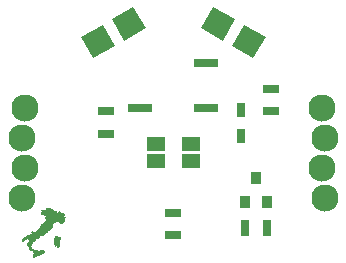
<source format=gbs>
%TF.GenerationSoftware,KiCad,Pcbnew,4.0.7-e2-6376~60~ubuntu17.10.1*%
%TF.CreationDate,2017-11-05T00:08:28+01:00*%
%TF.ProjectId,blinker,626C696E6B65722E6B696361645F7063,rev?*%
%TF.FileFunction,Soldermask,Bot*%
%FSLAX46Y46*%
G04 Gerber Fmt 4.6, Leading zero omitted, Abs format (unit mm)*
G04 Created by KiCad (PCBNEW 4.0.7-e2-6376~60~ubuntu17.10.1) date Sun Nov  5 00:08:28 2017*
%MOMM*%
%LPD*%
G01*
G04 APERTURE LIST*
%ADD10C,0.127000*%
%ADD11C,0.010000*%
%ADD12R,0.700000X1.200000*%
%ADD13C,2.300000*%
%ADD14R,2.100000X0.800000*%
%ADD15R,1.600000X1.200000*%
%ADD16R,0.900000X1.000000*%
%ADD17R,1.400000X0.800000*%
%ADD18R,0.800000X1.400000*%
G04 APERTURE END LIST*
D10*
D11*
G36*
X-11955025Y-8157114D02*
X-11952980Y-8167377D01*
X-11947760Y-8180088D01*
X-11941394Y-8198449D01*
X-11939851Y-8203325D01*
X-11932719Y-8220628D01*
X-11920726Y-8244115D01*
X-11906129Y-8269450D01*
X-11901842Y-8276350D01*
X-11876378Y-8317972D01*
X-11858661Y-8350236D01*
X-11848435Y-8373644D01*
X-11845429Y-8388168D01*
X-11843088Y-8414153D01*
X-11836292Y-8441250D01*
X-11826696Y-8463340D01*
X-11824013Y-8467417D01*
X-11817216Y-8478961D01*
X-11814674Y-8491857D01*
X-11815792Y-8510704D01*
X-11817122Y-8520868D01*
X-11820697Y-8542021D01*
X-11825195Y-8554080D01*
X-11832619Y-8560606D01*
X-11841375Y-8564032D01*
X-11856707Y-8569306D01*
X-11862215Y-8573715D01*
X-11860097Y-8580482D01*
X-11856551Y-8586258D01*
X-11852183Y-8597412D01*
X-11855604Y-8609095D01*
X-11859933Y-8616215D01*
X-11871555Y-8629390D01*
X-11883430Y-8636664D01*
X-11891579Y-8641079D01*
X-11888587Y-8648322D01*
X-11884626Y-8659045D01*
X-11885801Y-8663661D01*
X-11884295Y-8671832D01*
X-11875851Y-8685374D01*
X-11867720Y-8695239D01*
X-11846064Y-8725662D01*
X-11836846Y-8755097D01*
X-11840143Y-8783275D01*
X-11841640Y-8787181D01*
X-11845735Y-8803482D01*
X-11842847Y-8812369D01*
X-11834525Y-8811996D01*
X-11826402Y-8805349D01*
X-11815205Y-8799294D01*
X-11808722Y-8799692D01*
X-11796268Y-8799472D01*
X-11788107Y-8796018D01*
X-11770965Y-8792020D01*
X-11758195Y-8793955D01*
X-11730868Y-8797431D01*
X-11707448Y-8790538D01*
X-11702139Y-8787405D01*
X-11686883Y-8780500D01*
X-11667319Y-8775002D01*
X-11665409Y-8774634D01*
X-11649425Y-8769867D01*
X-11638510Y-8760353D01*
X-11628580Y-8742932D01*
X-11610440Y-8714793D01*
X-11585722Y-8688848D01*
X-11558132Y-8668418D01*
X-11532992Y-8657240D01*
X-11506191Y-8653330D01*
X-11474873Y-8653694D01*
X-11468917Y-8654289D01*
X-11445455Y-8655994D01*
X-11433601Y-8654239D01*
X-11431800Y-8651623D01*
X-11426644Y-8645496D01*
X-11421959Y-8644650D01*
X-11404694Y-8640212D01*
X-11382626Y-8628244D01*
X-11359324Y-8610762D01*
X-11354676Y-8606641D01*
X-11334338Y-8592544D01*
X-11315827Y-8587500D01*
X-11296548Y-8583208D01*
X-11273045Y-8569875D01*
X-11244204Y-8546810D01*
X-11231647Y-8535382D01*
X-11211232Y-8519148D01*
X-11192247Y-8511379D01*
X-11180847Y-8509823D01*
X-11156615Y-8503943D01*
X-11144001Y-8493837D01*
X-11128709Y-8483860D01*
X-11105983Y-8479300D01*
X-11080066Y-8480573D01*
X-11060997Y-8485644D01*
X-11048625Y-8488276D01*
X-11038917Y-8483074D01*
X-11031509Y-8474531D01*
X-11018198Y-8461556D01*
X-11004642Y-8453989D01*
X-11004262Y-8453889D01*
X-10992339Y-8445835D01*
X-10981157Y-8430644D01*
X-10973477Y-8413272D01*
X-10972060Y-8398674D01*
X-10972570Y-8397000D01*
X-10975377Y-8384878D01*
X-10977786Y-8366359D01*
X-10978286Y-8360458D01*
X-10982735Y-8336517D01*
X-10991337Y-8315502D01*
X-11002315Y-8300704D01*
X-11013397Y-8295400D01*
X-11024481Y-8291294D01*
X-11039161Y-8281043D01*
X-11043778Y-8276977D01*
X-11055604Y-8267544D01*
X-11062644Y-8265049D01*
X-11063500Y-8266586D01*
X-11068500Y-8278152D01*
X-11080635Y-8291446D01*
X-11095607Y-8302666D01*
X-11109117Y-8308010D01*
X-11110403Y-8308076D01*
X-11124686Y-8304819D01*
X-11142082Y-8296869D01*
X-11144462Y-8295469D01*
X-11159532Y-8283158D01*
X-11164928Y-8268842D01*
X-11165100Y-8264801D01*
X-11167020Y-8247511D01*
X-11173439Y-8241355D01*
X-11183837Y-8244432D01*
X-11197301Y-8245696D01*
X-11212870Y-8238154D01*
X-11230060Y-8231111D01*
X-11242170Y-8234710D01*
X-11247530Y-8248309D01*
X-11247650Y-8251504D01*
X-11253178Y-8264268D01*
X-11267052Y-8272254D01*
X-11285206Y-8273373D01*
X-11288794Y-8272640D01*
X-11300893Y-8271527D01*
X-11304750Y-8277620D01*
X-11304800Y-8279128D01*
X-11310169Y-8286909D01*
X-11323813Y-8296925D01*
X-11342032Y-8307172D01*
X-11361129Y-8315650D01*
X-11377404Y-8320353D01*
X-11381641Y-8320737D01*
X-11392932Y-8317923D01*
X-11410234Y-8310694D01*
X-11420180Y-8305714D01*
X-11436670Y-8297922D01*
X-11452173Y-8293733D01*
X-11471191Y-8292442D01*
X-11498227Y-8293344D01*
X-11498914Y-8293381D01*
X-11538199Y-8292864D01*
X-11577979Y-8287679D01*
X-11615371Y-8278623D01*
X-11647493Y-8266493D01*
X-11671465Y-8252084D01*
X-11680309Y-8243248D01*
X-11691801Y-8234278D01*
X-11709747Y-8226037D01*
X-11729782Y-8219862D01*
X-11747540Y-8217090D01*
X-11758653Y-8219060D01*
X-11758825Y-8219195D01*
X-11768897Y-8223733D01*
X-11785499Y-8228173D01*
X-11788803Y-8228828D01*
X-11805455Y-8230477D01*
X-11817717Y-8226217D01*
X-11831397Y-8214279D01*
X-11849022Y-8200915D01*
X-11868329Y-8192126D01*
X-11871860Y-8191281D01*
X-11890415Y-8184859D01*
X-11911183Y-8173589D01*
X-11917850Y-8168986D01*
X-11935539Y-8158006D01*
X-11948571Y-8154019D01*
X-11955025Y-8157114D01*
X-11955025Y-8157114D01*
G37*
X-11955025Y-8157114D02*
X-11952980Y-8167377D01*
X-11947760Y-8180088D01*
X-11941394Y-8198449D01*
X-11939851Y-8203325D01*
X-11932719Y-8220628D01*
X-11920726Y-8244115D01*
X-11906129Y-8269450D01*
X-11901842Y-8276350D01*
X-11876378Y-8317972D01*
X-11858661Y-8350236D01*
X-11848435Y-8373644D01*
X-11845429Y-8388168D01*
X-11843088Y-8414153D01*
X-11836292Y-8441250D01*
X-11826696Y-8463340D01*
X-11824013Y-8467417D01*
X-11817216Y-8478961D01*
X-11814674Y-8491857D01*
X-11815792Y-8510704D01*
X-11817122Y-8520868D01*
X-11820697Y-8542021D01*
X-11825195Y-8554080D01*
X-11832619Y-8560606D01*
X-11841375Y-8564032D01*
X-11856707Y-8569306D01*
X-11862215Y-8573715D01*
X-11860097Y-8580482D01*
X-11856551Y-8586258D01*
X-11852183Y-8597412D01*
X-11855604Y-8609095D01*
X-11859933Y-8616215D01*
X-11871555Y-8629390D01*
X-11883430Y-8636664D01*
X-11891579Y-8641079D01*
X-11888587Y-8648322D01*
X-11884626Y-8659045D01*
X-11885801Y-8663661D01*
X-11884295Y-8671832D01*
X-11875851Y-8685374D01*
X-11867720Y-8695239D01*
X-11846064Y-8725662D01*
X-11836846Y-8755097D01*
X-11840143Y-8783275D01*
X-11841640Y-8787181D01*
X-11845735Y-8803482D01*
X-11842847Y-8812369D01*
X-11834525Y-8811996D01*
X-11826402Y-8805349D01*
X-11815205Y-8799294D01*
X-11808722Y-8799692D01*
X-11796268Y-8799472D01*
X-11788107Y-8796018D01*
X-11770965Y-8792020D01*
X-11758195Y-8793955D01*
X-11730868Y-8797431D01*
X-11707448Y-8790538D01*
X-11702139Y-8787405D01*
X-11686883Y-8780500D01*
X-11667319Y-8775002D01*
X-11665409Y-8774634D01*
X-11649425Y-8769867D01*
X-11638510Y-8760353D01*
X-11628580Y-8742932D01*
X-11610440Y-8714793D01*
X-11585722Y-8688848D01*
X-11558132Y-8668418D01*
X-11532992Y-8657240D01*
X-11506191Y-8653330D01*
X-11474873Y-8653694D01*
X-11468917Y-8654289D01*
X-11445455Y-8655994D01*
X-11433601Y-8654239D01*
X-11431800Y-8651623D01*
X-11426644Y-8645496D01*
X-11421959Y-8644650D01*
X-11404694Y-8640212D01*
X-11382626Y-8628244D01*
X-11359324Y-8610762D01*
X-11354676Y-8606641D01*
X-11334338Y-8592544D01*
X-11315827Y-8587500D01*
X-11296548Y-8583208D01*
X-11273045Y-8569875D01*
X-11244204Y-8546810D01*
X-11231647Y-8535382D01*
X-11211232Y-8519148D01*
X-11192247Y-8511379D01*
X-11180847Y-8509823D01*
X-11156615Y-8503943D01*
X-11144001Y-8493837D01*
X-11128709Y-8483860D01*
X-11105983Y-8479300D01*
X-11080066Y-8480573D01*
X-11060997Y-8485644D01*
X-11048625Y-8488276D01*
X-11038917Y-8483074D01*
X-11031509Y-8474531D01*
X-11018198Y-8461556D01*
X-11004642Y-8453989D01*
X-11004262Y-8453889D01*
X-10992339Y-8445835D01*
X-10981157Y-8430644D01*
X-10973477Y-8413272D01*
X-10972060Y-8398674D01*
X-10972570Y-8397000D01*
X-10975377Y-8384878D01*
X-10977786Y-8366359D01*
X-10978286Y-8360458D01*
X-10982735Y-8336517D01*
X-10991337Y-8315502D01*
X-11002315Y-8300704D01*
X-11013397Y-8295400D01*
X-11024481Y-8291294D01*
X-11039161Y-8281043D01*
X-11043778Y-8276977D01*
X-11055604Y-8267544D01*
X-11062644Y-8265049D01*
X-11063500Y-8266586D01*
X-11068500Y-8278152D01*
X-11080635Y-8291446D01*
X-11095607Y-8302666D01*
X-11109117Y-8308010D01*
X-11110403Y-8308076D01*
X-11124686Y-8304819D01*
X-11142082Y-8296869D01*
X-11144462Y-8295469D01*
X-11159532Y-8283158D01*
X-11164928Y-8268842D01*
X-11165100Y-8264801D01*
X-11167020Y-8247511D01*
X-11173439Y-8241355D01*
X-11183837Y-8244432D01*
X-11197301Y-8245696D01*
X-11212870Y-8238154D01*
X-11230060Y-8231111D01*
X-11242170Y-8234710D01*
X-11247530Y-8248309D01*
X-11247650Y-8251504D01*
X-11253178Y-8264268D01*
X-11267052Y-8272254D01*
X-11285206Y-8273373D01*
X-11288794Y-8272640D01*
X-11300893Y-8271527D01*
X-11304750Y-8277620D01*
X-11304800Y-8279128D01*
X-11310169Y-8286909D01*
X-11323813Y-8296925D01*
X-11342032Y-8307172D01*
X-11361129Y-8315650D01*
X-11377404Y-8320353D01*
X-11381641Y-8320737D01*
X-11392932Y-8317923D01*
X-11410234Y-8310694D01*
X-11420180Y-8305714D01*
X-11436670Y-8297922D01*
X-11452173Y-8293733D01*
X-11471191Y-8292442D01*
X-11498227Y-8293344D01*
X-11498914Y-8293381D01*
X-11538199Y-8292864D01*
X-11577979Y-8287679D01*
X-11615371Y-8278623D01*
X-11647493Y-8266493D01*
X-11671465Y-8252084D01*
X-11680309Y-8243248D01*
X-11691801Y-8234278D01*
X-11709747Y-8226037D01*
X-11729782Y-8219862D01*
X-11747540Y-8217090D01*
X-11758653Y-8219060D01*
X-11758825Y-8219195D01*
X-11768897Y-8223733D01*
X-11785499Y-8228173D01*
X-11788803Y-8228828D01*
X-11805455Y-8230477D01*
X-11817717Y-8226217D01*
X-11831397Y-8214279D01*
X-11849022Y-8200915D01*
X-11868329Y-8192126D01*
X-11871860Y-8191281D01*
X-11890415Y-8184859D01*
X-11911183Y-8173589D01*
X-11917850Y-8168986D01*
X-11935539Y-8158006D01*
X-11948571Y-8154019D01*
X-11955025Y-8157114D01*
G36*
X-10940733Y-8348316D02*
X-10941493Y-8355852D01*
X-10940733Y-8356783D01*
X-10936958Y-8355911D01*
X-10936500Y-8352550D01*
X-10938823Y-8347323D01*
X-10940733Y-8348316D01*
X-10940733Y-8348316D01*
G37*
X-10940733Y-8348316D02*
X-10941493Y-8355852D01*
X-10940733Y-8356783D01*
X-10936958Y-8355911D01*
X-10936500Y-8352550D01*
X-10938823Y-8347323D01*
X-10940733Y-8348316D01*
G36*
X-12210253Y-7387592D02*
X-12210816Y-7394229D01*
X-12209972Y-7397951D01*
X-12209549Y-7414514D01*
X-12212767Y-7428408D01*
X-12215285Y-7440049D01*
X-12212793Y-7452918D01*
X-12204296Y-7470950D01*
X-12200077Y-7478574D01*
X-12187467Y-7502918D01*
X-12182099Y-7519656D01*
X-12183582Y-7531328D01*
X-12190625Y-7539750D01*
X-12198314Y-7552144D01*
X-12200150Y-7562260D01*
X-12205821Y-7574443D01*
X-12220268Y-7583675D01*
X-12239639Y-7588361D01*
X-12259808Y-7586974D01*
X-12273074Y-7586413D01*
X-12286918Y-7593077D01*
X-12299068Y-7602831D01*
X-12316832Y-7615841D01*
X-12334464Y-7624822D01*
X-12339925Y-7626442D01*
X-12357460Y-7633791D01*
X-12372262Y-7645229D01*
X-12384678Y-7655790D01*
X-12395033Y-7660393D01*
X-12395306Y-7660400D01*
X-12400786Y-7664067D01*
X-12399809Y-7667341D01*
X-12396701Y-7679248D01*
X-12395940Y-7697199D01*
X-12397314Y-7715664D01*
X-12400610Y-7729116D01*
X-12402281Y-7731721D01*
X-12405436Y-7741481D01*
X-12405544Y-7757910D01*
X-12405104Y-7761849D01*
X-12404841Y-7781708D01*
X-12411502Y-7795379D01*
X-12413778Y-7797828D01*
X-12422616Y-7813652D01*
X-12422373Y-7828728D01*
X-12419889Y-7839267D01*
X-12414950Y-7844974D01*
X-12404292Y-7847370D01*
X-12384649Y-7847978D01*
X-12381045Y-7848006D01*
X-12349539Y-7850890D01*
X-12321358Y-7860140D01*
X-12292217Y-7877429D01*
X-12277523Y-7888374D01*
X-12261333Y-7904074D01*
X-12247689Y-7922672D01*
X-12238417Y-7940885D01*
X-12235346Y-7955431D01*
X-12237146Y-7960921D01*
X-12241090Y-7970561D01*
X-12245844Y-7988947D01*
X-12250432Y-8012251D01*
X-12250769Y-8014252D01*
X-12254468Y-8038399D01*
X-12255436Y-8053976D01*
X-12253304Y-8064887D01*
X-12247704Y-8075041D01*
X-12244611Y-8079483D01*
X-12229669Y-8095122D01*
X-12210260Y-8109173D01*
X-12206132Y-8111437D01*
X-12185286Y-8127169D01*
X-12164677Y-8151178D01*
X-12147161Y-8179316D01*
X-12135594Y-8207433D01*
X-12133369Y-8217150D01*
X-12127367Y-8244273D01*
X-12119877Y-8264727D01*
X-12111917Y-8276006D01*
X-12108892Y-8277378D01*
X-12098316Y-8278302D01*
X-12080988Y-8279313D01*
X-12076005Y-8279546D01*
X-12055096Y-8281246D01*
X-12036990Y-8283950D01*
X-12034730Y-8284454D01*
X-12017439Y-8284209D01*
X-12001712Y-8278907D01*
X-11987076Y-8265747D01*
X-11983361Y-8252334D01*
X-11981695Y-8222238D01*
X-11980237Y-8202505D01*
X-11978727Y-8190808D01*
X-11976909Y-8184821D01*
X-11975691Y-8183124D01*
X-11975249Y-8175721D01*
X-11982530Y-8167463D01*
X-11993523Y-8162365D01*
X-11996743Y-8162050D01*
X-12010184Y-8157430D01*
X-12022733Y-8143026D01*
X-12034829Y-8118024D01*
X-12046912Y-8081608D01*
X-12053782Y-8056137D01*
X-12055812Y-8041323D01*
X-12051200Y-8029844D01*
X-12040745Y-8018548D01*
X-12029313Y-8005621D01*
X-12027333Y-7996680D01*
X-12029593Y-7992698D01*
X-12039940Y-7985271D01*
X-12044575Y-7984250D01*
X-12055000Y-7979803D01*
X-12060450Y-7974725D01*
X-12072190Y-7968189D01*
X-12090643Y-7965232D01*
X-12092831Y-7965200D01*
X-12115499Y-7960277D01*
X-12130370Y-7945440D01*
X-12137519Y-7920587D01*
X-12138219Y-7904239D01*
X-12136069Y-7883488D01*
X-12129048Y-7869957D01*
X-12122150Y-7863547D01*
X-12102553Y-7840522D01*
X-12087781Y-7806002D01*
X-12078296Y-7763336D01*
X-12068966Y-7721899D01*
X-12055114Y-7684665D01*
X-12038107Y-7654853D01*
X-12026408Y-7641350D01*
X-12007363Y-7617220D01*
X-11991176Y-7582636D01*
X-11977414Y-7536634D01*
X-11975171Y-7527110D01*
X-11969119Y-7496821D01*
X-11967785Y-7476629D01*
X-11971844Y-7464590D01*
X-11981975Y-7458762D01*
X-11998855Y-7457201D01*
X-11999533Y-7457200D01*
X-12017792Y-7458471D01*
X-12028011Y-7463683D01*
X-12033925Y-7473142D01*
X-12039866Y-7482838D01*
X-12048732Y-7487172D01*
X-12064730Y-7487746D01*
X-12071457Y-7487430D01*
X-12092381Y-7484360D01*
X-12106759Y-7478535D01*
X-12109275Y-7476250D01*
X-12117227Y-7470142D01*
X-12127634Y-7473364D01*
X-12129827Y-7474662D01*
X-12143479Y-7481667D01*
X-12148518Y-7480260D01*
X-12146877Y-7472614D01*
X-12146465Y-7458983D01*
X-12149159Y-7451206D01*
X-12153573Y-7437552D01*
X-12156708Y-7418334D01*
X-12157074Y-7414086D01*
X-12158867Y-7397994D01*
X-12163746Y-7390226D01*
X-12175471Y-7387179D01*
X-12186170Y-7386212D01*
X-12203029Y-7385408D01*
X-12210253Y-7387592D01*
X-12210253Y-7387592D01*
G37*
X-12210253Y-7387592D02*
X-12210816Y-7394229D01*
X-12209972Y-7397951D01*
X-12209549Y-7414514D01*
X-12212767Y-7428408D01*
X-12215285Y-7440049D01*
X-12212793Y-7452918D01*
X-12204296Y-7470950D01*
X-12200077Y-7478574D01*
X-12187467Y-7502918D01*
X-12182099Y-7519656D01*
X-12183582Y-7531328D01*
X-12190625Y-7539750D01*
X-12198314Y-7552144D01*
X-12200150Y-7562260D01*
X-12205821Y-7574443D01*
X-12220268Y-7583675D01*
X-12239639Y-7588361D01*
X-12259808Y-7586974D01*
X-12273074Y-7586413D01*
X-12286918Y-7593077D01*
X-12299068Y-7602831D01*
X-12316832Y-7615841D01*
X-12334464Y-7624822D01*
X-12339925Y-7626442D01*
X-12357460Y-7633791D01*
X-12372262Y-7645229D01*
X-12384678Y-7655790D01*
X-12395033Y-7660393D01*
X-12395306Y-7660400D01*
X-12400786Y-7664067D01*
X-12399809Y-7667341D01*
X-12396701Y-7679248D01*
X-12395940Y-7697199D01*
X-12397314Y-7715664D01*
X-12400610Y-7729116D01*
X-12402281Y-7731721D01*
X-12405436Y-7741481D01*
X-12405544Y-7757910D01*
X-12405104Y-7761849D01*
X-12404841Y-7781708D01*
X-12411502Y-7795379D01*
X-12413778Y-7797828D01*
X-12422616Y-7813652D01*
X-12422373Y-7828728D01*
X-12419889Y-7839267D01*
X-12414950Y-7844974D01*
X-12404292Y-7847370D01*
X-12384649Y-7847978D01*
X-12381045Y-7848006D01*
X-12349539Y-7850890D01*
X-12321358Y-7860140D01*
X-12292217Y-7877429D01*
X-12277523Y-7888374D01*
X-12261333Y-7904074D01*
X-12247689Y-7922672D01*
X-12238417Y-7940885D01*
X-12235346Y-7955431D01*
X-12237146Y-7960921D01*
X-12241090Y-7970561D01*
X-12245844Y-7988947D01*
X-12250432Y-8012251D01*
X-12250769Y-8014252D01*
X-12254468Y-8038399D01*
X-12255436Y-8053976D01*
X-12253304Y-8064887D01*
X-12247704Y-8075041D01*
X-12244611Y-8079483D01*
X-12229669Y-8095122D01*
X-12210260Y-8109173D01*
X-12206132Y-8111437D01*
X-12185286Y-8127169D01*
X-12164677Y-8151178D01*
X-12147161Y-8179316D01*
X-12135594Y-8207433D01*
X-12133369Y-8217150D01*
X-12127367Y-8244273D01*
X-12119877Y-8264727D01*
X-12111917Y-8276006D01*
X-12108892Y-8277378D01*
X-12098316Y-8278302D01*
X-12080988Y-8279313D01*
X-12076005Y-8279546D01*
X-12055096Y-8281246D01*
X-12036990Y-8283950D01*
X-12034730Y-8284454D01*
X-12017439Y-8284209D01*
X-12001712Y-8278907D01*
X-11987076Y-8265747D01*
X-11983361Y-8252334D01*
X-11981695Y-8222238D01*
X-11980237Y-8202505D01*
X-11978727Y-8190808D01*
X-11976909Y-8184821D01*
X-11975691Y-8183124D01*
X-11975249Y-8175721D01*
X-11982530Y-8167463D01*
X-11993523Y-8162365D01*
X-11996743Y-8162050D01*
X-12010184Y-8157430D01*
X-12022733Y-8143026D01*
X-12034829Y-8118024D01*
X-12046912Y-8081608D01*
X-12053782Y-8056137D01*
X-12055812Y-8041323D01*
X-12051200Y-8029844D01*
X-12040745Y-8018548D01*
X-12029313Y-8005621D01*
X-12027333Y-7996680D01*
X-12029593Y-7992698D01*
X-12039940Y-7985271D01*
X-12044575Y-7984250D01*
X-12055000Y-7979803D01*
X-12060450Y-7974725D01*
X-12072190Y-7968189D01*
X-12090643Y-7965232D01*
X-12092831Y-7965200D01*
X-12115499Y-7960277D01*
X-12130370Y-7945440D01*
X-12137519Y-7920587D01*
X-12138219Y-7904239D01*
X-12136069Y-7883488D01*
X-12129048Y-7869957D01*
X-12122150Y-7863547D01*
X-12102553Y-7840522D01*
X-12087781Y-7806002D01*
X-12078296Y-7763336D01*
X-12068966Y-7721899D01*
X-12055114Y-7684665D01*
X-12038107Y-7654853D01*
X-12026408Y-7641350D01*
X-12007363Y-7617220D01*
X-11991176Y-7582636D01*
X-11977414Y-7536634D01*
X-11975171Y-7527110D01*
X-11969119Y-7496821D01*
X-11967785Y-7476629D01*
X-11971844Y-7464590D01*
X-11981975Y-7458762D01*
X-11998855Y-7457201D01*
X-11999533Y-7457200D01*
X-12017792Y-7458471D01*
X-12028011Y-7463683D01*
X-12033925Y-7473142D01*
X-12039866Y-7482838D01*
X-12048732Y-7487172D01*
X-12064730Y-7487746D01*
X-12071457Y-7487430D01*
X-12092381Y-7484360D01*
X-12106759Y-7478535D01*
X-12109275Y-7476250D01*
X-12117227Y-7470142D01*
X-12127634Y-7473364D01*
X-12129827Y-7474662D01*
X-12143479Y-7481667D01*
X-12148518Y-7480260D01*
X-12146877Y-7472614D01*
X-12146465Y-7458983D01*
X-12149159Y-7451206D01*
X-12153573Y-7437552D01*
X-12156708Y-7418334D01*
X-12157074Y-7414086D01*
X-12158867Y-7397994D01*
X-12163746Y-7390226D01*
X-12175471Y-7387179D01*
X-12186170Y-7386212D01*
X-12203029Y-7385408D01*
X-12210253Y-7387592D01*
G36*
X-9943724Y-7042817D02*
X-9947739Y-7050800D01*
X-9955936Y-7061279D01*
X-9967666Y-7063500D01*
X-9983558Y-7068416D01*
X-9991482Y-7079325D01*
X-9998652Y-7089945D01*
X-10006048Y-7089037D01*
X-10006416Y-7088740D01*
X-10018385Y-7085275D01*
X-10025002Y-7086499D01*
X-10031249Y-7091549D01*
X-10029485Y-7094609D01*
X-10023356Y-7103196D01*
X-10018740Y-7115951D01*
X-10017013Y-7128471D01*
X-10022039Y-7132958D01*
X-10027761Y-7133350D01*
X-10038412Y-7135253D01*
X-10041052Y-7138112D01*
X-10037325Y-7148605D01*
X-10029696Y-7157166D01*
X-10024723Y-7158816D01*
X-10017891Y-7162642D01*
X-10016967Y-7164623D01*
X-10020240Y-7170142D01*
X-10027064Y-7171450D01*
X-10042638Y-7175604D01*
X-10057275Y-7185746D01*
X-10067066Y-7198393D01*
X-10068661Y-7208512D01*
X-10069709Y-7221121D01*
X-10076050Y-7238358D01*
X-10078900Y-7243853D01*
X-10086294Y-7259741D01*
X-10088962Y-7271322D01*
X-10088450Y-7273575D01*
X-10089183Y-7282251D01*
X-10095508Y-7296740D01*
X-10098849Y-7302514D01*
X-10107542Y-7318480D01*
X-10109497Y-7330811D01*
X-10105549Y-7346068D01*
X-10104708Y-7348435D01*
X-10095360Y-7367442D01*
X-10081447Y-7388495D01*
X-10075137Y-7396430D01*
X-10058589Y-7422124D01*
X-10054372Y-7447052D01*
X-10062372Y-7472992D01*
X-10069555Y-7484921D01*
X-10079374Y-7501886D01*
X-10081567Y-7514733D01*
X-10079167Y-7524093D01*
X-10074608Y-7541943D01*
X-10073609Y-7554223D01*
X-10073379Y-7567600D01*
X-10072256Y-7588931D01*
X-10070547Y-7612775D01*
X-10068110Y-7643553D01*
X-10065421Y-7678527D01*
X-10063454Y-7704850D01*
X-10060811Y-7731396D01*
X-10057204Y-7755698D01*
X-10053400Y-7772608D01*
X-10053299Y-7772925D01*
X-10049040Y-7790492D01*
X-10048020Y-7804461D01*
X-10048045Y-7804675D01*
X-10046761Y-7820314D01*
X-10044548Y-7827278D01*
X-10040696Y-7841710D01*
X-10038622Y-7858907D01*
X-10036245Y-7873285D01*
X-10028616Y-7879270D01*
X-10019237Y-7880644D01*
X-9999399Y-7876843D01*
X-9979516Y-7863303D01*
X-9961561Y-7851501D01*
X-9942612Y-7845044D01*
X-9926514Y-7844740D01*
X-9917693Y-7850303D01*
X-9909519Y-7853479D01*
X-9900607Y-7852519D01*
X-9887629Y-7854497D01*
X-9875670Y-7864678D01*
X-9866699Y-7879365D01*
X-9862685Y-7894861D01*
X-9865598Y-7907470D01*
X-9869422Y-7911053D01*
X-9872911Y-7919714D01*
X-9865894Y-7934315D01*
X-9848723Y-7954212D01*
X-9842362Y-7960437D01*
X-9828441Y-7973475D01*
X-9819005Y-7981925D01*
X-9816527Y-7983785D01*
X-9811242Y-7980439D01*
X-9799348Y-7972851D01*
X-9797321Y-7971555D01*
X-9783789Y-7964117D01*
X-9774130Y-7963994D01*
X-9763984Y-7969575D01*
X-9753326Y-7975733D01*
X-9749511Y-7973728D01*
X-9749050Y-7966305D01*
X-9746290Y-7953846D01*
X-9742700Y-7949325D01*
X-9737394Y-7940382D01*
X-9736350Y-7932875D01*
X-9731916Y-7920752D01*
X-9726435Y-7916546D01*
X-9717746Y-7909485D01*
X-9705375Y-7895076D01*
X-9694845Y-7880556D01*
X-9683107Y-7862264D01*
X-9678036Y-7850931D01*
X-9678703Y-7843338D01*
X-9682535Y-7838022D01*
X-9690422Y-7824018D01*
X-9691053Y-7810499D01*
X-9686351Y-7803770D01*
X-9682484Y-7794901D01*
X-9681935Y-7778097D01*
X-9684298Y-7757566D01*
X-9689165Y-7737513D01*
X-9693891Y-7725922D01*
X-9701068Y-7704265D01*
X-9700688Y-7678136D01*
X-9700480Y-7676570D01*
X-9698690Y-7658910D01*
X-9700098Y-7651153D01*
X-9705231Y-7650788D01*
X-9705839Y-7651010D01*
X-9712844Y-7649475D01*
X-9719798Y-7638156D01*
X-9725819Y-7621696D01*
X-9731752Y-7597042D01*
X-9729948Y-7581450D01*
X-9719763Y-7573443D01*
X-9703822Y-7571500D01*
X-9691837Y-7570314D01*
X-9686698Y-7564272D01*
X-9685554Y-7549648D01*
X-9685550Y-7547627D01*
X-9688802Y-7526778D01*
X-9697252Y-7516446D01*
X-9704013Y-7505771D01*
X-9707875Y-7486616D01*
X-9708933Y-7462842D01*
X-9707285Y-7438311D01*
X-9703026Y-7416884D01*
X-9696253Y-7402423D01*
X-9694360Y-7400497D01*
X-9684656Y-7384776D01*
X-9681904Y-7366859D01*
X-9678966Y-7347961D01*
X-9672406Y-7333121D01*
X-9671447Y-7331934D01*
X-9662278Y-7317396D01*
X-9659019Y-7307975D01*
X-9651823Y-7297512D01*
X-9642342Y-7295794D01*
X-9630269Y-7292228D01*
X-9624584Y-7279919D01*
X-9619307Y-7261737D01*
X-9614776Y-7250439D01*
X-9612183Y-7236253D01*
X-9616887Y-7216644D01*
X-9619134Y-7210752D01*
X-9626787Y-7193054D01*
X-9632716Y-7185693D01*
X-9639476Y-7187047D01*
X-9646949Y-7193092D01*
X-9658692Y-7198873D01*
X-9677976Y-7204040D01*
X-9691937Y-7206330D01*
X-9713038Y-7208232D01*
X-9727252Y-7206485D01*
X-9740198Y-7199648D01*
X-9751548Y-7191037D01*
X-9769015Y-7179425D01*
X-9785087Y-7172402D01*
X-9790765Y-7171450D01*
X-9806056Y-7165489D01*
X-9819767Y-7150812D01*
X-9834973Y-7130792D01*
X-9851245Y-7112069D01*
X-9866312Y-7096952D01*
X-9877904Y-7087749D01*
X-9883269Y-7086262D01*
X-9893218Y-7085951D01*
X-9905389Y-7078086D01*
X-9915806Y-7066196D01*
X-9920487Y-7053810D01*
X-9920500Y-7053244D01*
X-9924725Y-7041473D01*
X-9934111Y-7037849D01*
X-9943724Y-7042817D01*
X-9943724Y-7042817D01*
G37*
X-9943724Y-7042817D02*
X-9947739Y-7050800D01*
X-9955936Y-7061279D01*
X-9967666Y-7063500D01*
X-9983558Y-7068416D01*
X-9991482Y-7079325D01*
X-9998652Y-7089945D01*
X-10006048Y-7089037D01*
X-10006416Y-7088740D01*
X-10018385Y-7085275D01*
X-10025002Y-7086499D01*
X-10031249Y-7091549D01*
X-10029485Y-7094609D01*
X-10023356Y-7103196D01*
X-10018740Y-7115951D01*
X-10017013Y-7128471D01*
X-10022039Y-7132958D01*
X-10027761Y-7133350D01*
X-10038412Y-7135253D01*
X-10041052Y-7138112D01*
X-10037325Y-7148605D01*
X-10029696Y-7157166D01*
X-10024723Y-7158816D01*
X-10017891Y-7162642D01*
X-10016967Y-7164623D01*
X-10020240Y-7170142D01*
X-10027064Y-7171450D01*
X-10042638Y-7175604D01*
X-10057275Y-7185746D01*
X-10067066Y-7198393D01*
X-10068661Y-7208512D01*
X-10069709Y-7221121D01*
X-10076050Y-7238358D01*
X-10078900Y-7243853D01*
X-10086294Y-7259741D01*
X-10088962Y-7271322D01*
X-10088450Y-7273575D01*
X-10089183Y-7282251D01*
X-10095508Y-7296740D01*
X-10098849Y-7302514D01*
X-10107542Y-7318480D01*
X-10109497Y-7330811D01*
X-10105549Y-7346068D01*
X-10104708Y-7348435D01*
X-10095360Y-7367442D01*
X-10081447Y-7388495D01*
X-10075137Y-7396430D01*
X-10058589Y-7422124D01*
X-10054372Y-7447052D01*
X-10062372Y-7472992D01*
X-10069555Y-7484921D01*
X-10079374Y-7501886D01*
X-10081567Y-7514733D01*
X-10079167Y-7524093D01*
X-10074608Y-7541943D01*
X-10073609Y-7554223D01*
X-10073379Y-7567600D01*
X-10072256Y-7588931D01*
X-10070547Y-7612775D01*
X-10068110Y-7643553D01*
X-10065421Y-7678527D01*
X-10063454Y-7704850D01*
X-10060811Y-7731396D01*
X-10057204Y-7755698D01*
X-10053400Y-7772608D01*
X-10053299Y-7772925D01*
X-10049040Y-7790492D01*
X-10048020Y-7804461D01*
X-10048045Y-7804675D01*
X-10046761Y-7820314D01*
X-10044548Y-7827278D01*
X-10040696Y-7841710D01*
X-10038622Y-7858907D01*
X-10036245Y-7873285D01*
X-10028616Y-7879270D01*
X-10019237Y-7880644D01*
X-9999399Y-7876843D01*
X-9979516Y-7863303D01*
X-9961561Y-7851501D01*
X-9942612Y-7845044D01*
X-9926514Y-7844740D01*
X-9917693Y-7850303D01*
X-9909519Y-7853479D01*
X-9900607Y-7852519D01*
X-9887629Y-7854497D01*
X-9875670Y-7864678D01*
X-9866699Y-7879365D01*
X-9862685Y-7894861D01*
X-9865598Y-7907470D01*
X-9869422Y-7911053D01*
X-9872911Y-7919714D01*
X-9865894Y-7934315D01*
X-9848723Y-7954212D01*
X-9842362Y-7960437D01*
X-9828441Y-7973475D01*
X-9819005Y-7981925D01*
X-9816527Y-7983785D01*
X-9811242Y-7980439D01*
X-9799348Y-7972851D01*
X-9797321Y-7971555D01*
X-9783789Y-7964117D01*
X-9774130Y-7963994D01*
X-9763984Y-7969575D01*
X-9753326Y-7975733D01*
X-9749511Y-7973728D01*
X-9749050Y-7966305D01*
X-9746290Y-7953846D01*
X-9742700Y-7949325D01*
X-9737394Y-7940382D01*
X-9736350Y-7932875D01*
X-9731916Y-7920752D01*
X-9726435Y-7916546D01*
X-9717746Y-7909485D01*
X-9705375Y-7895076D01*
X-9694845Y-7880556D01*
X-9683107Y-7862264D01*
X-9678036Y-7850931D01*
X-9678703Y-7843338D01*
X-9682535Y-7838022D01*
X-9690422Y-7824018D01*
X-9691053Y-7810499D01*
X-9686351Y-7803770D01*
X-9682484Y-7794901D01*
X-9681935Y-7778097D01*
X-9684298Y-7757566D01*
X-9689165Y-7737513D01*
X-9693891Y-7725922D01*
X-9701068Y-7704265D01*
X-9700688Y-7678136D01*
X-9700480Y-7676570D01*
X-9698690Y-7658910D01*
X-9700098Y-7651153D01*
X-9705231Y-7650788D01*
X-9705839Y-7651010D01*
X-9712844Y-7649475D01*
X-9719798Y-7638156D01*
X-9725819Y-7621696D01*
X-9731752Y-7597042D01*
X-9729948Y-7581450D01*
X-9719763Y-7573443D01*
X-9703822Y-7571500D01*
X-9691837Y-7570314D01*
X-9686698Y-7564272D01*
X-9685554Y-7549648D01*
X-9685550Y-7547627D01*
X-9688802Y-7526778D01*
X-9697252Y-7516446D01*
X-9704013Y-7505771D01*
X-9707875Y-7486616D01*
X-9708933Y-7462842D01*
X-9707285Y-7438311D01*
X-9703026Y-7416884D01*
X-9696253Y-7402423D01*
X-9694360Y-7400497D01*
X-9684656Y-7384776D01*
X-9681904Y-7366859D01*
X-9678966Y-7347961D01*
X-9672406Y-7333121D01*
X-9671447Y-7331934D01*
X-9662278Y-7317396D01*
X-9659019Y-7307975D01*
X-9651823Y-7297512D01*
X-9642342Y-7295794D01*
X-9630269Y-7292228D01*
X-9624584Y-7279919D01*
X-9619307Y-7261737D01*
X-9614776Y-7250439D01*
X-9612183Y-7236253D01*
X-9616887Y-7216644D01*
X-9619134Y-7210752D01*
X-9626787Y-7193054D01*
X-9632716Y-7185693D01*
X-9639476Y-7187047D01*
X-9646949Y-7193092D01*
X-9658692Y-7198873D01*
X-9677976Y-7204040D01*
X-9691937Y-7206330D01*
X-9713038Y-7208232D01*
X-9727252Y-7206485D01*
X-9740198Y-7199648D01*
X-9751548Y-7191037D01*
X-9769015Y-7179425D01*
X-9785087Y-7172402D01*
X-9790765Y-7171450D01*
X-9806056Y-7165489D01*
X-9819767Y-7150812D01*
X-9834973Y-7130792D01*
X-9851245Y-7112069D01*
X-9866312Y-7096952D01*
X-9877904Y-7087749D01*
X-9883269Y-7086262D01*
X-9893218Y-7085951D01*
X-9905389Y-7078086D01*
X-9915806Y-7066196D01*
X-9920487Y-7053810D01*
X-9920500Y-7053244D01*
X-9924725Y-7041473D01*
X-9934111Y-7037849D01*
X-9943724Y-7042817D01*
G36*
X-9686898Y-7906664D02*
X-9689975Y-7919830D01*
X-9687034Y-7932795D01*
X-9681711Y-7947187D01*
X-9674105Y-7930494D01*
X-9667546Y-7913086D01*
X-9668305Y-7904156D01*
X-9676224Y-7901700D01*
X-9686898Y-7906664D01*
X-9686898Y-7906664D01*
G37*
X-9686898Y-7906664D02*
X-9689975Y-7919830D01*
X-9687034Y-7932795D01*
X-9681711Y-7947187D01*
X-9674105Y-7930494D01*
X-9667546Y-7913086D01*
X-9668305Y-7904156D01*
X-9676224Y-7901700D01*
X-9686898Y-7906664D01*
G36*
X-11971547Y-7004015D02*
X-11987097Y-7015015D01*
X-11998004Y-7028293D01*
X-12003121Y-7040838D01*
X-12001501Y-7049210D01*
X-11996950Y-7050800D01*
X-11990809Y-7055653D01*
X-11990600Y-7057307D01*
X-11996265Y-7064709D01*
X-12010585Y-7071538D01*
X-12029548Y-7076322D01*
X-12046162Y-7077684D01*
X-12061204Y-7079724D01*
X-12066800Y-7085426D01*
X-12071939Y-7096898D01*
X-12086461Y-7113691D01*
X-12109024Y-7134321D01*
X-12117396Y-7141228D01*
X-12131730Y-7151695D01*
X-12140827Y-7154370D01*
X-12148544Y-7150327D01*
X-12148915Y-7150009D01*
X-12155957Y-7144714D01*
X-12164248Y-7141536D01*
X-12177580Y-7139581D01*
X-12199750Y-7137953D01*
X-12200150Y-7137928D01*
X-12222375Y-7136525D01*
X-12226437Y-7174625D01*
X-12229709Y-7202569D01*
X-12233143Y-7220877D01*
X-12237962Y-7232569D01*
X-12245389Y-7240665D01*
X-12256130Y-7247867D01*
X-12269159Y-7256650D01*
X-12274839Y-7264936D01*
X-12273763Y-7276463D01*
X-12266522Y-7294969D01*
X-12264373Y-7299867D01*
X-12254301Y-7322897D01*
X-12244305Y-7346033D01*
X-12242251Y-7350837D01*
X-12232105Y-7374650D01*
X-12190727Y-7374650D01*
X-12168505Y-7374896D01*
X-12156054Y-7376445D01*
X-12150445Y-7380507D01*
X-12148749Y-7388296D01*
X-12148539Y-7392112D01*
X-12145013Y-7426222D01*
X-12137889Y-7448921D01*
X-12126766Y-7461088D01*
X-12115789Y-7463828D01*
X-12100518Y-7466142D01*
X-12081216Y-7471467D01*
X-12078034Y-7472563D01*
X-12061262Y-7477406D01*
X-12051733Y-7476466D01*
X-12047762Y-7473089D01*
X-12044053Y-7460832D01*
X-12045144Y-7454829D01*
X-12045630Y-7448978D01*
X-12039709Y-7445836D01*
X-12024909Y-7444625D01*
X-12012416Y-7444500D01*
X-11984572Y-7446553D01*
X-11967163Y-7452514D01*
X-11965143Y-7454076D01*
X-11956187Y-7460059D01*
X-11948507Y-7456638D01*
X-11943794Y-7451755D01*
X-11937281Y-7436430D01*
X-11936791Y-7415307D01*
X-11941722Y-7393420D01*
X-11951469Y-7375805D01*
X-11953104Y-7374045D01*
X-11964559Y-7357291D01*
X-11966407Y-7341593D01*
X-11958688Y-7329984D01*
X-11952514Y-7327029D01*
X-11941232Y-7318172D01*
X-11935951Y-7307551D01*
X-11931222Y-7295869D01*
X-11926898Y-7292100D01*
X-11915620Y-7287174D01*
X-11901749Y-7274954D01*
X-11888812Y-7259272D01*
X-11880339Y-7243960D01*
X-11879268Y-7240357D01*
X-11872262Y-7224583D01*
X-11862926Y-7217563D01*
X-11852341Y-7212311D01*
X-11853461Y-7203910D01*
X-11858837Y-7197326D01*
X-11863555Y-7189758D01*
X-11858922Y-7186030D01*
X-11838249Y-7171967D01*
X-11824962Y-7148487D01*
X-11821486Y-7133881D01*
X-11819414Y-7116825D01*
X-11820667Y-7109512D01*
X-11825957Y-7109259D01*
X-11827838Y-7109925D01*
X-11841240Y-7109126D01*
X-11854305Y-7099016D01*
X-11865012Y-7082870D01*
X-11871340Y-7063966D01*
X-11871270Y-7045580D01*
X-11870035Y-7041499D01*
X-11867046Y-7029874D01*
X-11870510Y-7023051D01*
X-11882532Y-7019593D01*
X-11904220Y-7018096D01*
X-11923386Y-7015694D01*
X-11937473Y-7010932D01*
X-11940656Y-7008492D01*
X-11954311Y-7000631D01*
X-11971547Y-7004015D01*
X-11971547Y-7004015D01*
G37*
X-11971547Y-7004015D02*
X-11987097Y-7015015D01*
X-11998004Y-7028293D01*
X-12003121Y-7040838D01*
X-12001501Y-7049210D01*
X-11996950Y-7050800D01*
X-11990809Y-7055653D01*
X-11990600Y-7057307D01*
X-11996265Y-7064709D01*
X-12010585Y-7071538D01*
X-12029548Y-7076322D01*
X-12046162Y-7077684D01*
X-12061204Y-7079724D01*
X-12066800Y-7085426D01*
X-12071939Y-7096898D01*
X-12086461Y-7113691D01*
X-12109024Y-7134321D01*
X-12117396Y-7141228D01*
X-12131730Y-7151695D01*
X-12140827Y-7154370D01*
X-12148544Y-7150327D01*
X-12148915Y-7150009D01*
X-12155957Y-7144714D01*
X-12164248Y-7141536D01*
X-12177580Y-7139581D01*
X-12199750Y-7137953D01*
X-12200150Y-7137928D01*
X-12222375Y-7136525D01*
X-12226437Y-7174625D01*
X-12229709Y-7202569D01*
X-12233143Y-7220877D01*
X-12237962Y-7232569D01*
X-12245389Y-7240665D01*
X-12256130Y-7247867D01*
X-12269159Y-7256650D01*
X-12274839Y-7264936D01*
X-12273763Y-7276463D01*
X-12266522Y-7294969D01*
X-12264373Y-7299867D01*
X-12254301Y-7322897D01*
X-12244305Y-7346033D01*
X-12242251Y-7350837D01*
X-12232105Y-7374650D01*
X-12190727Y-7374650D01*
X-12168505Y-7374896D01*
X-12156054Y-7376445D01*
X-12150445Y-7380507D01*
X-12148749Y-7388296D01*
X-12148539Y-7392112D01*
X-12145013Y-7426222D01*
X-12137889Y-7448921D01*
X-12126766Y-7461088D01*
X-12115789Y-7463828D01*
X-12100518Y-7466142D01*
X-12081216Y-7471467D01*
X-12078034Y-7472563D01*
X-12061262Y-7477406D01*
X-12051733Y-7476466D01*
X-12047762Y-7473089D01*
X-12044053Y-7460832D01*
X-12045144Y-7454829D01*
X-12045630Y-7448978D01*
X-12039709Y-7445836D01*
X-12024909Y-7444625D01*
X-12012416Y-7444500D01*
X-11984572Y-7446553D01*
X-11967163Y-7452514D01*
X-11965143Y-7454076D01*
X-11956187Y-7460059D01*
X-11948507Y-7456638D01*
X-11943794Y-7451755D01*
X-11937281Y-7436430D01*
X-11936791Y-7415307D01*
X-11941722Y-7393420D01*
X-11951469Y-7375805D01*
X-11953104Y-7374045D01*
X-11964559Y-7357291D01*
X-11966407Y-7341593D01*
X-11958688Y-7329984D01*
X-11952514Y-7327029D01*
X-11941232Y-7318172D01*
X-11935951Y-7307551D01*
X-11931222Y-7295869D01*
X-11926898Y-7292100D01*
X-11915620Y-7287174D01*
X-11901749Y-7274954D01*
X-11888812Y-7259272D01*
X-11880339Y-7243960D01*
X-11879268Y-7240357D01*
X-11872262Y-7224583D01*
X-11862926Y-7217563D01*
X-11852341Y-7212311D01*
X-11853461Y-7203910D01*
X-11858837Y-7197326D01*
X-11863555Y-7189758D01*
X-11858922Y-7186030D01*
X-11838249Y-7171967D01*
X-11824962Y-7148487D01*
X-11821486Y-7133881D01*
X-11819414Y-7116825D01*
X-11820667Y-7109512D01*
X-11825957Y-7109259D01*
X-11827838Y-7109925D01*
X-11841240Y-7109126D01*
X-11854305Y-7099016D01*
X-11865012Y-7082870D01*
X-11871340Y-7063966D01*
X-11871270Y-7045580D01*
X-11870035Y-7041499D01*
X-11867046Y-7029874D01*
X-11870510Y-7023051D01*
X-11882532Y-7019593D01*
X-11904220Y-7018096D01*
X-11923386Y-7015694D01*
X-11937473Y-7010932D01*
X-11940656Y-7008492D01*
X-11954311Y-7000631D01*
X-11971547Y-7004015D01*
G36*
X-11689799Y-6886827D02*
X-11692690Y-6889364D01*
X-11700721Y-6901938D01*
X-11699153Y-6910311D01*
X-11696126Y-6924399D01*
X-11701122Y-6934347D01*
X-11707874Y-6936500D01*
X-11717305Y-6941590D01*
X-11719657Y-6945532D01*
X-11728084Y-6953468D01*
X-11737799Y-6956644D01*
X-11747568Y-6959903D01*
X-11751052Y-6968486D01*
X-11750750Y-6981429D01*
X-11752735Y-7001988D01*
X-11763289Y-7015949D01*
X-11783785Y-7024512D01*
X-11803867Y-7027839D01*
X-11830158Y-7031400D01*
X-11846180Y-7035924D01*
X-11854357Y-7042773D01*
X-11857115Y-7053310D01*
X-11857250Y-7057829D01*
X-11851769Y-7078398D01*
X-11837658Y-7094157D01*
X-11818412Y-7101459D01*
X-11815295Y-7101600D01*
X-11803403Y-7103736D01*
X-11802238Y-7110714D01*
X-11801379Y-7120024D01*
X-11798212Y-7122337D01*
X-11795424Y-7127543D01*
X-11801744Y-7135901D01*
X-11810545Y-7150391D01*
X-11812800Y-7161305D01*
X-11818515Y-7176035D01*
X-11827907Y-7183739D01*
X-11839189Y-7193986D01*
X-11839762Y-7204260D01*
X-11842130Y-7218292D01*
X-11850055Y-7226183D01*
X-11860414Y-7237616D01*
X-11863600Y-7247352D01*
X-11868031Y-7257275D01*
X-11878919Y-7271044D01*
X-11892658Y-7284945D01*
X-11905639Y-7295265D01*
X-11913228Y-7298450D01*
X-11918489Y-7303734D01*
X-11924791Y-7316548D01*
X-11925156Y-7317500D01*
X-11932985Y-7330721D01*
X-11942049Y-7336537D01*
X-11942423Y-7336550D01*
X-11950757Y-7340925D01*
X-11951649Y-7351429D01*
X-11945407Y-7364132D01*
X-11939800Y-7370001D01*
X-11929971Y-7384151D01*
X-11927100Y-7396438D01*
X-11924727Y-7409936D01*
X-11920646Y-7415989D01*
X-11917249Y-7424059D01*
X-11918402Y-7427476D01*
X-11919163Y-7431081D01*
X-11914061Y-7427037D01*
X-11898089Y-7419582D01*
X-11879694Y-7424564D01*
X-11862623Y-7438150D01*
X-11849143Y-7449938D01*
X-11838404Y-7456446D01*
X-11836124Y-7456911D01*
X-11828066Y-7452743D01*
X-11813757Y-7442025D01*
X-11796129Y-7426973D01*
X-11794128Y-7425161D01*
X-11769089Y-7404812D01*
X-11749957Y-7394886D01*
X-11742518Y-7393700D01*
X-11726762Y-7390345D01*
X-11717550Y-7384175D01*
X-11706674Y-7376102D01*
X-11700776Y-7374650D01*
X-11694934Y-7370913D01*
X-11695772Y-7358282D01*
X-11696023Y-7357187D01*
X-11700933Y-7342177D01*
X-11705669Y-7333692D01*
X-11710725Y-7322117D01*
X-11708227Y-7305227D01*
X-11697791Y-7281293D01*
X-11691391Y-7269508D01*
X-11675023Y-7243652D01*
X-11657691Y-7221448D01*
X-11641488Y-7205216D01*
X-11628508Y-7197273D01*
X-11625764Y-7196850D01*
X-11615060Y-7201308D01*
X-11609658Y-7206305D01*
X-11600793Y-7212637D01*
X-11596359Y-7212391D01*
X-11587663Y-7213057D01*
X-11575749Y-7218955D01*
X-11561154Y-7224968D01*
X-11550120Y-7224870D01*
X-11537540Y-7225185D01*
X-11524049Y-7231076D01*
X-11510891Y-7239148D01*
X-11506821Y-7239852D01*
X-11511866Y-7232701D01*
X-11524700Y-7218635D01*
X-11537472Y-7203640D01*
X-11541954Y-7193243D01*
X-11539634Y-7183936D01*
X-11539514Y-7183710D01*
X-11531497Y-7173873D01*
X-11526155Y-7171450D01*
X-11517257Y-7167661D01*
X-11503808Y-7158281D01*
X-11500491Y-7155575D01*
X-11482471Y-7143012D01*
X-11469125Y-7140662D01*
X-11458099Y-7148156D01*
X-11457485Y-7148880D01*
X-11447673Y-7154751D01*
X-11433950Y-7152010D01*
X-11420075Y-7148699D01*
X-11412217Y-7149554D01*
X-11407518Y-7147454D01*
X-11406400Y-7141013D01*
X-11402811Y-7128340D01*
X-11393886Y-7111836D01*
X-11390779Y-7107301D01*
X-11377255Y-7087025D01*
X-11363796Y-7064496D01*
X-11361506Y-7060325D01*
X-11348970Y-7039984D01*
X-11334998Y-7021378D01*
X-11331893Y-7017885D01*
X-11315933Y-7000845D01*
X-11332755Y-6985255D01*
X-11343976Y-6972259D01*
X-11347416Y-6958272D01*
X-11346470Y-6944940D01*
X-11345772Y-6927098D01*
X-11350359Y-6916737D01*
X-11355769Y-6912468D01*
X-11366410Y-6908316D01*
X-11374100Y-6914371D01*
X-11376114Y-6917435D01*
X-11389530Y-6927944D01*
X-11401800Y-6930150D01*
X-11413874Y-6929039D01*
X-11415738Y-6923934D01*
X-11412973Y-6917867D01*
X-11407630Y-6905358D01*
X-11406400Y-6899557D01*
X-11411831Y-6893299D01*
X-11425138Y-6890302D01*
X-11441843Y-6890888D01*
X-11457467Y-6895379D01*
X-11458358Y-6895823D01*
X-11474911Y-6902364D01*
X-11487778Y-6904750D01*
X-11501486Y-6908545D01*
X-11515081Y-6916658D01*
X-11535295Y-6926342D01*
X-11557602Y-6927883D01*
X-11576736Y-6921090D01*
X-11579437Y-6918968D01*
X-11587860Y-6913221D01*
X-11590550Y-6914021D01*
X-11595046Y-6914460D01*
X-11605933Y-6908826D01*
X-11606604Y-6908391D01*
X-11619701Y-6901987D01*
X-11628419Y-6901432D01*
X-11637046Y-6900796D01*
X-11651742Y-6894927D01*
X-11657560Y-6891861D01*
X-11672815Y-6883972D01*
X-11681985Y-6882406D01*
X-11689799Y-6886827D01*
X-11689799Y-6886827D01*
G37*
X-11689799Y-6886827D02*
X-11692690Y-6889364D01*
X-11700721Y-6901938D01*
X-11699153Y-6910311D01*
X-11696126Y-6924399D01*
X-11701122Y-6934347D01*
X-11707874Y-6936500D01*
X-11717305Y-6941590D01*
X-11719657Y-6945532D01*
X-11728084Y-6953468D01*
X-11737799Y-6956644D01*
X-11747568Y-6959903D01*
X-11751052Y-6968486D01*
X-11750750Y-6981429D01*
X-11752735Y-7001988D01*
X-11763289Y-7015949D01*
X-11783785Y-7024512D01*
X-11803867Y-7027839D01*
X-11830158Y-7031400D01*
X-11846180Y-7035924D01*
X-11854357Y-7042773D01*
X-11857115Y-7053310D01*
X-11857250Y-7057829D01*
X-11851769Y-7078398D01*
X-11837658Y-7094157D01*
X-11818412Y-7101459D01*
X-11815295Y-7101600D01*
X-11803403Y-7103736D01*
X-11802238Y-7110714D01*
X-11801379Y-7120024D01*
X-11798212Y-7122337D01*
X-11795424Y-7127543D01*
X-11801744Y-7135901D01*
X-11810545Y-7150391D01*
X-11812800Y-7161305D01*
X-11818515Y-7176035D01*
X-11827907Y-7183739D01*
X-11839189Y-7193986D01*
X-11839762Y-7204260D01*
X-11842130Y-7218292D01*
X-11850055Y-7226183D01*
X-11860414Y-7237616D01*
X-11863600Y-7247352D01*
X-11868031Y-7257275D01*
X-11878919Y-7271044D01*
X-11892658Y-7284945D01*
X-11905639Y-7295265D01*
X-11913228Y-7298450D01*
X-11918489Y-7303734D01*
X-11924791Y-7316548D01*
X-11925156Y-7317500D01*
X-11932985Y-7330721D01*
X-11942049Y-7336537D01*
X-11942423Y-7336550D01*
X-11950757Y-7340925D01*
X-11951649Y-7351429D01*
X-11945407Y-7364132D01*
X-11939800Y-7370001D01*
X-11929971Y-7384151D01*
X-11927100Y-7396438D01*
X-11924727Y-7409936D01*
X-11920646Y-7415989D01*
X-11917249Y-7424059D01*
X-11918402Y-7427476D01*
X-11919163Y-7431081D01*
X-11914061Y-7427037D01*
X-11898089Y-7419582D01*
X-11879694Y-7424564D01*
X-11862623Y-7438150D01*
X-11849143Y-7449938D01*
X-11838404Y-7456446D01*
X-11836124Y-7456911D01*
X-11828066Y-7452743D01*
X-11813757Y-7442025D01*
X-11796129Y-7426973D01*
X-11794128Y-7425161D01*
X-11769089Y-7404812D01*
X-11749957Y-7394886D01*
X-11742518Y-7393700D01*
X-11726762Y-7390345D01*
X-11717550Y-7384175D01*
X-11706674Y-7376102D01*
X-11700776Y-7374650D01*
X-11694934Y-7370913D01*
X-11695772Y-7358282D01*
X-11696023Y-7357187D01*
X-11700933Y-7342177D01*
X-11705669Y-7333692D01*
X-11710725Y-7322117D01*
X-11708227Y-7305227D01*
X-11697791Y-7281293D01*
X-11691391Y-7269508D01*
X-11675023Y-7243652D01*
X-11657691Y-7221448D01*
X-11641488Y-7205216D01*
X-11628508Y-7197273D01*
X-11625764Y-7196850D01*
X-11615060Y-7201308D01*
X-11609658Y-7206305D01*
X-11600793Y-7212637D01*
X-11596359Y-7212391D01*
X-11587663Y-7213057D01*
X-11575749Y-7218955D01*
X-11561154Y-7224968D01*
X-11550120Y-7224870D01*
X-11537540Y-7225185D01*
X-11524049Y-7231076D01*
X-11510891Y-7239148D01*
X-11506821Y-7239852D01*
X-11511866Y-7232701D01*
X-11524700Y-7218635D01*
X-11537472Y-7203640D01*
X-11541954Y-7193243D01*
X-11539634Y-7183936D01*
X-11539514Y-7183710D01*
X-11531497Y-7173873D01*
X-11526155Y-7171450D01*
X-11517257Y-7167661D01*
X-11503808Y-7158281D01*
X-11500491Y-7155575D01*
X-11482471Y-7143012D01*
X-11469125Y-7140662D01*
X-11458099Y-7148156D01*
X-11457485Y-7148880D01*
X-11447673Y-7154751D01*
X-11433950Y-7152010D01*
X-11420075Y-7148699D01*
X-11412217Y-7149554D01*
X-11407518Y-7147454D01*
X-11406400Y-7141013D01*
X-11402811Y-7128340D01*
X-11393886Y-7111836D01*
X-11390779Y-7107301D01*
X-11377255Y-7087025D01*
X-11363796Y-7064496D01*
X-11361506Y-7060325D01*
X-11348970Y-7039984D01*
X-11334998Y-7021378D01*
X-11331893Y-7017885D01*
X-11315933Y-7000845D01*
X-11332755Y-6985255D01*
X-11343976Y-6972259D01*
X-11347416Y-6958272D01*
X-11346470Y-6944940D01*
X-11345772Y-6927098D01*
X-11350359Y-6916737D01*
X-11355769Y-6912468D01*
X-11366410Y-6908316D01*
X-11374100Y-6914371D01*
X-11376114Y-6917435D01*
X-11389530Y-6927944D01*
X-11401800Y-6930150D01*
X-11413874Y-6929039D01*
X-11415738Y-6923934D01*
X-11412973Y-6917867D01*
X-11407630Y-6905358D01*
X-11406400Y-6899557D01*
X-11411831Y-6893299D01*
X-11425138Y-6890302D01*
X-11441843Y-6890888D01*
X-11457467Y-6895379D01*
X-11458358Y-6895823D01*
X-11474911Y-6902364D01*
X-11487778Y-6904750D01*
X-11501486Y-6908545D01*
X-11515081Y-6916658D01*
X-11535295Y-6926342D01*
X-11557602Y-6927883D01*
X-11576736Y-6921090D01*
X-11579437Y-6918968D01*
X-11587860Y-6913221D01*
X-11590550Y-6914021D01*
X-11595046Y-6914460D01*
X-11605933Y-6908826D01*
X-11606604Y-6908391D01*
X-11619701Y-6901987D01*
X-11628419Y-6901432D01*
X-11637046Y-6900796D01*
X-11651742Y-6894927D01*
X-11657560Y-6891861D01*
X-11672815Y-6883972D01*
X-11681985Y-6882406D01*
X-11689799Y-6886827D01*
G36*
X-11993046Y-6672850D02*
X-11997930Y-6675252D01*
X-12014437Y-6687988D01*
X-12024146Y-6703310D01*
X-12026435Y-6714771D01*
X-12023329Y-6724701D01*
X-12013048Y-6737015D01*
X-12005393Y-6744585D01*
X-11987634Y-6760668D01*
X-11970330Y-6774674D01*
X-11963531Y-6779483D01*
X-11949142Y-6794940D01*
X-11945196Y-6814132D01*
X-11950871Y-6834934D01*
X-11965342Y-6855221D01*
X-11987785Y-6872868D01*
X-12002663Y-6880437D01*
X-12024431Y-6889759D01*
X-12044776Y-6898457D01*
X-12050912Y-6901076D01*
X-12067292Y-6907734D01*
X-12089943Y-6916549D01*
X-12108075Y-6923407D01*
X-12130251Y-6931866D01*
X-12149130Y-6939401D01*
X-12158875Y-6943592D01*
X-12165451Y-6946406D01*
X-12174670Y-6949686D01*
X-12188374Y-6953985D01*
X-12208408Y-6959855D01*
X-12236616Y-6967847D01*
X-12274842Y-6978514D01*
X-12284384Y-6981164D01*
X-12310887Y-6989924D01*
X-12339520Y-7001618D01*
X-12366922Y-7014623D01*
X-12389733Y-7027320D01*
X-12404593Y-7038086D01*
X-12406525Y-7040108D01*
X-12421288Y-7052919D01*
X-12443442Y-7067038D01*
X-12468311Y-7079817D01*
X-12491219Y-7088604D01*
X-12492948Y-7089088D01*
X-12516802Y-7096892D01*
X-12540306Y-7106633D01*
X-12544348Y-7108612D01*
X-12562390Y-7116326D01*
X-12577706Y-7120439D01*
X-12580443Y-7120650D01*
X-12595289Y-7124771D01*
X-12601390Y-7129097D01*
X-12612230Y-7135024D01*
X-12617680Y-7134931D01*
X-12625195Y-7138239D01*
X-12632154Y-7149762D01*
X-12647905Y-7174134D01*
X-12673997Y-7193961D01*
X-12685925Y-7199786D01*
X-12707405Y-7212751D01*
X-12731905Y-7233221D01*
X-12755987Y-7257766D01*
X-12776213Y-7282955D01*
X-12786962Y-7300568D01*
X-12802210Y-7331262D01*
X-12787027Y-7364428D01*
X-12776349Y-7394492D01*
X-12774229Y-7421114D01*
X-12774482Y-7424119D01*
X-12775033Y-7444415D01*
X-12771102Y-7453569D01*
X-12762129Y-7452517D01*
X-12758646Y-7450528D01*
X-12745402Y-7446006D01*
X-12732456Y-7444597D01*
X-12717710Y-7440725D01*
X-12698973Y-7430960D01*
X-12688744Y-7423862D01*
X-12672315Y-7409710D01*
X-12663780Y-7396857D01*
X-12660085Y-7380171D01*
X-12659566Y-7374882D01*
X-12652386Y-7346122D01*
X-12641365Y-7330085D01*
X-12630824Y-7317189D01*
X-12625695Y-7307194D01*
X-12625600Y-7306287D01*
X-12621330Y-7297011D01*
X-12611803Y-7286090D01*
X-12603612Y-7279848D01*
X-12593537Y-7276280D01*
X-12578415Y-7274918D01*
X-12555083Y-7275293D01*
X-12542581Y-7275831D01*
X-12510432Y-7276510D01*
X-12485443Y-7274611D01*
X-12462222Y-7269503D01*
X-12446849Y-7264620D01*
X-12424112Y-7255942D01*
X-12411509Y-7248481D01*
X-12406764Y-7240743D01*
X-12406533Y-7238152D01*
X-12400894Y-7225870D01*
X-12386779Y-7214724D01*
X-12368368Y-7206909D01*
X-12349842Y-7204624D01*
X-12344352Y-7205474D01*
X-12329907Y-7212448D01*
X-12312460Y-7225328D01*
X-12304169Y-7232954D01*
X-12290229Y-7246167D01*
X-12281885Y-7251172D01*
X-12276199Y-7249162D01*
X-12273185Y-7245563D01*
X-12262620Y-7236768D01*
X-12256070Y-7234950D01*
X-12247056Y-7230518D01*
X-12245591Y-7227012D01*
X-12244262Y-7216868D01*
X-12241923Y-7198382D01*
X-12239466Y-7178653D01*
X-12234110Y-7150505D01*
X-12225178Y-7132857D01*
X-12210729Y-7123613D01*
X-12188818Y-7120677D01*
X-12185666Y-7120650D01*
X-12163532Y-7124038D01*
X-12150338Y-7133705D01*
X-12143930Y-7140754D01*
X-12137973Y-7142241D01*
X-12129204Y-7137286D01*
X-12114356Y-7125010D01*
X-12112642Y-7123543D01*
X-12095279Y-7106745D01*
X-12080881Y-7089478D01*
X-12075661Y-7081267D01*
X-12066789Y-7068184D01*
X-12056382Y-7064554D01*
X-12048908Y-7065439D01*
X-12028619Y-7065678D01*
X-12016534Y-7057908D01*
X-12014109Y-7043111D01*
X-12014284Y-7042121D01*
X-12011596Y-7024917D01*
X-11998799Y-7008293D01*
X-11978272Y-6995130D01*
X-11974058Y-6993396D01*
X-11957702Y-6988215D01*
X-11947345Y-6989156D01*
X-11937553Y-6996806D01*
X-11936956Y-6997400D01*
X-11922335Y-7004667D01*
X-11898960Y-7007716D01*
X-11896815Y-7007750D01*
X-11876048Y-7009828D01*
X-11859920Y-7014811D01*
X-11856190Y-7017206D01*
X-11844031Y-7023023D01*
X-11832911Y-7019618D01*
X-11817330Y-7015357D01*
X-11800841Y-7015079D01*
X-11786283Y-7013643D01*
X-11773110Y-7007621D01*
X-11764440Y-6999412D01*
X-11763390Y-6991411D01*
X-11766264Y-6988499D01*
X-11771305Y-6979417D01*
X-11772361Y-6968485D01*
X-11768252Y-6956014D01*
X-11755469Y-6948368D01*
X-11750887Y-6946929D01*
X-11736968Y-6941508D01*
X-11730339Y-6936114D01*
X-11730250Y-6935581D01*
X-11725074Y-6930798D01*
X-11720437Y-6930150D01*
X-11714205Y-6927511D01*
X-11713304Y-6917570D01*
X-11714793Y-6907925D01*
X-11716204Y-6891616D01*
X-11712111Y-6885753D01*
X-11711336Y-6885700D01*
X-11698566Y-6880496D01*
X-11684574Y-6867647D01*
X-11672862Y-6851295D01*
X-11666933Y-6835584D01*
X-11666750Y-6832958D01*
X-11668644Y-6820969D01*
X-11673319Y-6819160D01*
X-11681180Y-6817417D01*
X-11694199Y-6808544D01*
X-11703482Y-6800275D01*
X-11717143Y-6785607D01*
X-11721526Y-6776628D01*
X-11718720Y-6772145D01*
X-11713529Y-6762848D01*
X-11711952Y-6742956D01*
X-11712370Y-6730338D01*
X-11714375Y-6693716D01*
X-11754266Y-6696918D01*
X-11780001Y-6697729D01*
X-11804507Y-6696459D01*
X-11817766Y-6694387D01*
X-11837674Y-6690695D01*
X-11863260Y-6687413D01*
X-11879475Y-6685963D01*
X-11906741Y-6682747D01*
X-11934414Y-6677495D01*
X-11947508Y-6674052D01*
X-11966861Y-6668879D01*
X-11980124Y-6668432D01*
X-11993046Y-6672850D01*
X-11993046Y-6672850D01*
G37*
X-11993046Y-6672850D02*
X-11997930Y-6675252D01*
X-12014437Y-6687988D01*
X-12024146Y-6703310D01*
X-12026435Y-6714771D01*
X-12023329Y-6724701D01*
X-12013048Y-6737015D01*
X-12005393Y-6744585D01*
X-11987634Y-6760668D01*
X-11970330Y-6774674D01*
X-11963531Y-6779483D01*
X-11949142Y-6794940D01*
X-11945196Y-6814132D01*
X-11950871Y-6834934D01*
X-11965342Y-6855221D01*
X-11987785Y-6872868D01*
X-12002663Y-6880437D01*
X-12024431Y-6889759D01*
X-12044776Y-6898457D01*
X-12050912Y-6901076D01*
X-12067292Y-6907734D01*
X-12089943Y-6916549D01*
X-12108075Y-6923407D01*
X-12130251Y-6931866D01*
X-12149130Y-6939401D01*
X-12158875Y-6943592D01*
X-12165451Y-6946406D01*
X-12174670Y-6949686D01*
X-12188374Y-6953985D01*
X-12208408Y-6959855D01*
X-12236616Y-6967847D01*
X-12274842Y-6978514D01*
X-12284384Y-6981164D01*
X-12310887Y-6989924D01*
X-12339520Y-7001618D01*
X-12366922Y-7014623D01*
X-12389733Y-7027320D01*
X-12404593Y-7038086D01*
X-12406525Y-7040108D01*
X-12421288Y-7052919D01*
X-12443442Y-7067038D01*
X-12468311Y-7079817D01*
X-12491219Y-7088604D01*
X-12492948Y-7089088D01*
X-12516802Y-7096892D01*
X-12540306Y-7106633D01*
X-12544348Y-7108612D01*
X-12562390Y-7116326D01*
X-12577706Y-7120439D01*
X-12580443Y-7120650D01*
X-12595289Y-7124771D01*
X-12601390Y-7129097D01*
X-12612230Y-7135024D01*
X-12617680Y-7134931D01*
X-12625195Y-7138239D01*
X-12632154Y-7149762D01*
X-12647905Y-7174134D01*
X-12673997Y-7193961D01*
X-12685925Y-7199786D01*
X-12707405Y-7212751D01*
X-12731905Y-7233221D01*
X-12755987Y-7257766D01*
X-12776213Y-7282955D01*
X-12786962Y-7300568D01*
X-12802210Y-7331262D01*
X-12787027Y-7364428D01*
X-12776349Y-7394492D01*
X-12774229Y-7421114D01*
X-12774482Y-7424119D01*
X-12775033Y-7444415D01*
X-12771102Y-7453569D01*
X-12762129Y-7452517D01*
X-12758646Y-7450528D01*
X-12745402Y-7446006D01*
X-12732456Y-7444597D01*
X-12717710Y-7440725D01*
X-12698973Y-7430960D01*
X-12688744Y-7423862D01*
X-12672315Y-7409710D01*
X-12663780Y-7396857D01*
X-12660085Y-7380171D01*
X-12659566Y-7374882D01*
X-12652386Y-7346122D01*
X-12641365Y-7330085D01*
X-12630824Y-7317189D01*
X-12625695Y-7307194D01*
X-12625600Y-7306287D01*
X-12621330Y-7297011D01*
X-12611803Y-7286090D01*
X-12603612Y-7279848D01*
X-12593537Y-7276280D01*
X-12578415Y-7274918D01*
X-12555083Y-7275293D01*
X-12542581Y-7275831D01*
X-12510432Y-7276510D01*
X-12485443Y-7274611D01*
X-12462222Y-7269503D01*
X-12446849Y-7264620D01*
X-12424112Y-7255942D01*
X-12411509Y-7248481D01*
X-12406764Y-7240743D01*
X-12406533Y-7238152D01*
X-12400894Y-7225870D01*
X-12386779Y-7214724D01*
X-12368368Y-7206909D01*
X-12349842Y-7204624D01*
X-12344352Y-7205474D01*
X-12329907Y-7212448D01*
X-12312460Y-7225328D01*
X-12304169Y-7232954D01*
X-12290229Y-7246167D01*
X-12281885Y-7251172D01*
X-12276199Y-7249162D01*
X-12273185Y-7245563D01*
X-12262620Y-7236768D01*
X-12256070Y-7234950D01*
X-12247056Y-7230518D01*
X-12245591Y-7227012D01*
X-12244262Y-7216868D01*
X-12241923Y-7198382D01*
X-12239466Y-7178653D01*
X-12234110Y-7150505D01*
X-12225178Y-7132857D01*
X-12210729Y-7123613D01*
X-12188818Y-7120677D01*
X-12185666Y-7120650D01*
X-12163532Y-7124038D01*
X-12150338Y-7133705D01*
X-12143930Y-7140754D01*
X-12137973Y-7142241D01*
X-12129204Y-7137286D01*
X-12114356Y-7125010D01*
X-12112642Y-7123543D01*
X-12095279Y-7106745D01*
X-12080881Y-7089478D01*
X-12075661Y-7081267D01*
X-12066789Y-7068184D01*
X-12056382Y-7064554D01*
X-12048908Y-7065439D01*
X-12028619Y-7065678D01*
X-12016534Y-7057908D01*
X-12014109Y-7043111D01*
X-12014284Y-7042121D01*
X-12011596Y-7024917D01*
X-11998799Y-7008293D01*
X-11978272Y-6995130D01*
X-11974058Y-6993396D01*
X-11957702Y-6988215D01*
X-11947345Y-6989156D01*
X-11937553Y-6996806D01*
X-11936956Y-6997400D01*
X-11922335Y-7004667D01*
X-11898960Y-7007716D01*
X-11896815Y-7007750D01*
X-11876048Y-7009828D01*
X-11859920Y-7014811D01*
X-11856190Y-7017206D01*
X-11844031Y-7023023D01*
X-11832911Y-7019618D01*
X-11817330Y-7015357D01*
X-11800841Y-7015079D01*
X-11786283Y-7013643D01*
X-11773110Y-7007621D01*
X-11764440Y-6999412D01*
X-11763390Y-6991411D01*
X-11766264Y-6988499D01*
X-11771305Y-6979417D01*
X-11772361Y-6968485D01*
X-11768252Y-6956014D01*
X-11755469Y-6948368D01*
X-11750887Y-6946929D01*
X-11736968Y-6941508D01*
X-11730339Y-6936114D01*
X-11730250Y-6935581D01*
X-11725074Y-6930798D01*
X-11720437Y-6930150D01*
X-11714205Y-6927511D01*
X-11713304Y-6917570D01*
X-11714793Y-6907925D01*
X-11716204Y-6891616D01*
X-11712111Y-6885753D01*
X-11711336Y-6885700D01*
X-11698566Y-6880496D01*
X-11684574Y-6867647D01*
X-11672862Y-6851295D01*
X-11666933Y-6835584D01*
X-11666750Y-6832958D01*
X-11668644Y-6820969D01*
X-11673319Y-6819160D01*
X-11681180Y-6817417D01*
X-11694199Y-6808544D01*
X-11703482Y-6800275D01*
X-11717143Y-6785607D01*
X-11721526Y-6776628D01*
X-11718720Y-6772145D01*
X-11713529Y-6762848D01*
X-11711952Y-6742956D01*
X-11712370Y-6730338D01*
X-11714375Y-6693716D01*
X-11754266Y-6696918D01*
X-11780001Y-6697729D01*
X-11804507Y-6696459D01*
X-11817766Y-6694387D01*
X-11837674Y-6690695D01*
X-11863260Y-6687413D01*
X-11879475Y-6685963D01*
X-11906741Y-6682747D01*
X-11934414Y-6677495D01*
X-11947508Y-6674052D01*
X-11966861Y-6668879D01*
X-11980124Y-6668432D01*
X-11993046Y-6672850D01*
G36*
X-11488765Y-7258832D02*
X-11488950Y-7260350D01*
X-11484117Y-7266515D01*
X-11482600Y-7266700D01*
X-11476434Y-7261867D01*
X-11476250Y-7260350D01*
X-11481082Y-7254184D01*
X-11482600Y-7254000D01*
X-11488765Y-7258832D01*
X-11488765Y-7258832D01*
G37*
X-11488765Y-7258832D02*
X-11488950Y-7260350D01*
X-11484117Y-7266515D01*
X-11482600Y-7266700D01*
X-11476434Y-7261867D01*
X-11476250Y-7260350D01*
X-11481082Y-7254184D01*
X-11482600Y-7254000D01*
X-11488765Y-7258832D01*
G36*
X-9628400Y-7155575D02*
X-9625225Y-7158750D01*
X-9622050Y-7155575D01*
X-9625225Y-7152400D01*
X-9628400Y-7155575D01*
X-9628400Y-7155575D01*
G37*
X-9628400Y-7155575D02*
X-9625225Y-7158750D01*
X-9622050Y-7155575D01*
X-9625225Y-7152400D01*
X-9628400Y-7155575D01*
G36*
X-10717315Y-6380260D02*
X-10725783Y-6389610D01*
X-10729063Y-6394078D01*
X-10736504Y-6408506D01*
X-10734188Y-6417904D01*
X-10731475Y-6428530D01*
X-10738382Y-6438725D01*
X-10751893Y-6446789D01*
X-10768991Y-6451021D01*
X-10786660Y-6449723D01*
X-10789241Y-6448922D01*
X-10807913Y-6446384D01*
X-10819335Y-6453822D01*
X-10822664Y-6466282D01*
X-10826079Y-6478274D01*
X-10833743Y-6494049D01*
X-10834400Y-6495175D01*
X-10846972Y-6509796D01*
X-10862510Y-6513974D01*
X-10875567Y-6516636D01*
X-10879350Y-6522365D01*
X-10884041Y-6534414D01*
X-10894553Y-6545222D01*
X-10904296Y-6549150D01*
X-10910824Y-6553715D01*
X-10911100Y-6555500D01*
X-10914659Y-6561529D01*
X-10924615Y-6557653D01*
X-10937221Y-6546910D01*
X-10952534Y-6533838D01*
X-10966662Y-6524462D01*
X-10977536Y-6515972D01*
X-10980950Y-6509095D01*
X-10986063Y-6501342D01*
X-10998779Y-6491791D01*
X-11003175Y-6489269D01*
X-11017326Y-6479740D01*
X-11024965Y-6470882D01*
X-11025400Y-6469019D01*
X-11030948Y-6462426D01*
X-11044870Y-6455761D01*
X-11051382Y-6453743D01*
X-11080090Y-6444816D01*
X-11098255Y-6435902D01*
X-11107974Y-6425787D01*
X-11110405Y-6419582D01*
X-11118377Y-6407595D01*
X-11130950Y-6403812D01*
X-11143209Y-6408297D01*
X-11149812Y-6419054D01*
X-11154714Y-6430904D01*
X-11159438Y-6434850D01*
X-11164464Y-6440003D01*
X-11165100Y-6444375D01*
X-11161332Y-6450675D01*
X-11148542Y-6453528D01*
X-11136748Y-6453900D01*
X-11113486Y-6457645D01*
X-11099887Y-6468286D01*
X-11096839Y-6484932D01*
X-11098501Y-6492239D01*
X-11099006Y-6502283D01*
X-11095677Y-6504700D01*
X-11089614Y-6509099D01*
X-11090303Y-6518936D01*
X-11097321Y-6529174D01*
X-11097769Y-6529555D01*
X-11103695Y-6541183D01*
X-11103399Y-6549306D01*
X-11104931Y-6561565D01*
X-11110404Y-6565627D01*
X-11119279Y-6573241D01*
X-11120650Y-6577944D01*
X-11125249Y-6586885D01*
X-11136733Y-6598987D01*
X-11141287Y-6602837D01*
X-11153916Y-6613542D01*
X-11157595Y-6619997D01*
X-11153462Y-6625667D01*
X-11149745Y-6628589D01*
X-11137206Y-6634001D01*
X-11130695Y-6632325D01*
X-11119998Y-6627217D01*
X-11103683Y-6622510D01*
X-11103187Y-6622403D01*
X-11088587Y-6620629D01*
X-11082936Y-6624303D01*
X-11082550Y-6627242D01*
X-11078048Y-6638829D01*
X-11073025Y-6644400D01*
X-11065236Y-6656877D01*
X-11063500Y-6666418D01*
X-11066902Y-6678833D01*
X-11074898Y-6690520D01*
X-11084173Y-6697774D01*
X-11091076Y-6697256D01*
X-11098558Y-6697582D01*
X-11113939Y-6702633D01*
X-11133097Y-6710954D01*
X-11153922Y-6721647D01*
X-11165675Y-6730353D01*
X-11171118Y-6739696D01*
X-11172710Y-6748598D01*
X-11177019Y-6763658D01*
X-11184150Y-6768601D01*
X-11200139Y-6771307D01*
X-11214368Y-6776862D01*
X-11221956Y-6783226D01*
X-11222250Y-6784527D01*
X-11227247Y-6789544D01*
X-11238811Y-6790132D01*
X-11251798Y-6786779D01*
X-11260370Y-6780900D01*
X-11266957Y-6775441D01*
X-11275359Y-6776550D01*
X-11288885Y-6784075D01*
X-11305729Y-6792539D01*
X-11320201Y-6796709D01*
X-11321823Y-6796800D01*
X-11336033Y-6802119D01*
X-11351145Y-6815518D01*
X-11363674Y-6833158D01*
X-11369909Y-6849758D01*
X-11369198Y-6869081D01*
X-11362303Y-6888714D01*
X-11351432Y-6903895D01*
X-11342239Y-6909432D01*
X-11335171Y-6913320D01*
X-11332860Y-6922291D01*
X-11334397Y-6939949D01*
X-11334453Y-6940359D01*
X-11335691Y-6959918D01*
X-11332403Y-6967980D01*
X-11331063Y-6968250D01*
X-11324764Y-6973415D01*
X-11323850Y-6978296D01*
X-11321685Y-6984232D01*
X-11313208Y-6986092D01*
X-11295442Y-6984490D01*
X-11294500Y-6984363D01*
X-11273052Y-6983024D01*
X-11259239Y-6986692D01*
X-11253829Y-6990628D01*
X-11245945Y-6996322D01*
X-11237547Y-6996752D01*
X-11224360Y-6991519D01*
X-11215370Y-6987029D01*
X-11183142Y-6977146D01*
X-11149799Y-6978369D01*
X-11119091Y-6990458D01*
X-11114435Y-6993553D01*
X-11096602Y-7006251D01*
X-11092834Y-6991240D01*
X-11085059Y-6976651D01*
X-11070441Y-6960002D01*
X-11052644Y-6944540D01*
X-11035333Y-6933513D01*
X-11023794Y-6930054D01*
X-10994069Y-6924911D01*
X-10965667Y-6909280D01*
X-10937018Y-6882235D01*
X-10931168Y-6875431D01*
X-10911311Y-6854244D01*
X-10889651Y-6835094D01*
X-10870759Y-6822006D01*
X-10870162Y-6821684D01*
X-10853698Y-6811481D01*
X-10843227Y-6802168D01*
X-10841250Y-6798145D01*
X-10837340Y-6783002D01*
X-10827662Y-6763822D01*
X-10815291Y-6745680D01*
X-10803302Y-6733655D01*
X-10801541Y-6732593D01*
X-10787733Y-6724044D01*
X-10770046Y-6711487D01*
X-10763557Y-6706523D01*
X-10745170Y-6694817D01*
X-10730984Y-6691050D01*
X-10728632Y-6691463D01*
X-10719527Y-6690249D01*
X-10709204Y-6680304D01*
X-10696775Y-6660482D01*
X-10682296Y-6631645D01*
X-10669520Y-6611882D01*
X-10651060Y-6591641D01*
X-10630925Y-6574785D01*
X-10613391Y-6565260D01*
X-10603752Y-6558938D01*
X-10604510Y-6551425D01*
X-10613908Y-6545217D01*
X-10629204Y-6542800D01*
X-10644299Y-6541234D01*
X-10650213Y-6535291D01*
X-10650750Y-6530474D01*
X-10647834Y-6518318D01*
X-10644400Y-6514225D01*
X-10638375Y-6506074D01*
X-10643642Y-6495536D01*
X-10660566Y-6482070D01*
X-10670044Y-6476125D01*
X-10688911Y-6463507D01*
X-10697854Y-6453649D01*
X-10698825Y-6444935D01*
X-10699206Y-6429110D01*
X-10701917Y-6421462D01*
X-10703948Y-6410472D01*
X-10696829Y-6403805D01*
X-10689511Y-6398418D01*
X-10691976Y-6392972D01*
X-10698375Y-6387793D01*
X-10709823Y-6379991D01*
X-10717315Y-6380260D01*
X-10717315Y-6380260D01*
G37*
X-10717315Y-6380260D02*
X-10725783Y-6389610D01*
X-10729063Y-6394078D01*
X-10736504Y-6408506D01*
X-10734188Y-6417904D01*
X-10731475Y-6428530D01*
X-10738382Y-6438725D01*
X-10751893Y-6446789D01*
X-10768991Y-6451021D01*
X-10786660Y-6449723D01*
X-10789241Y-6448922D01*
X-10807913Y-6446384D01*
X-10819335Y-6453822D01*
X-10822664Y-6466282D01*
X-10826079Y-6478274D01*
X-10833743Y-6494049D01*
X-10834400Y-6495175D01*
X-10846972Y-6509796D01*
X-10862510Y-6513974D01*
X-10875567Y-6516636D01*
X-10879350Y-6522365D01*
X-10884041Y-6534414D01*
X-10894553Y-6545222D01*
X-10904296Y-6549150D01*
X-10910824Y-6553715D01*
X-10911100Y-6555500D01*
X-10914659Y-6561529D01*
X-10924615Y-6557653D01*
X-10937221Y-6546910D01*
X-10952534Y-6533838D01*
X-10966662Y-6524462D01*
X-10977536Y-6515972D01*
X-10980950Y-6509095D01*
X-10986063Y-6501342D01*
X-10998779Y-6491791D01*
X-11003175Y-6489269D01*
X-11017326Y-6479740D01*
X-11024965Y-6470882D01*
X-11025400Y-6469019D01*
X-11030948Y-6462426D01*
X-11044870Y-6455761D01*
X-11051382Y-6453743D01*
X-11080090Y-6444816D01*
X-11098255Y-6435902D01*
X-11107974Y-6425787D01*
X-11110405Y-6419582D01*
X-11118377Y-6407595D01*
X-11130950Y-6403812D01*
X-11143209Y-6408297D01*
X-11149812Y-6419054D01*
X-11154714Y-6430904D01*
X-11159438Y-6434850D01*
X-11164464Y-6440003D01*
X-11165100Y-6444375D01*
X-11161332Y-6450675D01*
X-11148542Y-6453528D01*
X-11136748Y-6453900D01*
X-11113486Y-6457645D01*
X-11099887Y-6468286D01*
X-11096839Y-6484932D01*
X-11098501Y-6492239D01*
X-11099006Y-6502283D01*
X-11095677Y-6504700D01*
X-11089614Y-6509099D01*
X-11090303Y-6518936D01*
X-11097321Y-6529174D01*
X-11097769Y-6529555D01*
X-11103695Y-6541183D01*
X-11103399Y-6549306D01*
X-11104931Y-6561565D01*
X-11110404Y-6565627D01*
X-11119279Y-6573241D01*
X-11120650Y-6577944D01*
X-11125249Y-6586885D01*
X-11136733Y-6598987D01*
X-11141287Y-6602837D01*
X-11153916Y-6613542D01*
X-11157595Y-6619997D01*
X-11153462Y-6625667D01*
X-11149745Y-6628589D01*
X-11137206Y-6634001D01*
X-11130695Y-6632325D01*
X-11119998Y-6627217D01*
X-11103683Y-6622510D01*
X-11103187Y-6622403D01*
X-11088587Y-6620629D01*
X-11082936Y-6624303D01*
X-11082550Y-6627242D01*
X-11078048Y-6638829D01*
X-11073025Y-6644400D01*
X-11065236Y-6656877D01*
X-11063500Y-6666418D01*
X-11066902Y-6678833D01*
X-11074898Y-6690520D01*
X-11084173Y-6697774D01*
X-11091076Y-6697256D01*
X-11098558Y-6697582D01*
X-11113939Y-6702633D01*
X-11133097Y-6710954D01*
X-11153922Y-6721647D01*
X-11165675Y-6730353D01*
X-11171118Y-6739696D01*
X-11172710Y-6748598D01*
X-11177019Y-6763658D01*
X-11184150Y-6768601D01*
X-11200139Y-6771307D01*
X-11214368Y-6776862D01*
X-11221956Y-6783226D01*
X-11222250Y-6784527D01*
X-11227247Y-6789544D01*
X-11238811Y-6790132D01*
X-11251798Y-6786779D01*
X-11260370Y-6780900D01*
X-11266957Y-6775441D01*
X-11275359Y-6776550D01*
X-11288885Y-6784075D01*
X-11305729Y-6792539D01*
X-11320201Y-6796709D01*
X-11321823Y-6796800D01*
X-11336033Y-6802119D01*
X-11351145Y-6815518D01*
X-11363674Y-6833158D01*
X-11369909Y-6849758D01*
X-11369198Y-6869081D01*
X-11362303Y-6888714D01*
X-11351432Y-6903895D01*
X-11342239Y-6909432D01*
X-11335171Y-6913320D01*
X-11332860Y-6922291D01*
X-11334397Y-6939949D01*
X-11334453Y-6940359D01*
X-11335691Y-6959918D01*
X-11332403Y-6967980D01*
X-11331063Y-6968250D01*
X-11324764Y-6973415D01*
X-11323850Y-6978296D01*
X-11321685Y-6984232D01*
X-11313208Y-6986092D01*
X-11295442Y-6984490D01*
X-11294500Y-6984363D01*
X-11273052Y-6983024D01*
X-11259239Y-6986692D01*
X-11253829Y-6990628D01*
X-11245945Y-6996322D01*
X-11237547Y-6996752D01*
X-11224360Y-6991519D01*
X-11215370Y-6987029D01*
X-11183142Y-6977146D01*
X-11149799Y-6978369D01*
X-11119091Y-6990458D01*
X-11114435Y-6993553D01*
X-11096602Y-7006251D01*
X-11092834Y-6991240D01*
X-11085059Y-6976651D01*
X-11070441Y-6960002D01*
X-11052644Y-6944540D01*
X-11035333Y-6933513D01*
X-11023794Y-6930054D01*
X-10994069Y-6924911D01*
X-10965667Y-6909280D01*
X-10937018Y-6882235D01*
X-10931168Y-6875431D01*
X-10911311Y-6854244D01*
X-10889651Y-6835094D01*
X-10870759Y-6822006D01*
X-10870162Y-6821684D01*
X-10853698Y-6811481D01*
X-10843227Y-6802168D01*
X-10841250Y-6798145D01*
X-10837340Y-6783002D01*
X-10827662Y-6763822D01*
X-10815291Y-6745680D01*
X-10803302Y-6733655D01*
X-10801541Y-6732593D01*
X-10787733Y-6724044D01*
X-10770046Y-6711487D01*
X-10763557Y-6706523D01*
X-10745170Y-6694817D01*
X-10730984Y-6691050D01*
X-10728632Y-6691463D01*
X-10719527Y-6690249D01*
X-10709204Y-6680304D01*
X-10696775Y-6660482D01*
X-10682296Y-6631645D01*
X-10669520Y-6611882D01*
X-10651060Y-6591641D01*
X-10630925Y-6574785D01*
X-10613391Y-6565260D01*
X-10603752Y-6558938D01*
X-10604510Y-6551425D01*
X-10613908Y-6545217D01*
X-10629204Y-6542800D01*
X-10644299Y-6541234D01*
X-10650213Y-6535291D01*
X-10650750Y-6530474D01*
X-10647834Y-6518318D01*
X-10644400Y-6514225D01*
X-10638375Y-6506074D01*
X-10643642Y-6495536D01*
X-10660566Y-6482070D01*
X-10670044Y-6476125D01*
X-10688911Y-6463507D01*
X-10697854Y-6453649D01*
X-10698825Y-6444935D01*
X-10699206Y-6429110D01*
X-10701917Y-6421462D01*
X-10703948Y-6410472D01*
X-10696829Y-6403805D01*
X-10689511Y-6398418D01*
X-10691976Y-6392972D01*
X-10698375Y-6387793D01*
X-10709823Y-6379991D01*
X-10717315Y-6380260D01*
G36*
X-11616797Y-6656459D02*
X-11635686Y-6662951D01*
X-11647700Y-6666193D01*
X-11662502Y-6672531D01*
X-11680192Y-6683964D01*
X-11685542Y-6688192D01*
X-11699028Y-6701089D01*
X-11702910Y-6710044D01*
X-11700729Y-6715171D01*
X-11696494Y-6727862D01*
X-11695824Y-6746300D01*
X-11698612Y-6764073D01*
X-11701675Y-6771400D01*
X-11701351Y-6781209D01*
X-11693206Y-6792519D01*
X-11681049Y-6801728D01*
X-11668686Y-6805230D01*
X-11666309Y-6804874D01*
X-11655765Y-6805667D01*
X-11653377Y-6810346D01*
X-11653671Y-6835764D01*
X-11658251Y-6855425D01*
X-11664365Y-6864426D01*
X-11668884Y-6870147D01*
X-11664377Y-6875812D01*
X-11653272Y-6881960D01*
X-11636339Y-6887901D01*
X-11622271Y-6888798D01*
X-11621148Y-6888509D01*
X-11609512Y-6889613D01*
X-11605714Y-6894787D01*
X-11596877Y-6903297D01*
X-11590324Y-6904750D01*
X-11576404Y-6909038D01*
X-11569183Y-6914323D01*
X-11560252Y-6919627D01*
X-11556023Y-6918094D01*
X-11547785Y-6914769D01*
X-11539743Y-6915611D01*
X-11529630Y-6915793D01*
X-11527050Y-6912734D01*
X-11521429Y-6907624D01*
X-11506850Y-6900825D01*
X-11486736Y-6893468D01*
X-11464511Y-6886686D01*
X-11443600Y-6881610D01*
X-11427426Y-6879374D01*
X-11426094Y-6879350D01*
X-11408465Y-6883280D01*
X-11397261Y-6893200D01*
X-11395451Y-6906298D01*
X-11395965Y-6907844D01*
X-11396683Y-6916139D01*
X-11391542Y-6916477D01*
X-11383992Y-6909541D01*
X-11381078Y-6904896D01*
X-11377875Y-6889561D01*
X-11381379Y-6881083D01*
X-11384967Y-6868981D01*
X-11382043Y-6851636D01*
X-11379746Y-6844425D01*
X-11374811Y-6827597D01*
X-11375139Y-6817518D01*
X-11381090Y-6809218D01*
X-11382396Y-6807912D01*
X-11392692Y-6799991D01*
X-11398462Y-6798338D01*
X-11406508Y-6796136D01*
X-11419005Y-6788757D01*
X-11429477Y-6779728D01*
X-11430325Y-6771568D01*
X-11426670Y-6764644D01*
X-11422256Y-6754158D01*
X-11426485Y-6745534D01*
X-11433115Y-6739511D01*
X-11450399Y-6728696D01*
X-11462676Y-6729010D01*
X-11466553Y-6733022D01*
X-11474812Y-6736475D01*
X-11479662Y-6735505D01*
X-11488543Y-6737866D01*
X-11497490Y-6752267D01*
X-11498594Y-6754832D01*
X-11506044Y-6769438D01*
X-11512680Y-6777309D01*
X-11514002Y-6777750D01*
X-11522015Y-6772449D01*
X-11534037Y-6758101D01*
X-11548436Y-6737039D01*
X-11563582Y-6711595D01*
X-11573956Y-6692025D01*
X-11586528Y-6669518D01*
X-11597154Y-6657454D01*
X-11607807Y-6654195D01*
X-11616797Y-6656459D01*
X-11616797Y-6656459D01*
G37*
X-11616797Y-6656459D02*
X-11635686Y-6662951D01*
X-11647700Y-6666193D01*
X-11662502Y-6672531D01*
X-11680192Y-6683964D01*
X-11685542Y-6688192D01*
X-11699028Y-6701089D01*
X-11702910Y-6710044D01*
X-11700729Y-6715171D01*
X-11696494Y-6727862D01*
X-11695824Y-6746300D01*
X-11698612Y-6764073D01*
X-11701675Y-6771400D01*
X-11701351Y-6781209D01*
X-11693206Y-6792519D01*
X-11681049Y-6801728D01*
X-11668686Y-6805230D01*
X-11666309Y-6804874D01*
X-11655765Y-6805667D01*
X-11653377Y-6810346D01*
X-11653671Y-6835764D01*
X-11658251Y-6855425D01*
X-11664365Y-6864426D01*
X-11668884Y-6870147D01*
X-11664377Y-6875812D01*
X-11653272Y-6881960D01*
X-11636339Y-6887901D01*
X-11622271Y-6888798D01*
X-11621148Y-6888509D01*
X-11609512Y-6889613D01*
X-11605714Y-6894787D01*
X-11596877Y-6903297D01*
X-11590324Y-6904750D01*
X-11576404Y-6909038D01*
X-11569183Y-6914323D01*
X-11560252Y-6919627D01*
X-11556023Y-6918094D01*
X-11547785Y-6914769D01*
X-11539743Y-6915611D01*
X-11529630Y-6915793D01*
X-11527050Y-6912734D01*
X-11521429Y-6907624D01*
X-11506850Y-6900825D01*
X-11486736Y-6893468D01*
X-11464511Y-6886686D01*
X-11443600Y-6881610D01*
X-11427426Y-6879374D01*
X-11426094Y-6879350D01*
X-11408465Y-6883280D01*
X-11397261Y-6893200D01*
X-11395451Y-6906298D01*
X-11395965Y-6907844D01*
X-11396683Y-6916139D01*
X-11391542Y-6916477D01*
X-11383992Y-6909541D01*
X-11381078Y-6904896D01*
X-11377875Y-6889561D01*
X-11381379Y-6881083D01*
X-11384967Y-6868981D01*
X-11382043Y-6851636D01*
X-11379746Y-6844425D01*
X-11374811Y-6827597D01*
X-11375139Y-6817518D01*
X-11381090Y-6809218D01*
X-11382396Y-6807912D01*
X-11392692Y-6799991D01*
X-11398462Y-6798338D01*
X-11406508Y-6796136D01*
X-11419005Y-6788757D01*
X-11429477Y-6779728D01*
X-11430325Y-6771568D01*
X-11426670Y-6764644D01*
X-11422256Y-6754158D01*
X-11426485Y-6745534D01*
X-11433115Y-6739511D01*
X-11450399Y-6728696D01*
X-11462676Y-6729010D01*
X-11466553Y-6733022D01*
X-11474812Y-6736475D01*
X-11479662Y-6735505D01*
X-11488543Y-6737866D01*
X-11497490Y-6752267D01*
X-11498594Y-6754832D01*
X-11506044Y-6769438D01*
X-11512680Y-6777309D01*
X-11514002Y-6777750D01*
X-11522015Y-6772449D01*
X-11534037Y-6758101D01*
X-11548436Y-6737039D01*
X-11563582Y-6711595D01*
X-11573956Y-6692025D01*
X-11586528Y-6669518D01*
X-11597154Y-6657454D01*
X-11607807Y-6654195D01*
X-11616797Y-6656459D01*
G36*
X-11313931Y-6328215D02*
X-11316395Y-6334826D01*
X-11321259Y-6349459D01*
X-11324083Y-6358264D01*
X-11340976Y-6396620D01*
X-11366723Y-6436239D01*
X-11398586Y-6473196D01*
X-11415232Y-6488825D01*
X-11439835Y-6510532D01*
X-11467149Y-6535097D01*
X-11487807Y-6554015D01*
X-11508745Y-6571481D01*
X-11529859Y-6585936D01*
X-11546796Y-6594422D01*
X-11547687Y-6594708D01*
X-11565794Y-6603173D01*
X-11571500Y-6613201D01*
X-11575778Y-6627036D01*
X-11580507Y-6633450D01*
X-11586150Y-6641873D01*
X-11583852Y-6651867D01*
X-11580677Y-6657716D01*
X-11571137Y-6674703D01*
X-11561764Y-6692025D01*
X-11543742Y-6724569D01*
X-11529838Y-6745902D01*
X-11519454Y-6756605D01*
X-11511992Y-6757257D01*
X-11506856Y-6748441D01*
X-11506168Y-6746032D01*
X-11498167Y-6733844D01*
X-11491140Y-6729693D01*
X-11474963Y-6723336D01*
X-11468398Y-6720136D01*
X-11454913Y-6715020D01*
X-11443318Y-6717396D01*
X-11429376Y-6728474D01*
X-11425331Y-6732441D01*
X-11412946Y-6748663D01*
X-11409821Y-6762192D01*
X-11409907Y-6762604D01*
X-11407082Y-6773845D01*
X-11396201Y-6785318D01*
X-11380911Y-6795031D01*
X-11364858Y-6800994D01*
X-11351691Y-6801215D01*
X-11346376Y-6797288D01*
X-11338168Y-6792032D01*
X-11323206Y-6787278D01*
X-11322189Y-6787056D01*
X-11304788Y-6781631D01*
X-11292100Y-6774833D01*
X-11274147Y-6764250D01*
X-11259564Y-6765455D01*
X-11251852Y-6771921D01*
X-11244477Y-6779410D01*
X-11237528Y-6780356D01*
X-11226190Y-6774675D01*
X-11220755Y-6771387D01*
X-11204162Y-6763010D01*
X-11190291Y-6758830D01*
X-11188672Y-6758723D01*
X-11180410Y-6755351D01*
X-11178982Y-6743421D01*
X-11179147Y-6741722D01*
X-11178882Y-6732184D01*
X-11174134Y-6724387D01*
X-11162571Y-6716082D01*
X-11141865Y-6705023D01*
X-11140265Y-6704214D01*
X-11119122Y-6694485D01*
X-11101811Y-6688210D01*
X-11091868Y-6686658D01*
X-11091539Y-6686759D01*
X-11082856Y-6684262D01*
X-11076180Y-6676114D01*
X-11072365Y-6663706D01*
X-11077631Y-6652075D01*
X-11080388Y-6648634D01*
X-11088821Y-6638297D01*
X-11092212Y-6633611D01*
X-11097871Y-6634242D01*
X-11111819Y-6637308D01*
X-11119272Y-6639147D01*
X-11138976Y-6642735D01*
X-11151252Y-6640837D01*
X-11155579Y-6638046D01*
X-11164344Y-6624382D01*
X-11161167Y-6609112D01*
X-11146394Y-6593846D01*
X-11146050Y-6593600D01*
X-11133454Y-6582295D01*
X-11127163Y-6572073D01*
X-11127000Y-6570743D01*
X-11121887Y-6560442D01*
X-11117875Y-6557950D01*
X-11111688Y-6550141D01*
X-11112236Y-6545368D01*
X-11111978Y-6532555D01*
X-11109839Y-6528431D01*
X-11105991Y-6514939D01*
X-11105942Y-6489677D01*
X-11107461Y-6471362D01*
X-11113453Y-6468525D01*
X-11128056Y-6466821D01*
X-11136729Y-6466600D01*
X-11155472Y-6465506D01*
X-11165618Y-6461111D01*
X-11170951Y-6452312D01*
X-11172160Y-6436161D01*
X-11166587Y-6426912D01*
X-11160310Y-6418540D01*
X-11163059Y-6415923D01*
X-11166183Y-6415800D01*
X-11177238Y-6411123D01*
X-11190119Y-6400132D01*
X-11200218Y-6387390D01*
X-11203200Y-6379165D01*
X-11208788Y-6373540D01*
X-11222651Y-6368641D01*
X-11227012Y-6367755D01*
X-11244250Y-6363217D01*
X-11256048Y-6357410D01*
X-11257175Y-6356355D01*
X-11265385Y-6350240D01*
X-11279311Y-6342309D01*
X-11294804Y-6334619D01*
X-11307719Y-6329224D01*
X-11313908Y-6328182D01*
X-11313931Y-6328215D01*
X-11313931Y-6328215D01*
G37*
X-11313931Y-6328215D02*
X-11316395Y-6334826D01*
X-11321259Y-6349459D01*
X-11324083Y-6358264D01*
X-11340976Y-6396620D01*
X-11366723Y-6436239D01*
X-11398586Y-6473196D01*
X-11415232Y-6488825D01*
X-11439835Y-6510532D01*
X-11467149Y-6535097D01*
X-11487807Y-6554015D01*
X-11508745Y-6571481D01*
X-11529859Y-6585936D01*
X-11546796Y-6594422D01*
X-11547687Y-6594708D01*
X-11565794Y-6603173D01*
X-11571500Y-6613201D01*
X-11575778Y-6627036D01*
X-11580507Y-6633450D01*
X-11586150Y-6641873D01*
X-11583852Y-6651867D01*
X-11580677Y-6657716D01*
X-11571137Y-6674703D01*
X-11561764Y-6692025D01*
X-11543742Y-6724569D01*
X-11529838Y-6745902D01*
X-11519454Y-6756605D01*
X-11511992Y-6757257D01*
X-11506856Y-6748441D01*
X-11506168Y-6746032D01*
X-11498167Y-6733844D01*
X-11491140Y-6729693D01*
X-11474963Y-6723336D01*
X-11468398Y-6720136D01*
X-11454913Y-6715020D01*
X-11443318Y-6717396D01*
X-11429376Y-6728474D01*
X-11425331Y-6732441D01*
X-11412946Y-6748663D01*
X-11409821Y-6762192D01*
X-11409907Y-6762604D01*
X-11407082Y-6773845D01*
X-11396201Y-6785318D01*
X-11380911Y-6795031D01*
X-11364858Y-6800994D01*
X-11351691Y-6801215D01*
X-11346376Y-6797288D01*
X-11338168Y-6792032D01*
X-11323206Y-6787278D01*
X-11322189Y-6787056D01*
X-11304788Y-6781631D01*
X-11292100Y-6774833D01*
X-11274147Y-6764250D01*
X-11259564Y-6765455D01*
X-11251852Y-6771921D01*
X-11244477Y-6779410D01*
X-11237528Y-6780356D01*
X-11226190Y-6774675D01*
X-11220755Y-6771387D01*
X-11204162Y-6763010D01*
X-11190291Y-6758830D01*
X-11188672Y-6758723D01*
X-11180410Y-6755351D01*
X-11178982Y-6743421D01*
X-11179147Y-6741722D01*
X-11178882Y-6732184D01*
X-11174134Y-6724387D01*
X-11162571Y-6716082D01*
X-11141865Y-6705023D01*
X-11140265Y-6704214D01*
X-11119122Y-6694485D01*
X-11101811Y-6688210D01*
X-11091868Y-6686658D01*
X-11091539Y-6686759D01*
X-11082856Y-6684262D01*
X-11076180Y-6676114D01*
X-11072365Y-6663706D01*
X-11077631Y-6652075D01*
X-11080388Y-6648634D01*
X-11088821Y-6638297D01*
X-11092212Y-6633611D01*
X-11097871Y-6634242D01*
X-11111819Y-6637308D01*
X-11119272Y-6639147D01*
X-11138976Y-6642735D01*
X-11151252Y-6640837D01*
X-11155579Y-6638046D01*
X-11164344Y-6624382D01*
X-11161167Y-6609112D01*
X-11146394Y-6593846D01*
X-11146050Y-6593600D01*
X-11133454Y-6582295D01*
X-11127163Y-6572073D01*
X-11127000Y-6570743D01*
X-11121887Y-6560442D01*
X-11117875Y-6557950D01*
X-11111688Y-6550141D01*
X-11112236Y-6545368D01*
X-11111978Y-6532555D01*
X-11109839Y-6528431D01*
X-11105991Y-6514939D01*
X-11105942Y-6489677D01*
X-11107461Y-6471362D01*
X-11113453Y-6468525D01*
X-11128056Y-6466821D01*
X-11136729Y-6466600D01*
X-11155472Y-6465506D01*
X-11165618Y-6461111D01*
X-11170951Y-6452312D01*
X-11172160Y-6436161D01*
X-11166587Y-6426912D01*
X-11160310Y-6418540D01*
X-11163059Y-6415923D01*
X-11166183Y-6415800D01*
X-11177238Y-6411123D01*
X-11190119Y-6400132D01*
X-11200218Y-6387390D01*
X-11203200Y-6379165D01*
X-11208788Y-6373540D01*
X-11222651Y-6368641D01*
X-11227012Y-6367755D01*
X-11244250Y-6363217D01*
X-11256048Y-6357410D01*
X-11257175Y-6356355D01*
X-11265385Y-6350240D01*
X-11279311Y-6342309D01*
X-11294804Y-6334619D01*
X-11307719Y-6329224D01*
X-11313908Y-6328182D01*
X-11313931Y-6328215D01*
G36*
X-10139055Y-5745430D02*
X-10143858Y-5752894D01*
X-10155445Y-5767850D01*
X-10171800Y-5780349D01*
X-10172341Y-5780640D01*
X-10192319Y-5792025D01*
X-10210441Y-5803406D01*
X-10227569Y-5812355D01*
X-10243464Y-5816883D01*
X-10243491Y-5816886D01*
X-10260358Y-5822176D01*
X-10269406Y-5828114D01*
X-10279410Y-5834183D01*
X-10284552Y-5833730D01*
X-10288546Y-5834133D01*
X-10288800Y-5836138D01*
X-10293003Y-5844271D01*
X-10303603Y-5857001D01*
X-10309327Y-5862862D01*
X-10322457Y-5874721D01*
X-10330310Y-5878204D01*
X-10335998Y-5874467D01*
X-10337015Y-5873141D01*
X-10348486Y-5864759D01*
X-10355195Y-5863350D01*
X-10367519Y-5866283D01*
X-10383826Y-5873353D01*
X-10399004Y-5881967D01*
X-10407938Y-5889530D01*
X-10408391Y-5890337D01*
X-10416038Y-5894974D01*
X-10427485Y-5891878D01*
X-10434564Y-5885919D01*
X-10445331Y-5879997D01*
X-10456913Y-5882338D01*
X-10469633Y-5885141D01*
X-10475782Y-5883800D01*
X-10484468Y-5880850D01*
X-10499721Y-5879450D01*
X-10500248Y-5879443D01*
X-10514860Y-5877423D01*
X-10519728Y-5870823D01*
X-10519725Y-5868306D01*
X-10524237Y-5857649D01*
X-10530837Y-5853590D01*
X-10540697Y-5848085D01*
X-10542800Y-5844337D01*
X-10547542Y-5837632D01*
X-10560298Y-5838016D01*
X-10578861Y-5845042D01*
X-10596599Y-5855267D01*
X-10620308Y-5868517D01*
X-10636990Y-5872684D01*
X-10640414Y-5872124D01*
X-10647663Y-5870506D01*
X-10647905Y-5873956D01*
X-10640863Y-5884785D01*
X-10638490Y-5888131D01*
X-10624325Y-5908024D01*
X-10638082Y-5936442D01*
X-10652018Y-5958631D01*
X-10669250Y-5976820D01*
X-10686632Y-5988100D01*
X-10696354Y-5990350D01*
X-10707749Y-5993783D01*
X-10719736Y-6000619D01*
X-10735479Y-6007580D01*
X-10756354Y-6012098D01*
X-10761899Y-6012620D01*
X-10780465Y-6014619D01*
X-10793844Y-6017538D01*
X-10796275Y-6018600D01*
X-10802496Y-6018574D01*
X-10803150Y-6016124D01*
X-10808287Y-6010160D01*
X-10812675Y-6009400D01*
X-10821155Y-6012897D01*
X-10820722Y-6021186D01*
X-10812242Y-6030957D01*
X-10805955Y-6034997D01*
X-10794208Y-6044545D01*
X-10792988Y-6056713D01*
X-10793178Y-6057506D01*
X-10791427Y-6072884D01*
X-10780285Y-6087682D01*
X-10770655Y-6100153D01*
X-10767865Y-6109948D01*
X-10768337Y-6111182D01*
X-10767346Y-6120042D01*
X-10758776Y-6131342D01*
X-10758739Y-6131375D01*
X-10744729Y-6144428D01*
X-10762650Y-6159828D01*
X-10775892Y-6175342D01*
X-10780473Y-6189965D01*
X-10776159Y-6200912D01*
X-10766483Y-6205104D01*
X-10755391Y-6210424D01*
X-10752350Y-6216890D01*
X-10747713Y-6227411D01*
X-10736557Y-6239069D01*
X-10736475Y-6239134D01*
X-10723872Y-6255277D01*
X-10721217Y-6273597D01*
X-10729052Y-6289977D01*
X-10729662Y-6290605D01*
X-10735264Y-6300950D01*
X-10734639Y-6317091D01*
X-10733236Y-6324005D01*
X-10729983Y-6341032D01*
X-10728812Y-6352677D01*
X-10728936Y-6354087D01*
X-10724323Y-6362606D01*
X-10707469Y-6372138D01*
X-10693612Y-6377546D01*
X-10679371Y-6386699D01*
X-10677304Y-6399085D01*
X-10685723Y-6411766D01*
X-10691334Y-6421352D01*
X-10688465Y-6425562D01*
X-10684377Y-6434227D01*
X-10685287Y-6439305D01*
X-10683111Y-6449344D01*
X-10672737Y-6461503D01*
X-10657540Y-6472671D01*
X-10641599Y-6479560D01*
X-10630542Y-6488072D01*
X-10626065Y-6502596D01*
X-10629545Y-6517557D01*
X-10631516Y-6520353D01*
X-10634085Y-6526955D01*
X-10626666Y-6531355D01*
X-10619591Y-6533145D01*
X-10604046Y-6540273D01*
X-10596550Y-6549856D01*
X-10589030Y-6559193D01*
X-10581975Y-6559278D01*
X-10551375Y-6552111D01*
X-10530700Y-6551332D01*
X-10520441Y-6556951D01*
X-10519962Y-6557980D01*
X-10514792Y-6566362D01*
X-10505940Y-6566208D01*
X-10499937Y-6563994D01*
X-10492345Y-6557369D01*
X-10495574Y-6551107D01*
X-10504579Y-6549150D01*
X-10516431Y-6543482D01*
X-10520993Y-6533866D01*
X-10521301Y-6519029D01*
X-10516949Y-6503946D01*
X-10509825Y-6493713D01*
X-10505495Y-6492000D01*
X-10499415Y-6486880D01*
X-10493155Y-6476125D01*
X-10485171Y-6464323D01*
X-10477848Y-6460005D01*
X-10469463Y-6454904D01*
X-10459091Y-6442631D01*
X-10457075Y-6439570D01*
X-10438166Y-6420521D01*
X-10419045Y-6412274D01*
X-10403030Y-6406944D01*
X-10396163Y-6400356D01*
X-10395223Y-6388384D01*
X-10395681Y-6382349D01*
X-10392683Y-6360840D01*
X-10379695Y-6346829D01*
X-10357222Y-6340664D01*
X-10335903Y-6341227D01*
X-10318514Y-6342634D01*
X-10311054Y-6341114D01*
X-10310937Y-6335906D01*
X-10311679Y-6334102D01*
X-10315947Y-6317386D01*
X-10318359Y-6293412D01*
X-10318922Y-6266448D01*
X-10317639Y-6240765D01*
X-10314517Y-6220631D01*
X-10311536Y-6212600D01*
X-10301580Y-6194455D01*
X-10294986Y-6180878D01*
X-10286430Y-6165357D01*
X-10274306Y-6147251D01*
X-10271716Y-6143776D01*
X-10260929Y-6126057D01*
X-10254612Y-6108916D01*
X-10254122Y-6105648D01*
X-10251709Y-6089112D01*
X-10249075Y-6079250D01*
X-10246456Y-6068003D01*
X-10243502Y-6048854D01*
X-10241522Y-6032126D01*
X-10232228Y-5986024D01*
X-10214540Y-5948778D01*
X-10190891Y-5921804D01*
X-10176610Y-5907731D01*
X-10171840Y-5898239D01*
X-10173856Y-5892700D01*
X-10175218Y-5885865D01*
X-10168875Y-5875744D01*
X-10153599Y-5860544D01*
X-10149065Y-5856470D01*
X-10132974Y-5841299D01*
X-10121574Y-5828866D01*
X-10117416Y-5822075D01*
X-10112803Y-5814583D01*
X-10101255Y-5803130D01*
X-10095085Y-5797960D01*
X-10072821Y-5780195D01*
X-10090323Y-5762070D01*
X-10110612Y-5744721D01*
X-10126744Y-5739193D01*
X-10139055Y-5745430D01*
X-10139055Y-5745430D01*
G37*
X-10139055Y-5745430D02*
X-10143858Y-5752894D01*
X-10155445Y-5767850D01*
X-10171800Y-5780349D01*
X-10172341Y-5780640D01*
X-10192319Y-5792025D01*
X-10210441Y-5803406D01*
X-10227569Y-5812355D01*
X-10243464Y-5816883D01*
X-10243491Y-5816886D01*
X-10260358Y-5822176D01*
X-10269406Y-5828114D01*
X-10279410Y-5834183D01*
X-10284552Y-5833730D01*
X-10288546Y-5834133D01*
X-10288800Y-5836138D01*
X-10293003Y-5844271D01*
X-10303603Y-5857001D01*
X-10309327Y-5862862D01*
X-10322457Y-5874721D01*
X-10330310Y-5878204D01*
X-10335998Y-5874467D01*
X-10337015Y-5873141D01*
X-10348486Y-5864759D01*
X-10355195Y-5863350D01*
X-10367519Y-5866283D01*
X-10383826Y-5873353D01*
X-10399004Y-5881967D01*
X-10407938Y-5889530D01*
X-10408391Y-5890337D01*
X-10416038Y-5894974D01*
X-10427485Y-5891878D01*
X-10434564Y-5885919D01*
X-10445331Y-5879997D01*
X-10456913Y-5882338D01*
X-10469633Y-5885141D01*
X-10475782Y-5883800D01*
X-10484468Y-5880850D01*
X-10499721Y-5879450D01*
X-10500248Y-5879443D01*
X-10514860Y-5877423D01*
X-10519728Y-5870823D01*
X-10519725Y-5868306D01*
X-10524237Y-5857649D01*
X-10530837Y-5853590D01*
X-10540697Y-5848085D01*
X-10542800Y-5844337D01*
X-10547542Y-5837632D01*
X-10560298Y-5838016D01*
X-10578861Y-5845042D01*
X-10596599Y-5855267D01*
X-10620308Y-5868517D01*
X-10636990Y-5872684D01*
X-10640414Y-5872124D01*
X-10647663Y-5870506D01*
X-10647905Y-5873956D01*
X-10640863Y-5884785D01*
X-10638490Y-5888131D01*
X-10624325Y-5908024D01*
X-10638082Y-5936442D01*
X-10652018Y-5958631D01*
X-10669250Y-5976820D01*
X-10686632Y-5988100D01*
X-10696354Y-5990350D01*
X-10707749Y-5993783D01*
X-10719736Y-6000619D01*
X-10735479Y-6007580D01*
X-10756354Y-6012098D01*
X-10761899Y-6012620D01*
X-10780465Y-6014619D01*
X-10793844Y-6017538D01*
X-10796275Y-6018600D01*
X-10802496Y-6018574D01*
X-10803150Y-6016124D01*
X-10808287Y-6010160D01*
X-10812675Y-6009400D01*
X-10821155Y-6012897D01*
X-10820722Y-6021186D01*
X-10812242Y-6030957D01*
X-10805955Y-6034997D01*
X-10794208Y-6044545D01*
X-10792988Y-6056713D01*
X-10793178Y-6057506D01*
X-10791427Y-6072884D01*
X-10780285Y-6087682D01*
X-10770655Y-6100153D01*
X-10767865Y-6109948D01*
X-10768337Y-6111182D01*
X-10767346Y-6120042D01*
X-10758776Y-6131342D01*
X-10758739Y-6131375D01*
X-10744729Y-6144428D01*
X-10762650Y-6159828D01*
X-10775892Y-6175342D01*
X-10780473Y-6189965D01*
X-10776159Y-6200912D01*
X-10766483Y-6205104D01*
X-10755391Y-6210424D01*
X-10752350Y-6216890D01*
X-10747713Y-6227411D01*
X-10736557Y-6239069D01*
X-10736475Y-6239134D01*
X-10723872Y-6255277D01*
X-10721217Y-6273597D01*
X-10729052Y-6289977D01*
X-10729662Y-6290605D01*
X-10735264Y-6300950D01*
X-10734639Y-6317091D01*
X-10733236Y-6324005D01*
X-10729983Y-6341032D01*
X-10728812Y-6352677D01*
X-10728936Y-6354087D01*
X-10724323Y-6362606D01*
X-10707469Y-6372138D01*
X-10693612Y-6377546D01*
X-10679371Y-6386699D01*
X-10677304Y-6399085D01*
X-10685723Y-6411766D01*
X-10691334Y-6421352D01*
X-10688465Y-6425562D01*
X-10684377Y-6434227D01*
X-10685287Y-6439305D01*
X-10683111Y-6449344D01*
X-10672737Y-6461503D01*
X-10657540Y-6472671D01*
X-10641599Y-6479560D01*
X-10630542Y-6488072D01*
X-10626065Y-6502596D01*
X-10629545Y-6517557D01*
X-10631516Y-6520353D01*
X-10634085Y-6526955D01*
X-10626666Y-6531355D01*
X-10619591Y-6533145D01*
X-10604046Y-6540273D01*
X-10596550Y-6549856D01*
X-10589030Y-6559193D01*
X-10581975Y-6559278D01*
X-10551375Y-6552111D01*
X-10530700Y-6551332D01*
X-10520441Y-6556951D01*
X-10519962Y-6557980D01*
X-10514792Y-6566362D01*
X-10505940Y-6566208D01*
X-10499937Y-6563994D01*
X-10492345Y-6557369D01*
X-10495574Y-6551107D01*
X-10504579Y-6549150D01*
X-10516431Y-6543482D01*
X-10520993Y-6533866D01*
X-10521301Y-6519029D01*
X-10516949Y-6503946D01*
X-10509825Y-6493713D01*
X-10505495Y-6492000D01*
X-10499415Y-6486880D01*
X-10493155Y-6476125D01*
X-10485171Y-6464323D01*
X-10477848Y-6460005D01*
X-10469463Y-6454904D01*
X-10459091Y-6442631D01*
X-10457075Y-6439570D01*
X-10438166Y-6420521D01*
X-10419045Y-6412274D01*
X-10403030Y-6406944D01*
X-10396163Y-6400356D01*
X-10395223Y-6388384D01*
X-10395681Y-6382349D01*
X-10392683Y-6360840D01*
X-10379695Y-6346829D01*
X-10357222Y-6340664D01*
X-10335903Y-6341227D01*
X-10318514Y-6342634D01*
X-10311054Y-6341114D01*
X-10310937Y-6335906D01*
X-10311679Y-6334102D01*
X-10315947Y-6317386D01*
X-10318359Y-6293412D01*
X-10318922Y-6266448D01*
X-10317639Y-6240765D01*
X-10314517Y-6220631D01*
X-10311536Y-6212600D01*
X-10301580Y-6194455D01*
X-10294986Y-6180878D01*
X-10286430Y-6165357D01*
X-10274306Y-6147251D01*
X-10271716Y-6143776D01*
X-10260929Y-6126057D01*
X-10254612Y-6108916D01*
X-10254122Y-6105648D01*
X-10251709Y-6089112D01*
X-10249075Y-6079250D01*
X-10246456Y-6068003D01*
X-10243502Y-6048854D01*
X-10241522Y-6032126D01*
X-10232228Y-5986024D01*
X-10214540Y-5948778D01*
X-10190891Y-5921804D01*
X-10176610Y-5907731D01*
X-10171840Y-5898239D01*
X-10173856Y-5892700D01*
X-10175218Y-5885865D01*
X-10168875Y-5875744D01*
X-10153599Y-5860544D01*
X-10149065Y-5856470D01*
X-10132974Y-5841299D01*
X-10121574Y-5828866D01*
X-10117416Y-5822075D01*
X-10112803Y-5814583D01*
X-10101255Y-5803130D01*
X-10095085Y-5797960D01*
X-10072821Y-5780195D01*
X-10090323Y-5762070D01*
X-10110612Y-5744721D01*
X-10126744Y-5739193D01*
X-10139055Y-5745430D01*
G36*
X-10841518Y-6074641D02*
X-10836436Y-6079784D01*
X-10833312Y-6081102D01*
X-10828400Y-6086165D01*
X-10832985Y-6092300D01*
X-10844220Y-6097592D01*
X-10859257Y-6100131D01*
X-10861675Y-6100156D01*
X-10883696Y-6105047D01*
X-10901900Y-6118170D01*
X-10919244Y-6131036D01*
X-10935905Y-6134547D01*
X-10940485Y-6134209D01*
X-10952476Y-6133879D01*
X-10959668Y-6138480D01*
X-10965197Y-6151007D01*
X-10968159Y-6160638D01*
X-10975434Y-6182539D01*
X-10983334Y-6202455D01*
X-10985578Y-6207256D01*
X-10990811Y-6223853D01*
X-10990639Y-6237483D01*
X-10991244Y-6250301D01*
X-10995614Y-6254991D01*
X-11001804Y-6264086D01*
X-11006867Y-6280760D01*
X-11008133Y-6288290D01*
X-11012579Y-6307147D01*
X-11019321Y-6319888D01*
X-11021765Y-6321943D01*
X-11030372Y-6331130D01*
X-11031750Y-6336365D01*
X-11036229Y-6347524D01*
X-11046735Y-6349646D01*
X-11054439Y-6345564D01*
X-11063049Y-6341667D01*
X-11072836Y-6346478D01*
X-11078382Y-6351367D01*
X-11093147Y-6361204D01*
X-11106771Y-6365000D01*
X-11118570Y-6367827D01*
X-11118930Y-6375503D01*
X-11111125Y-6384050D01*
X-11103961Y-6396003D01*
X-11101600Y-6409486D01*
X-11096136Y-6425118D01*
X-11081706Y-6434221D01*
X-11065566Y-6435370D01*
X-11055605Y-6439142D01*
X-11054079Y-6441031D01*
X-11045412Y-6445729D01*
X-11031375Y-6447550D01*
X-11017544Y-6449680D01*
X-11012822Y-6457432D01*
X-11012700Y-6459952D01*
X-11006652Y-6472185D01*
X-10991104Y-6482601D01*
X-10976045Y-6492360D01*
X-10966995Y-6503077D01*
X-10966406Y-6504713D01*
X-10960009Y-6513398D01*
X-10949901Y-6513073D01*
X-10940024Y-6512639D01*
X-10936680Y-6520687D01*
X-10936500Y-6526184D01*
X-10933937Y-6538607D01*
X-10925152Y-6541736D01*
X-10908502Y-6536070D01*
X-10906671Y-6535198D01*
X-10894955Y-6524717D01*
X-10890796Y-6514991D01*
X-10886588Y-6505313D01*
X-10875420Y-6503074D01*
X-10870901Y-6503432D01*
X-10856630Y-6502418D01*
X-10849990Y-6493939D01*
X-10849523Y-6492320D01*
X-10844506Y-6481856D01*
X-10840509Y-6479300D01*
X-10836214Y-6473885D01*
X-10834900Y-6464202D01*
X-10830411Y-6446775D01*
X-10816717Y-6437677D01*
X-10793474Y-6436708D01*
X-10788920Y-6437283D01*
X-10764694Y-6438564D01*
X-10751294Y-6433984D01*
X-10748966Y-6423677D01*
X-10751553Y-6417288D01*
X-10754721Y-6406360D01*
X-10748199Y-6397834D01*
X-10744330Y-6395107D01*
X-10734885Y-6387125D01*
X-10734672Y-6378446D01*
X-10738870Y-6369632D01*
X-10744072Y-6356264D01*
X-10744146Y-6348088D01*
X-10743222Y-6339043D01*
X-10744789Y-6322516D01*
X-10746189Y-6314145D01*
X-10748715Y-6294600D01*
X-10746608Y-6283323D01*
X-10742442Y-6278574D01*
X-10733976Y-6266133D01*
X-10737507Y-6252525D01*
X-10749175Y-6241758D01*
X-10760597Y-6231393D01*
X-10765050Y-6221978D01*
X-10767588Y-6214497D01*
X-10769812Y-6214109D01*
X-10778351Y-6212884D01*
X-10792991Y-6207898D01*
X-10795212Y-6206989D01*
X-10808432Y-6198956D01*
X-10815382Y-6190190D01*
X-10815123Y-6183564D01*
X-10806717Y-6181951D01*
X-10803150Y-6182689D01*
X-10792821Y-6182307D01*
X-10790450Y-6175316D01*
X-10785930Y-6163378D01*
X-10777370Y-6153423D01*
X-10764291Y-6142224D01*
X-10778958Y-6130238D01*
X-10788515Y-6119972D01*
X-10787536Y-6112168D01*
X-10786455Y-6110948D01*
X-10784739Y-6101667D01*
X-10791791Y-6090137D01*
X-10804797Y-6079324D01*
X-10820946Y-6072195D01*
X-10823787Y-6071565D01*
X-10836594Y-6071193D01*
X-10841518Y-6074641D01*
X-10841518Y-6074641D01*
G37*
X-10841518Y-6074641D02*
X-10836436Y-6079784D01*
X-10833312Y-6081102D01*
X-10828400Y-6086165D01*
X-10832985Y-6092300D01*
X-10844220Y-6097592D01*
X-10859257Y-6100131D01*
X-10861675Y-6100156D01*
X-10883696Y-6105047D01*
X-10901900Y-6118170D01*
X-10919244Y-6131036D01*
X-10935905Y-6134547D01*
X-10940485Y-6134209D01*
X-10952476Y-6133879D01*
X-10959668Y-6138480D01*
X-10965197Y-6151007D01*
X-10968159Y-6160638D01*
X-10975434Y-6182539D01*
X-10983334Y-6202455D01*
X-10985578Y-6207256D01*
X-10990811Y-6223853D01*
X-10990639Y-6237483D01*
X-10991244Y-6250301D01*
X-10995614Y-6254991D01*
X-11001804Y-6264086D01*
X-11006867Y-6280760D01*
X-11008133Y-6288290D01*
X-11012579Y-6307147D01*
X-11019321Y-6319888D01*
X-11021765Y-6321943D01*
X-11030372Y-6331130D01*
X-11031750Y-6336365D01*
X-11036229Y-6347524D01*
X-11046735Y-6349646D01*
X-11054439Y-6345564D01*
X-11063049Y-6341667D01*
X-11072836Y-6346478D01*
X-11078382Y-6351367D01*
X-11093147Y-6361204D01*
X-11106771Y-6365000D01*
X-11118570Y-6367827D01*
X-11118930Y-6375503D01*
X-11111125Y-6384050D01*
X-11103961Y-6396003D01*
X-11101600Y-6409486D01*
X-11096136Y-6425118D01*
X-11081706Y-6434221D01*
X-11065566Y-6435370D01*
X-11055605Y-6439142D01*
X-11054079Y-6441031D01*
X-11045412Y-6445729D01*
X-11031375Y-6447550D01*
X-11017544Y-6449680D01*
X-11012822Y-6457432D01*
X-11012700Y-6459952D01*
X-11006652Y-6472185D01*
X-10991104Y-6482601D01*
X-10976045Y-6492360D01*
X-10966995Y-6503077D01*
X-10966406Y-6504713D01*
X-10960009Y-6513398D01*
X-10949901Y-6513073D01*
X-10940024Y-6512639D01*
X-10936680Y-6520687D01*
X-10936500Y-6526184D01*
X-10933937Y-6538607D01*
X-10925152Y-6541736D01*
X-10908502Y-6536070D01*
X-10906671Y-6535198D01*
X-10894955Y-6524717D01*
X-10890796Y-6514991D01*
X-10886588Y-6505313D01*
X-10875420Y-6503074D01*
X-10870901Y-6503432D01*
X-10856630Y-6502418D01*
X-10849990Y-6493939D01*
X-10849523Y-6492320D01*
X-10844506Y-6481856D01*
X-10840509Y-6479300D01*
X-10836214Y-6473885D01*
X-10834900Y-6464202D01*
X-10830411Y-6446775D01*
X-10816717Y-6437677D01*
X-10793474Y-6436708D01*
X-10788920Y-6437283D01*
X-10764694Y-6438564D01*
X-10751294Y-6433984D01*
X-10748966Y-6423677D01*
X-10751553Y-6417288D01*
X-10754721Y-6406360D01*
X-10748199Y-6397834D01*
X-10744330Y-6395107D01*
X-10734885Y-6387125D01*
X-10734672Y-6378446D01*
X-10738870Y-6369632D01*
X-10744072Y-6356264D01*
X-10744146Y-6348088D01*
X-10743222Y-6339043D01*
X-10744789Y-6322516D01*
X-10746189Y-6314145D01*
X-10748715Y-6294600D01*
X-10746608Y-6283323D01*
X-10742442Y-6278574D01*
X-10733976Y-6266133D01*
X-10737507Y-6252525D01*
X-10749175Y-6241758D01*
X-10760597Y-6231393D01*
X-10765050Y-6221978D01*
X-10767588Y-6214497D01*
X-10769812Y-6214109D01*
X-10778351Y-6212884D01*
X-10792991Y-6207898D01*
X-10795212Y-6206989D01*
X-10808432Y-6198956D01*
X-10815382Y-6190190D01*
X-10815123Y-6183564D01*
X-10806717Y-6181951D01*
X-10803150Y-6182689D01*
X-10792821Y-6182307D01*
X-10790450Y-6175316D01*
X-10785930Y-6163378D01*
X-10777370Y-6153423D01*
X-10764291Y-6142224D01*
X-10778958Y-6130238D01*
X-10788515Y-6119972D01*
X-10787536Y-6112168D01*
X-10786455Y-6110948D01*
X-10784739Y-6101667D01*
X-10791791Y-6090137D01*
X-10804797Y-6079324D01*
X-10820946Y-6072195D01*
X-10823787Y-6071565D01*
X-10836594Y-6071193D01*
X-10841518Y-6074641D01*
G36*
X-10970696Y-5917938D02*
X-10987664Y-5928261D01*
X-11009914Y-5943551D01*
X-11035196Y-5962243D01*
X-11061263Y-5982770D01*
X-11069058Y-5989185D01*
X-11105429Y-6017043D01*
X-11136960Y-6036250D01*
X-11162559Y-6046193D01*
X-11172960Y-6047500D01*
X-11188773Y-6052120D01*
X-11197026Y-6058612D01*
X-11204258Y-6070110D01*
X-11215084Y-6090908D01*
X-11228386Y-6118514D01*
X-11243045Y-6150435D01*
X-11257943Y-6184178D01*
X-11271961Y-6217250D01*
X-11283980Y-6247158D01*
X-11292883Y-6271411D01*
X-11293949Y-6274616D01*
X-11308703Y-6319873D01*
X-11278176Y-6332559D01*
X-11260931Y-6340906D01*
X-11249863Y-6348529D01*
X-11247650Y-6351948D01*
X-11242073Y-6356395D01*
X-11228376Y-6358598D01*
X-11225648Y-6358650D01*
X-11207071Y-6361711D01*
X-11196581Y-6371852D01*
X-11187396Y-6386370D01*
X-11176763Y-6399767D01*
X-11167943Y-6408150D01*
X-11165276Y-6409248D01*
X-11158197Y-6405684D01*
X-11149407Y-6399582D01*
X-11136690Y-6393432D01*
X-11128622Y-6393291D01*
X-11123511Y-6393208D01*
X-11126527Y-6384933D01*
X-11129565Y-6372512D01*
X-11128736Y-6358404D01*
X-11124789Y-6348069D01*
X-11121179Y-6345950D01*
X-11113482Y-6349889D01*
X-11108877Y-6353887D01*
X-11101627Y-6357499D01*
X-11093481Y-6351631D01*
X-11089095Y-6346183D01*
X-11075934Y-6334651D01*
X-11062451Y-6329839D01*
X-11038770Y-6324156D01*
X-11024326Y-6309759D01*
X-11019074Y-6286598D01*
X-11019050Y-6284551D01*
X-11017130Y-6265800D01*
X-11012348Y-6251831D01*
X-11010602Y-6249509D01*
X-11004762Y-6238375D01*
X-11004961Y-6232640D01*
X-11004301Y-6221579D01*
X-10998946Y-6205838D01*
X-10998149Y-6204122D01*
X-10985026Y-6175379D01*
X-10977325Y-6154654D01*
X-10974100Y-6138976D01*
X-10974074Y-6128462D01*
X-10973184Y-6115545D01*
X-10965848Y-6111168D01*
X-10962378Y-6111000D01*
X-10951802Y-6113572D01*
X-10949200Y-6117350D01*
X-10944674Y-6123639D01*
X-10933448Y-6123380D01*
X-10919048Y-6117557D01*
X-10904998Y-6107151D01*
X-10902218Y-6104248D01*
X-10886379Y-6090395D01*
X-10871090Y-6086550D01*
X-10867980Y-6086786D01*
X-10855548Y-6086370D01*
X-10851249Y-6078796D01*
X-10850924Y-6072900D01*
X-10849290Y-6062431D01*
X-10842645Y-6058324D01*
X-10827981Y-6059430D01*
X-10819683Y-6060979D01*
X-10807888Y-6060616D01*
X-10805146Y-6054806D01*
X-10810841Y-6046337D01*
X-10824357Y-6037993D01*
X-10824815Y-6037799D01*
X-10841809Y-6028432D01*
X-10846874Y-6018486D01*
X-10840716Y-6006116D01*
X-10838130Y-6003111D01*
X-10832160Y-5993112D01*
X-10834148Y-5981203D01*
X-10836542Y-5975673D01*
X-10845663Y-5963414D01*
X-10855537Y-5958649D01*
X-10864962Y-5955611D01*
X-10866650Y-5952250D01*
X-10871793Y-5946616D01*
X-10876175Y-5945900D01*
X-10884625Y-5949328D01*
X-10885700Y-5952250D01*
X-10891018Y-5957409D01*
X-10898400Y-5958600D01*
X-10908722Y-5960977D01*
X-10911100Y-5964270D01*
X-10916151Y-5971218D01*
X-10920579Y-5973578D01*
X-10932113Y-5972043D01*
X-10943805Y-5961843D01*
X-10952610Y-5946600D01*
X-10955550Y-5932002D01*
X-10957307Y-5919150D01*
X-10961261Y-5914150D01*
X-10970696Y-5917938D01*
X-10970696Y-5917938D01*
G37*
X-10970696Y-5917938D02*
X-10987664Y-5928261D01*
X-11009914Y-5943551D01*
X-11035196Y-5962243D01*
X-11061263Y-5982770D01*
X-11069058Y-5989185D01*
X-11105429Y-6017043D01*
X-11136960Y-6036250D01*
X-11162559Y-6046193D01*
X-11172960Y-6047500D01*
X-11188773Y-6052120D01*
X-11197026Y-6058612D01*
X-11204258Y-6070110D01*
X-11215084Y-6090908D01*
X-11228386Y-6118514D01*
X-11243045Y-6150435D01*
X-11257943Y-6184178D01*
X-11271961Y-6217250D01*
X-11283980Y-6247158D01*
X-11292883Y-6271411D01*
X-11293949Y-6274616D01*
X-11308703Y-6319873D01*
X-11278176Y-6332559D01*
X-11260931Y-6340906D01*
X-11249863Y-6348529D01*
X-11247650Y-6351948D01*
X-11242073Y-6356395D01*
X-11228376Y-6358598D01*
X-11225648Y-6358650D01*
X-11207071Y-6361711D01*
X-11196581Y-6371852D01*
X-11187396Y-6386370D01*
X-11176763Y-6399767D01*
X-11167943Y-6408150D01*
X-11165276Y-6409248D01*
X-11158197Y-6405684D01*
X-11149407Y-6399582D01*
X-11136690Y-6393432D01*
X-11128622Y-6393291D01*
X-11123511Y-6393208D01*
X-11126527Y-6384933D01*
X-11129565Y-6372512D01*
X-11128736Y-6358404D01*
X-11124789Y-6348069D01*
X-11121179Y-6345950D01*
X-11113482Y-6349889D01*
X-11108877Y-6353887D01*
X-11101627Y-6357499D01*
X-11093481Y-6351631D01*
X-11089095Y-6346183D01*
X-11075934Y-6334651D01*
X-11062451Y-6329839D01*
X-11038770Y-6324156D01*
X-11024326Y-6309759D01*
X-11019074Y-6286598D01*
X-11019050Y-6284551D01*
X-11017130Y-6265800D01*
X-11012348Y-6251831D01*
X-11010602Y-6249509D01*
X-11004762Y-6238375D01*
X-11004961Y-6232640D01*
X-11004301Y-6221579D01*
X-10998946Y-6205838D01*
X-10998149Y-6204122D01*
X-10985026Y-6175379D01*
X-10977325Y-6154654D01*
X-10974100Y-6138976D01*
X-10974074Y-6128462D01*
X-10973184Y-6115545D01*
X-10965848Y-6111168D01*
X-10962378Y-6111000D01*
X-10951802Y-6113572D01*
X-10949200Y-6117350D01*
X-10944674Y-6123639D01*
X-10933448Y-6123380D01*
X-10919048Y-6117557D01*
X-10904998Y-6107151D01*
X-10902218Y-6104248D01*
X-10886379Y-6090395D01*
X-10871090Y-6086550D01*
X-10867980Y-6086786D01*
X-10855548Y-6086370D01*
X-10851249Y-6078796D01*
X-10850924Y-6072900D01*
X-10849290Y-6062431D01*
X-10842645Y-6058324D01*
X-10827981Y-6059430D01*
X-10819683Y-6060979D01*
X-10807888Y-6060616D01*
X-10805146Y-6054806D01*
X-10810841Y-6046337D01*
X-10824357Y-6037993D01*
X-10824815Y-6037799D01*
X-10841809Y-6028432D01*
X-10846874Y-6018486D01*
X-10840716Y-6006116D01*
X-10838130Y-6003111D01*
X-10832160Y-5993112D01*
X-10834148Y-5981203D01*
X-10836542Y-5975673D01*
X-10845663Y-5963414D01*
X-10855537Y-5958649D01*
X-10864962Y-5955611D01*
X-10866650Y-5952250D01*
X-10871793Y-5946616D01*
X-10876175Y-5945900D01*
X-10884625Y-5949328D01*
X-10885700Y-5952250D01*
X-10891018Y-5957409D01*
X-10898400Y-5958600D01*
X-10908722Y-5960977D01*
X-10911100Y-5964270D01*
X-10916151Y-5971218D01*
X-10920579Y-5973578D01*
X-10932113Y-5972043D01*
X-10943805Y-5961843D01*
X-10952610Y-5946600D01*
X-10955550Y-5932002D01*
X-10957307Y-5919150D01*
X-10961261Y-5914150D01*
X-10970696Y-5917938D01*
G36*
X-9857966Y-5661206D02*
X-9861967Y-5664680D01*
X-9880565Y-5682168D01*
X-9892912Y-5691990D01*
X-9901684Y-5695514D01*
X-9909556Y-5694107D01*
X-9914658Y-5691627D01*
X-9927090Y-5687540D01*
X-9943578Y-5687957D01*
X-9962812Y-5691576D01*
X-9984171Y-5697604D01*
X-9994487Y-5705120D01*
X-9995369Y-5716680D01*
X-9989123Y-5733330D01*
X-9986036Y-5748815D01*
X-9992738Y-5757134D01*
X-10007721Y-5756931D01*
X-10013317Y-5755117D01*
X-10021781Y-5753564D01*
X-10031043Y-5756635D01*
X-10043553Y-5765800D01*
X-10061759Y-5782525D01*
X-10066234Y-5786844D01*
X-10084766Y-5806293D01*
X-10098177Y-5823294D01*
X-10104434Y-5835205D01*
X-10104650Y-5836835D01*
X-10110668Y-5849512D01*
X-10123700Y-5858017D01*
X-10137882Y-5867834D01*
X-10142750Y-5878279D01*
X-10145964Y-5886821D01*
X-10152604Y-5886327D01*
X-10159159Y-5885883D01*
X-10158580Y-5888822D01*
X-10148470Y-5894733D01*
X-10133859Y-5891951D01*
X-10122257Y-5884269D01*
X-10110923Y-5877158D01*
X-10099955Y-5879932D01*
X-10098239Y-5880964D01*
X-10086321Y-5884883D01*
X-10082197Y-5882032D01*
X-10074668Y-5874497D01*
X-10061071Y-5864002D01*
X-10057500Y-5861524D01*
X-10015783Y-5833365D01*
X-9983340Y-5811894D01*
X-9959047Y-5796501D01*
X-9941785Y-5786577D01*
X-9930429Y-5781514D01*
X-9923860Y-5780703D01*
X-9920955Y-5783534D01*
X-9920500Y-5787150D01*
X-9915667Y-5793315D01*
X-9914150Y-5793500D01*
X-9908434Y-5788392D01*
X-9907800Y-5784467D01*
X-9903810Y-5777486D01*
X-9891033Y-5770706D01*
X-9868257Y-5763677D01*
X-9834268Y-5755948D01*
X-9826969Y-5754469D01*
X-9804578Y-5750455D01*
X-9789504Y-5749852D01*
X-9776694Y-5753185D01*
X-9761097Y-5760983D01*
X-9760294Y-5761423D01*
X-9727482Y-5781063D01*
X-9705570Y-5798348D01*
X-9693253Y-5814440D01*
X-9689926Y-5824005D01*
X-9681624Y-5840881D01*
X-9665986Y-5850862D01*
X-9645493Y-5866147D01*
X-9633417Y-5885111D01*
X-9619074Y-5913964D01*
X-9607393Y-5934273D01*
X-9596472Y-5949344D01*
X-9596402Y-5949429D01*
X-9583131Y-5960108D01*
X-9562362Y-5971434D01*
X-9538938Y-5981062D01*
X-9520450Y-5986182D01*
X-9502219Y-5990864D01*
X-9486699Y-5996115D01*
X-9472644Y-6000800D01*
X-9464474Y-6002185D01*
X-9455295Y-6000378D01*
X-9446484Y-5998653D01*
X-9435320Y-5992339D01*
X-9429232Y-5981682D01*
X-9429949Y-5971413D01*
X-9434976Y-5967149D01*
X-9444279Y-5958692D01*
X-9447393Y-5952348D01*
X-9456088Y-5941312D01*
X-9463510Y-5937655D01*
X-9473731Y-5929957D01*
X-9476000Y-5922621D01*
X-9480972Y-5910288D01*
X-9489042Y-5902709D01*
X-9498503Y-5892236D01*
X-9497844Y-5881202D01*
X-9496282Y-5871812D01*
X-9502454Y-5870663D01*
X-9508614Y-5872276D01*
X-9525375Y-5876326D01*
X-9545628Y-5880120D01*
X-9546885Y-5880317D01*
X-9571085Y-5878910D01*
X-9588774Y-5867117D01*
X-9598626Y-5846145D01*
X-9600215Y-5831773D01*
X-9606734Y-5802625D01*
X-9619256Y-5779746D01*
X-9630065Y-5762241D01*
X-9637117Y-5747862D01*
X-9638563Y-5742700D01*
X-9640211Y-5726438D01*
X-9644136Y-5720723D01*
X-9653404Y-5723423D01*
X-9660879Y-5727202D01*
X-9677098Y-5733404D01*
X-9686856Y-5731180D01*
X-9687549Y-5730540D01*
X-9698124Y-5725928D01*
X-9714968Y-5723690D01*
X-9717496Y-5723650D01*
X-9735248Y-5721386D01*
X-9745934Y-5712887D01*
X-9749050Y-5707775D01*
X-9760456Y-5694493D01*
X-9772364Y-5692539D01*
X-9781857Y-5701652D01*
X-9784927Y-5710950D01*
X-9790706Y-5725185D01*
X-9798621Y-5729641D01*
X-9805841Y-5723467D01*
X-9807899Y-5717837D01*
X-9816074Y-5707511D01*
X-9826102Y-5703550D01*
X-9836482Y-5700014D01*
X-9839626Y-5690807D01*
X-9839124Y-5681417D01*
X-9840067Y-5663914D01*
X-9846697Y-5656922D01*
X-9857966Y-5661206D01*
X-9857966Y-5661206D01*
G37*
X-9857966Y-5661206D02*
X-9861967Y-5664680D01*
X-9880565Y-5682168D01*
X-9892912Y-5691990D01*
X-9901684Y-5695514D01*
X-9909556Y-5694107D01*
X-9914658Y-5691627D01*
X-9927090Y-5687540D01*
X-9943578Y-5687957D01*
X-9962812Y-5691576D01*
X-9984171Y-5697604D01*
X-9994487Y-5705120D01*
X-9995369Y-5716680D01*
X-9989123Y-5733330D01*
X-9986036Y-5748815D01*
X-9992738Y-5757134D01*
X-10007721Y-5756931D01*
X-10013317Y-5755117D01*
X-10021781Y-5753564D01*
X-10031043Y-5756635D01*
X-10043553Y-5765800D01*
X-10061759Y-5782525D01*
X-10066234Y-5786844D01*
X-10084766Y-5806293D01*
X-10098177Y-5823294D01*
X-10104434Y-5835205D01*
X-10104650Y-5836835D01*
X-10110668Y-5849512D01*
X-10123700Y-5858017D01*
X-10137882Y-5867834D01*
X-10142750Y-5878279D01*
X-10145964Y-5886821D01*
X-10152604Y-5886327D01*
X-10159159Y-5885883D01*
X-10158580Y-5888822D01*
X-10148470Y-5894733D01*
X-10133859Y-5891951D01*
X-10122257Y-5884269D01*
X-10110923Y-5877158D01*
X-10099955Y-5879932D01*
X-10098239Y-5880964D01*
X-10086321Y-5884883D01*
X-10082197Y-5882032D01*
X-10074668Y-5874497D01*
X-10061071Y-5864002D01*
X-10057500Y-5861524D01*
X-10015783Y-5833365D01*
X-9983340Y-5811894D01*
X-9959047Y-5796501D01*
X-9941785Y-5786577D01*
X-9930429Y-5781514D01*
X-9923860Y-5780703D01*
X-9920955Y-5783534D01*
X-9920500Y-5787150D01*
X-9915667Y-5793315D01*
X-9914150Y-5793500D01*
X-9908434Y-5788392D01*
X-9907800Y-5784467D01*
X-9903810Y-5777486D01*
X-9891033Y-5770706D01*
X-9868257Y-5763677D01*
X-9834268Y-5755948D01*
X-9826969Y-5754469D01*
X-9804578Y-5750455D01*
X-9789504Y-5749852D01*
X-9776694Y-5753185D01*
X-9761097Y-5760983D01*
X-9760294Y-5761423D01*
X-9727482Y-5781063D01*
X-9705570Y-5798348D01*
X-9693253Y-5814440D01*
X-9689926Y-5824005D01*
X-9681624Y-5840881D01*
X-9665986Y-5850862D01*
X-9645493Y-5866147D01*
X-9633417Y-5885111D01*
X-9619074Y-5913964D01*
X-9607393Y-5934273D01*
X-9596472Y-5949344D01*
X-9596402Y-5949429D01*
X-9583131Y-5960108D01*
X-9562362Y-5971434D01*
X-9538938Y-5981062D01*
X-9520450Y-5986182D01*
X-9502219Y-5990864D01*
X-9486699Y-5996115D01*
X-9472644Y-6000800D01*
X-9464474Y-6002185D01*
X-9455295Y-6000378D01*
X-9446484Y-5998653D01*
X-9435320Y-5992339D01*
X-9429232Y-5981682D01*
X-9429949Y-5971413D01*
X-9434976Y-5967149D01*
X-9444279Y-5958692D01*
X-9447393Y-5952348D01*
X-9456088Y-5941312D01*
X-9463510Y-5937655D01*
X-9473731Y-5929957D01*
X-9476000Y-5922621D01*
X-9480972Y-5910288D01*
X-9489042Y-5902709D01*
X-9498503Y-5892236D01*
X-9497844Y-5881202D01*
X-9496282Y-5871812D01*
X-9502454Y-5870663D01*
X-9508614Y-5872276D01*
X-9525375Y-5876326D01*
X-9545628Y-5880120D01*
X-9546885Y-5880317D01*
X-9571085Y-5878910D01*
X-9588774Y-5867117D01*
X-9598626Y-5846145D01*
X-9600215Y-5831773D01*
X-9606734Y-5802625D01*
X-9619256Y-5779746D01*
X-9630065Y-5762241D01*
X-9637117Y-5747862D01*
X-9638563Y-5742700D01*
X-9640211Y-5726438D01*
X-9644136Y-5720723D01*
X-9653404Y-5723423D01*
X-9660879Y-5727202D01*
X-9677098Y-5733404D01*
X-9686856Y-5731180D01*
X-9687549Y-5730540D01*
X-9698124Y-5725928D01*
X-9714968Y-5723690D01*
X-9717496Y-5723650D01*
X-9735248Y-5721386D01*
X-9745934Y-5712887D01*
X-9749050Y-5707775D01*
X-9760456Y-5694493D01*
X-9772364Y-5692539D01*
X-9781857Y-5701652D01*
X-9784927Y-5710950D01*
X-9790706Y-5725185D01*
X-9798621Y-5729641D01*
X-9805841Y-5723467D01*
X-9807899Y-5717837D01*
X-9816074Y-5707511D01*
X-9826102Y-5703550D01*
X-9836482Y-5700014D01*
X-9839626Y-5690807D01*
X-9839124Y-5681417D01*
X-9840067Y-5663914D01*
X-9846697Y-5656922D01*
X-9857966Y-5661206D01*
G36*
X-10149985Y-5484933D02*
X-10160474Y-5498888D01*
X-10174092Y-5506440D01*
X-10186106Y-5505251D01*
X-10194279Y-5506137D01*
X-10209476Y-5511986D01*
X-10221279Y-5517797D01*
X-10239082Y-5526044D01*
X-10252640Y-5530104D01*
X-10257241Y-5529856D01*
X-10262978Y-5529947D01*
X-10263400Y-5531755D01*
X-10268887Y-5538728D01*
X-10282251Y-5545775D01*
X-10298843Y-5550873D01*
X-10310339Y-5552200D01*
X-10325644Y-5547644D01*
X-10336404Y-5539522D01*
X-10348172Y-5531128D01*
X-10355166Y-5532893D01*
X-10368222Y-5538968D01*
X-10387107Y-5542911D01*
X-10406513Y-5544145D01*
X-10421131Y-5542090D01*
X-10424223Y-5540414D01*
X-10435055Y-5536587D01*
X-10453616Y-5534416D01*
X-10467120Y-5534221D01*
X-10492122Y-5534092D01*
X-10516244Y-5532790D01*
X-10525337Y-5531823D01*
X-10540801Y-5531144D01*
X-10548787Y-5533671D01*
X-10549150Y-5534722D01*
X-10554303Y-5538081D01*
X-10563998Y-5537150D01*
X-10581776Y-5538031D01*
X-10590985Y-5542609D01*
X-10602994Y-5549923D01*
X-10614126Y-5550638D01*
X-10628379Y-5544203D01*
X-10641688Y-5535600D01*
X-10664805Y-5523930D01*
X-10691048Y-5516740D01*
X-10716606Y-5514461D01*
X-10737671Y-5517524D01*
X-10748183Y-5523540D01*
X-10765072Y-5531862D01*
X-10777467Y-5531836D01*
X-10791106Y-5531710D01*
X-10797236Y-5538550D01*
X-10798607Y-5544001D01*
X-10799095Y-5556543D01*
X-10796805Y-5561721D01*
X-10791584Y-5571211D01*
X-10788826Y-5588915D01*
X-10788674Y-5610560D01*
X-10791267Y-5631874D01*
X-10794140Y-5642560D01*
X-10799990Y-5663559D01*
X-10803029Y-5683096D01*
X-10803150Y-5686428D01*
X-10805690Y-5708606D01*
X-10812358Y-5737503D01*
X-10821718Y-5768422D01*
X-10832337Y-5796666D01*
X-10842783Y-5817534D01*
X-10843473Y-5818601D01*
X-10855651Y-5833596D01*
X-10874273Y-5852715D01*
X-10895741Y-5872310D01*
X-10900337Y-5876196D01*
X-10924707Y-5898407D01*
X-10938604Y-5916518D01*
X-10942791Y-5932350D01*
X-10938030Y-5947723D01*
X-10933297Y-5954812D01*
X-10926043Y-5962817D01*
X-10921928Y-5960599D01*
X-10920180Y-5956555D01*
X-10912925Y-5947393D01*
X-10900560Y-5938629D01*
X-10887218Y-5932381D01*
X-10877034Y-5930766D01*
X-10874132Y-5932977D01*
X-10868214Y-5936900D01*
X-10866238Y-5936120D01*
X-10854978Y-5935933D01*
X-10841339Y-5945390D01*
X-10827910Y-5962449D01*
X-10823882Y-5969560D01*
X-10813458Y-5985822D01*
X-10801099Y-5993816D01*
X-10786668Y-5996852D01*
X-10767108Y-5998421D01*
X-10751077Y-5997978D01*
X-10749175Y-5997676D01*
X-10733565Y-5991951D01*
X-10723949Y-5986411D01*
X-10707721Y-5979294D01*
X-10696962Y-5977650D01*
X-10685719Y-5975442D01*
X-10682500Y-5971727D01*
X-10677259Y-5965279D01*
X-10669800Y-5961775D01*
X-10659488Y-5953962D01*
X-10657100Y-5946885D01*
X-10653587Y-5933480D01*
X-10647526Y-5922357D01*
X-10642044Y-5912382D01*
X-10642629Y-5902848D01*
X-10649803Y-5888620D01*
X-10651205Y-5886228D01*
X-10659872Y-5867168D01*
X-10658637Y-5856009D01*
X-10647446Y-5852632D01*
X-10636651Y-5854132D01*
X-10623539Y-5855732D01*
X-10621298Y-5852167D01*
X-10621783Y-5851284D01*
X-10623134Y-5846109D01*
X-10617972Y-5842077D01*
X-10603924Y-5837903D01*
X-10592012Y-5835184D01*
X-10579347Y-5829463D01*
X-10574550Y-5821954D01*
X-10571036Y-5813582D01*
X-10568113Y-5812550D01*
X-10556366Y-5816124D01*
X-10541110Y-5824540D01*
X-10528449Y-5834338D01*
X-10527051Y-5835826D01*
X-10515627Y-5843258D01*
X-10507875Y-5845728D01*
X-10498188Y-5850581D01*
X-10496540Y-5855124D01*
X-10492342Y-5861160D01*
X-10480355Y-5865464D01*
X-10465451Y-5867312D01*
X-10452501Y-5865981D01*
X-10447010Y-5862476D01*
X-10441077Y-5858065D01*
X-10431973Y-5863361D01*
X-10430475Y-5864683D01*
X-10420709Y-5871164D01*
X-10409866Y-5870668D01*
X-10399099Y-5866645D01*
X-10384232Y-5858944D01*
X-10375173Y-5851665D01*
X-10374912Y-5851277D01*
X-10364957Y-5845464D01*
X-10349641Y-5844712D01*
X-10335061Y-5848603D01*
X-10328187Y-5854474D01*
X-10323274Y-5859929D01*
X-10316976Y-5856797D01*
X-10308821Y-5847268D01*
X-10299600Y-5834098D01*
X-10295209Y-5824982D01*
X-10295150Y-5824393D01*
X-10289964Y-5819579D01*
X-10285171Y-5818900D01*
X-10272674Y-5814679D01*
X-10265667Y-5809375D01*
X-10252302Y-5802144D01*
X-10238653Y-5799850D01*
X-10220339Y-5794724D01*
X-10206912Y-5784679D01*
X-10190749Y-5772512D01*
X-10174055Y-5765788D01*
X-10159050Y-5759159D01*
X-10155450Y-5750478D01*
X-10150483Y-5734593D01*
X-10137710Y-5725407D01*
X-10120321Y-5723263D01*
X-10101506Y-5728506D01*
X-10084455Y-5741480D01*
X-10083399Y-5742700D01*
X-10069827Y-5756190D01*
X-10059383Y-5761704D01*
X-10054117Y-5758331D01*
X-10053850Y-5755827D01*
X-10048280Y-5749141D01*
X-10034691Y-5743935D01*
X-10017766Y-5741698D01*
X-10010485Y-5742035D01*
X-10000172Y-5741941D01*
X-10000070Y-5735933D01*
X-10002548Y-5730937D01*
X-10009004Y-5711622D01*
X-10007083Y-5696097D01*
X-9997210Y-5687531D01*
X-9996700Y-5687389D01*
X-9986399Y-5682075D01*
X-9983999Y-5677780D01*
X-9979291Y-5674320D01*
X-9973656Y-5675460D01*
X-9960761Y-5676500D01*
X-9945428Y-5672948D01*
X-9932031Y-5666562D01*
X-9924947Y-5659097D01*
X-9924959Y-5655918D01*
X-9933086Y-5649475D01*
X-9944235Y-5647450D01*
X-9954786Y-5646220D01*
X-9958207Y-5640032D01*
X-9956718Y-5625618D01*
X-9956694Y-5605450D01*
X-9961860Y-5596578D01*
X-9967097Y-5585278D01*
X-9963397Y-5571829D01*
X-9954889Y-5563317D01*
X-9951196Y-5557297D01*
X-9953623Y-5545393D01*
X-9959400Y-5531567D01*
X-9970201Y-5508615D01*
X-9978093Y-5495009D01*
X-9985280Y-5488469D01*
X-9993965Y-5486716D01*
X-10002353Y-5487136D01*
X-10015977Y-5486432D01*
X-10022076Y-5482527D01*
X-10022100Y-5482211D01*
X-10026938Y-5480431D01*
X-10039079Y-5484535D01*
X-10042345Y-5486143D01*
X-10059550Y-5492658D01*
X-10071825Y-5490775D01*
X-10073280Y-5489936D01*
X-10085291Y-5486710D01*
X-10090670Y-5489960D01*
X-10099766Y-5492059D01*
X-10115471Y-5485376D01*
X-10119982Y-5482685D01*
X-10142594Y-5468710D01*
X-10149985Y-5484933D01*
X-10149985Y-5484933D01*
G37*
X-10149985Y-5484933D02*
X-10160474Y-5498888D01*
X-10174092Y-5506440D01*
X-10186106Y-5505251D01*
X-10194279Y-5506137D01*
X-10209476Y-5511986D01*
X-10221279Y-5517797D01*
X-10239082Y-5526044D01*
X-10252640Y-5530104D01*
X-10257241Y-5529856D01*
X-10262978Y-5529947D01*
X-10263400Y-5531755D01*
X-10268887Y-5538728D01*
X-10282251Y-5545775D01*
X-10298843Y-5550873D01*
X-10310339Y-5552200D01*
X-10325644Y-5547644D01*
X-10336404Y-5539522D01*
X-10348172Y-5531128D01*
X-10355166Y-5532893D01*
X-10368222Y-5538968D01*
X-10387107Y-5542911D01*
X-10406513Y-5544145D01*
X-10421131Y-5542090D01*
X-10424223Y-5540414D01*
X-10435055Y-5536587D01*
X-10453616Y-5534416D01*
X-10467120Y-5534221D01*
X-10492122Y-5534092D01*
X-10516244Y-5532790D01*
X-10525337Y-5531823D01*
X-10540801Y-5531144D01*
X-10548787Y-5533671D01*
X-10549150Y-5534722D01*
X-10554303Y-5538081D01*
X-10563998Y-5537150D01*
X-10581776Y-5538031D01*
X-10590985Y-5542609D01*
X-10602994Y-5549923D01*
X-10614126Y-5550638D01*
X-10628379Y-5544203D01*
X-10641688Y-5535600D01*
X-10664805Y-5523930D01*
X-10691048Y-5516740D01*
X-10716606Y-5514461D01*
X-10737671Y-5517524D01*
X-10748183Y-5523540D01*
X-10765072Y-5531862D01*
X-10777467Y-5531836D01*
X-10791106Y-5531710D01*
X-10797236Y-5538550D01*
X-10798607Y-5544001D01*
X-10799095Y-5556543D01*
X-10796805Y-5561721D01*
X-10791584Y-5571211D01*
X-10788826Y-5588915D01*
X-10788674Y-5610560D01*
X-10791267Y-5631874D01*
X-10794140Y-5642560D01*
X-10799990Y-5663559D01*
X-10803029Y-5683096D01*
X-10803150Y-5686428D01*
X-10805690Y-5708606D01*
X-10812358Y-5737503D01*
X-10821718Y-5768422D01*
X-10832337Y-5796666D01*
X-10842783Y-5817534D01*
X-10843473Y-5818601D01*
X-10855651Y-5833596D01*
X-10874273Y-5852715D01*
X-10895741Y-5872310D01*
X-10900337Y-5876196D01*
X-10924707Y-5898407D01*
X-10938604Y-5916518D01*
X-10942791Y-5932350D01*
X-10938030Y-5947723D01*
X-10933297Y-5954812D01*
X-10926043Y-5962817D01*
X-10921928Y-5960599D01*
X-10920180Y-5956555D01*
X-10912925Y-5947393D01*
X-10900560Y-5938629D01*
X-10887218Y-5932381D01*
X-10877034Y-5930766D01*
X-10874132Y-5932977D01*
X-10868214Y-5936900D01*
X-10866238Y-5936120D01*
X-10854978Y-5935933D01*
X-10841339Y-5945390D01*
X-10827910Y-5962449D01*
X-10823882Y-5969560D01*
X-10813458Y-5985822D01*
X-10801099Y-5993816D01*
X-10786668Y-5996852D01*
X-10767108Y-5998421D01*
X-10751077Y-5997978D01*
X-10749175Y-5997676D01*
X-10733565Y-5991951D01*
X-10723949Y-5986411D01*
X-10707721Y-5979294D01*
X-10696962Y-5977650D01*
X-10685719Y-5975442D01*
X-10682500Y-5971727D01*
X-10677259Y-5965279D01*
X-10669800Y-5961775D01*
X-10659488Y-5953962D01*
X-10657100Y-5946885D01*
X-10653587Y-5933480D01*
X-10647526Y-5922357D01*
X-10642044Y-5912382D01*
X-10642629Y-5902848D01*
X-10649803Y-5888620D01*
X-10651205Y-5886228D01*
X-10659872Y-5867168D01*
X-10658637Y-5856009D01*
X-10647446Y-5852632D01*
X-10636651Y-5854132D01*
X-10623539Y-5855732D01*
X-10621298Y-5852167D01*
X-10621783Y-5851284D01*
X-10623134Y-5846109D01*
X-10617972Y-5842077D01*
X-10603924Y-5837903D01*
X-10592012Y-5835184D01*
X-10579347Y-5829463D01*
X-10574550Y-5821954D01*
X-10571036Y-5813582D01*
X-10568113Y-5812550D01*
X-10556366Y-5816124D01*
X-10541110Y-5824540D01*
X-10528449Y-5834338D01*
X-10527051Y-5835826D01*
X-10515627Y-5843258D01*
X-10507875Y-5845728D01*
X-10498188Y-5850581D01*
X-10496540Y-5855124D01*
X-10492342Y-5861160D01*
X-10480355Y-5865464D01*
X-10465451Y-5867312D01*
X-10452501Y-5865981D01*
X-10447010Y-5862476D01*
X-10441077Y-5858065D01*
X-10431973Y-5863361D01*
X-10430475Y-5864683D01*
X-10420709Y-5871164D01*
X-10409866Y-5870668D01*
X-10399099Y-5866645D01*
X-10384232Y-5858944D01*
X-10375173Y-5851665D01*
X-10374912Y-5851277D01*
X-10364957Y-5845464D01*
X-10349641Y-5844712D01*
X-10335061Y-5848603D01*
X-10328187Y-5854474D01*
X-10323274Y-5859929D01*
X-10316976Y-5856797D01*
X-10308821Y-5847268D01*
X-10299600Y-5834098D01*
X-10295209Y-5824982D01*
X-10295150Y-5824393D01*
X-10289964Y-5819579D01*
X-10285171Y-5818900D01*
X-10272674Y-5814679D01*
X-10265667Y-5809375D01*
X-10252302Y-5802144D01*
X-10238653Y-5799850D01*
X-10220339Y-5794724D01*
X-10206912Y-5784679D01*
X-10190749Y-5772512D01*
X-10174055Y-5765788D01*
X-10159050Y-5759159D01*
X-10155450Y-5750478D01*
X-10150483Y-5734593D01*
X-10137710Y-5725407D01*
X-10120321Y-5723263D01*
X-10101506Y-5728506D01*
X-10084455Y-5741480D01*
X-10083399Y-5742700D01*
X-10069827Y-5756190D01*
X-10059383Y-5761704D01*
X-10054117Y-5758331D01*
X-10053850Y-5755827D01*
X-10048280Y-5749141D01*
X-10034691Y-5743935D01*
X-10017766Y-5741698D01*
X-10010485Y-5742035D01*
X-10000172Y-5741941D01*
X-10000070Y-5735933D01*
X-10002548Y-5730937D01*
X-10009004Y-5711622D01*
X-10007083Y-5696097D01*
X-9997210Y-5687531D01*
X-9996700Y-5687389D01*
X-9986399Y-5682075D01*
X-9983999Y-5677780D01*
X-9979291Y-5674320D01*
X-9973656Y-5675460D01*
X-9960761Y-5676500D01*
X-9945428Y-5672948D01*
X-9932031Y-5666562D01*
X-9924947Y-5659097D01*
X-9924959Y-5655918D01*
X-9933086Y-5649475D01*
X-9944235Y-5647450D01*
X-9954786Y-5646220D01*
X-9958207Y-5640032D01*
X-9956718Y-5625618D01*
X-9956694Y-5605450D01*
X-9961860Y-5596578D01*
X-9967097Y-5585278D01*
X-9963397Y-5571829D01*
X-9954889Y-5563317D01*
X-9951196Y-5557297D01*
X-9953623Y-5545393D01*
X-9959400Y-5531567D01*
X-9970201Y-5508615D01*
X-9978093Y-5495009D01*
X-9985280Y-5488469D01*
X-9993965Y-5486716D01*
X-10002353Y-5487136D01*
X-10015977Y-5486432D01*
X-10022076Y-5482527D01*
X-10022100Y-5482211D01*
X-10026938Y-5480431D01*
X-10039079Y-5484535D01*
X-10042345Y-5486143D01*
X-10059550Y-5492658D01*
X-10071825Y-5490775D01*
X-10073280Y-5489936D01*
X-10085291Y-5486710D01*
X-10090670Y-5489960D01*
X-10099766Y-5492059D01*
X-10115471Y-5485376D01*
X-10119982Y-5482685D01*
X-10142594Y-5468710D01*
X-10149985Y-5484933D01*
G36*
X-9705150Y-4939765D02*
X-9709193Y-4949050D01*
X-9708374Y-4966753D01*
X-9708306Y-4967162D01*
X-9705114Y-4990634D01*
X-9706033Y-5006401D01*
X-9712316Y-5019128D01*
X-9725213Y-5033483D01*
X-9726415Y-5034688D01*
X-9739453Y-5048855D01*
X-9747634Y-5059914D01*
X-9749050Y-5063461D01*
X-9754207Y-5068883D01*
X-9758732Y-5069599D01*
X-9767848Y-5074921D01*
X-9774715Y-5086173D01*
X-9777339Y-5097207D01*
X-9774474Y-5107436D01*
X-9764557Y-5120812D01*
X-9758148Y-5128058D01*
X-9743948Y-5145911D01*
X-9738444Y-5159416D01*
X-9739013Y-5168246D01*
X-9739569Y-5181132D01*
X-9736373Y-5187060D01*
X-9730324Y-5196933D01*
X-9735335Y-5211256D01*
X-9742834Y-5220681D01*
X-9753705Y-5237440D01*
X-9759529Y-5253761D01*
X-9763892Y-5268425D01*
X-9768920Y-5276481D01*
X-9773289Y-5284847D01*
X-9774450Y-5294472D01*
X-9778643Y-5308840D01*
X-9788884Y-5324561D01*
X-9790325Y-5326174D01*
X-9802628Y-5341309D01*
X-9805096Y-5350834D01*
X-9797940Y-5356908D01*
X-9793500Y-5358525D01*
X-9783178Y-5366944D01*
X-9780800Y-5374827D01*
X-9777780Y-5385483D01*
X-9769794Y-5385042D01*
X-9761750Y-5377574D01*
X-9748129Y-5368987D01*
X-9733541Y-5370682D01*
X-9723957Y-5380174D01*
X-9720640Y-5396715D01*
X-9722727Y-5419523D01*
X-9729294Y-5443857D01*
X-9739411Y-5464975D01*
X-9741000Y-5467324D01*
X-9750590Y-5483343D01*
X-9756134Y-5497229D01*
X-9756246Y-5497768D01*
X-9764088Y-5509211D01*
X-9779315Y-5515618D01*
X-9797230Y-5515866D01*
X-9810538Y-5510746D01*
X-9823932Y-5502953D01*
X-9830036Y-5503389D01*
X-9831589Y-5512490D01*
X-9831600Y-5514100D01*
X-9835570Y-5524442D01*
X-9841125Y-5526800D01*
X-9849046Y-5532030D01*
X-9850649Y-5538515D01*
X-9855109Y-5551490D01*
X-9863200Y-5561589D01*
X-9871409Y-5571684D01*
X-9872522Y-5578169D01*
X-9875030Y-5584692D01*
X-9885451Y-5593649D01*
X-9886960Y-5594636D01*
X-9900651Y-5604364D01*
X-9909188Y-5612240D01*
X-9909290Y-5612378D01*
X-9912186Y-5622485D01*
X-9913716Y-5639517D01*
X-9913824Y-5658411D01*
X-9912453Y-5674105D01*
X-9910058Y-5681174D01*
X-9903489Y-5679754D01*
X-9891926Y-5671292D01*
X-9887222Y-5666938D01*
X-9872287Y-5654397D01*
X-9858770Y-5646291D01*
X-9856276Y-5645420D01*
X-9841275Y-5646925D01*
X-9830609Y-5657419D01*
X-9827482Y-5673243D01*
X-9828220Y-5677469D01*
X-9829260Y-5687988D01*
X-9826016Y-5689198D01*
X-9817275Y-5690075D01*
X-9810190Y-5695166D01*
X-9802075Y-5701225D01*
X-9796297Y-5696815D01*
X-9793580Y-5692049D01*
X-9781842Y-5681289D01*
X-9765978Y-5678692D01*
X-9751051Y-5684016D01*
X-9742934Y-5694457D01*
X-9739741Y-5701736D01*
X-9735107Y-5706364D01*
X-9726358Y-5709070D01*
X-9710819Y-5710586D01*
X-9685817Y-5711642D01*
X-9679200Y-5711870D01*
X-9660686Y-5710452D01*
X-9649649Y-5707927D01*
X-9638241Y-5707142D01*
X-9631650Y-5716382D01*
X-9630970Y-5718306D01*
X-9627580Y-5734188D01*
X-9627449Y-5743505D01*
X-9623732Y-5754435D01*
X-9619141Y-5757593D01*
X-9610530Y-5765890D01*
X-9609350Y-5770852D01*
X-9604304Y-5781145D01*
X-9596761Y-5787090D01*
X-9589223Y-5793270D01*
X-9586146Y-5803591D01*
X-9586523Y-5821942D01*
X-9586807Y-5825522D01*
X-9587370Y-5844815D01*
X-9585125Y-5853352D01*
X-9583120Y-5853312D01*
X-9574173Y-5854075D01*
X-9565129Y-5859967D01*
X-9555545Y-5866286D01*
X-9543818Y-5867090D01*
X-9526944Y-5863389D01*
X-9507392Y-5859524D01*
X-9495350Y-5861214D01*
X-9491390Y-5863752D01*
X-9484312Y-5867406D01*
X-9482359Y-5860073D01*
X-9482350Y-5858835D01*
X-9479613Y-5844622D01*
X-9471087Y-5841561D01*
X-9464202Y-5844252D01*
X-9451841Y-5848990D01*
X-9432930Y-5854412D01*
X-9424520Y-5856441D01*
X-9412441Y-5859124D01*
X-9402808Y-5860255D01*
X-9393156Y-5859068D01*
X-9381019Y-5854795D01*
X-9363932Y-5846669D01*
X-9339428Y-5833924D01*
X-9321212Y-5824306D01*
X-9306761Y-5818081D01*
X-9297259Y-5816502D01*
X-9296567Y-5816771D01*
X-9290866Y-5814269D01*
X-9287596Y-5808189D01*
X-9281122Y-5795027D01*
X-9271192Y-5779032D01*
X-9270750Y-5778393D01*
X-9262703Y-5764165D01*
X-9262739Y-5753676D01*
X-9265668Y-5747942D01*
X-9269568Y-5737330D01*
X-9265397Y-5726259D01*
X-9260332Y-5719328D01*
X-9247397Y-5702883D01*
X-9263273Y-5688170D01*
X-9274682Y-5672795D01*
X-9279150Y-5657278D01*
X-9281040Y-5645883D01*
X-9289283Y-5641585D01*
X-9298930Y-5641100D01*
X-9312267Y-5640501D01*
X-9314888Y-5636532D01*
X-9308774Y-5625936D01*
X-9308455Y-5625448D01*
X-9300653Y-5606981D01*
X-9298200Y-5591202D01*
X-9294678Y-5575355D01*
X-9282900Y-5567058D01*
X-9263739Y-5564900D01*
X-9245961Y-5559004D01*
X-9232778Y-5542019D01*
X-9225691Y-5518862D01*
X-9220361Y-5501960D01*
X-9212858Y-5495092D01*
X-9212187Y-5495050D01*
X-9203919Y-5491811D01*
X-9202949Y-5489219D01*
X-9200855Y-5478563D01*
X-9199129Y-5473432D01*
X-9200825Y-5463940D01*
X-9211049Y-5457011D01*
X-9225677Y-5454135D01*
X-9240581Y-5456801D01*
X-9242550Y-5457753D01*
X-9254482Y-5461555D01*
X-9262599Y-5455920D01*
X-9262772Y-5455689D01*
X-9273988Y-5444499D01*
X-9288547Y-5434427D01*
X-9302085Y-5428075D01*
X-9309772Y-5427677D01*
X-9318076Y-5426546D01*
X-9327377Y-5417716D01*
X-9334267Y-5405399D01*
X-9335720Y-5395582D01*
X-9337262Y-5381521D01*
X-9342586Y-5366488D01*
X-9347568Y-5352757D01*
X-9344774Y-5342816D01*
X-9339498Y-5336325D01*
X-9332219Y-5327362D01*
X-9334516Y-5324065D01*
X-9346745Y-5323600D01*
X-9362327Y-5321657D01*
X-9371678Y-5317431D01*
X-9382732Y-5311393D01*
X-9391069Y-5309245D01*
X-9406259Y-5304254D01*
X-9420098Y-5296871D01*
X-9438688Y-5286785D01*
X-9454540Y-5285014D01*
X-9473939Y-5290935D01*
X-9475119Y-5291423D01*
X-9485384Y-5295478D01*
X-9493886Y-5297069D01*
X-9503541Y-5295499D01*
X-9517267Y-5290070D01*
X-9537980Y-5280085D01*
X-9552200Y-5273002D01*
X-9558845Y-5263539D01*
X-9562108Y-5246610D01*
X-9561736Y-5227055D01*
X-9557478Y-5209716D01*
X-9555687Y-5206142D01*
X-9550859Y-5191021D01*
X-9549433Y-5171957D01*
X-9549471Y-5171200D01*
X-9550553Y-5151445D01*
X-9551442Y-5134853D01*
X-9551451Y-5134687D01*
X-9556274Y-5122783D01*
X-9563915Y-5120400D01*
X-9578301Y-5115108D01*
X-9590885Y-5102627D01*
X-9596632Y-5088051D01*
X-9596650Y-5087303D01*
X-9601976Y-5077866D01*
X-9609273Y-5074130D01*
X-9622835Y-5064822D01*
X-9630051Y-5048610D01*
X-9629446Y-5030319D01*
X-9625393Y-5021341D01*
X-9617352Y-5007612D01*
X-9617079Y-5001266D01*
X-9624201Y-4999750D01*
X-9634848Y-4995745D01*
X-9648833Y-4985826D01*
X-9662754Y-4973132D01*
X-9673204Y-4960802D01*
X-9676780Y-4951977D01*
X-9676627Y-4951404D01*
X-9678973Y-4943772D01*
X-9688718Y-4938574D01*
X-9700563Y-4937970D01*
X-9705150Y-4939765D01*
X-9705150Y-4939765D01*
G37*
X-9705150Y-4939765D02*
X-9709193Y-4949050D01*
X-9708374Y-4966753D01*
X-9708306Y-4967162D01*
X-9705114Y-4990634D01*
X-9706033Y-5006401D01*
X-9712316Y-5019128D01*
X-9725213Y-5033483D01*
X-9726415Y-5034688D01*
X-9739453Y-5048855D01*
X-9747634Y-5059914D01*
X-9749050Y-5063461D01*
X-9754207Y-5068883D01*
X-9758732Y-5069599D01*
X-9767848Y-5074921D01*
X-9774715Y-5086173D01*
X-9777339Y-5097207D01*
X-9774474Y-5107436D01*
X-9764557Y-5120812D01*
X-9758148Y-5128058D01*
X-9743948Y-5145911D01*
X-9738444Y-5159416D01*
X-9739013Y-5168246D01*
X-9739569Y-5181132D01*
X-9736373Y-5187060D01*
X-9730324Y-5196933D01*
X-9735335Y-5211256D01*
X-9742834Y-5220681D01*
X-9753705Y-5237440D01*
X-9759529Y-5253761D01*
X-9763892Y-5268425D01*
X-9768920Y-5276481D01*
X-9773289Y-5284847D01*
X-9774450Y-5294472D01*
X-9778643Y-5308840D01*
X-9788884Y-5324561D01*
X-9790325Y-5326174D01*
X-9802628Y-5341309D01*
X-9805096Y-5350834D01*
X-9797940Y-5356908D01*
X-9793500Y-5358525D01*
X-9783178Y-5366944D01*
X-9780800Y-5374827D01*
X-9777780Y-5385483D01*
X-9769794Y-5385042D01*
X-9761750Y-5377574D01*
X-9748129Y-5368987D01*
X-9733541Y-5370682D01*
X-9723957Y-5380174D01*
X-9720640Y-5396715D01*
X-9722727Y-5419523D01*
X-9729294Y-5443857D01*
X-9739411Y-5464975D01*
X-9741000Y-5467324D01*
X-9750590Y-5483343D01*
X-9756134Y-5497229D01*
X-9756246Y-5497768D01*
X-9764088Y-5509211D01*
X-9779315Y-5515618D01*
X-9797230Y-5515866D01*
X-9810538Y-5510746D01*
X-9823932Y-5502953D01*
X-9830036Y-5503389D01*
X-9831589Y-5512490D01*
X-9831600Y-5514100D01*
X-9835570Y-5524442D01*
X-9841125Y-5526800D01*
X-9849046Y-5532030D01*
X-9850649Y-5538515D01*
X-9855109Y-5551490D01*
X-9863200Y-5561589D01*
X-9871409Y-5571684D01*
X-9872522Y-5578169D01*
X-9875030Y-5584692D01*
X-9885451Y-5593649D01*
X-9886960Y-5594636D01*
X-9900651Y-5604364D01*
X-9909188Y-5612240D01*
X-9909290Y-5612378D01*
X-9912186Y-5622485D01*
X-9913716Y-5639517D01*
X-9913824Y-5658411D01*
X-9912453Y-5674105D01*
X-9910058Y-5681174D01*
X-9903489Y-5679754D01*
X-9891926Y-5671292D01*
X-9887222Y-5666938D01*
X-9872287Y-5654397D01*
X-9858770Y-5646291D01*
X-9856276Y-5645420D01*
X-9841275Y-5646925D01*
X-9830609Y-5657419D01*
X-9827482Y-5673243D01*
X-9828220Y-5677469D01*
X-9829260Y-5687988D01*
X-9826016Y-5689198D01*
X-9817275Y-5690075D01*
X-9810190Y-5695166D01*
X-9802075Y-5701225D01*
X-9796297Y-5696815D01*
X-9793580Y-5692049D01*
X-9781842Y-5681289D01*
X-9765978Y-5678692D01*
X-9751051Y-5684016D01*
X-9742934Y-5694457D01*
X-9739741Y-5701736D01*
X-9735107Y-5706364D01*
X-9726358Y-5709070D01*
X-9710819Y-5710586D01*
X-9685817Y-5711642D01*
X-9679200Y-5711870D01*
X-9660686Y-5710452D01*
X-9649649Y-5707927D01*
X-9638241Y-5707142D01*
X-9631650Y-5716382D01*
X-9630970Y-5718306D01*
X-9627580Y-5734188D01*
X-9627449Y-5743505D01*
X-9623732Y-5754435D01*
X-9619141Y-5757593D01*
X-9610530Y-5765890D01*
X-9609350Y-5770852D01*
X-9604304Y-5781145D01*
X-9596761Y-5787090D01*
X-9589223Y-5793270D01*
X-9586146Y-5803591D01*
X-9586523Y-5821942D01*
X-9586807Y-5825522D01*
X-9587370Y-5844815D01*
X-9585125Y-5853352D01*
X-9583120Y-5853312D01*
X-9574173Y-5854075D01*
X-9565129Y-5859967D01*
X-9555545Y-5866286D01*
X-9543818Y-5867090D01*
X-9526944Y-5863389D01*
X-9507392Y-5859524D01*
X-9495350Y-5861214D01*
X-9491390Y-5863752D01*
X-9484312Y-5867406D01*
X-9482359Y-5860073D01*
X-9482350Y-5858835D01*
X-9479613Y-5844622D01*
X-9471087Y-5841561D01*
X-9464202Y-5844252D01*
X-9451841Y-5848990D01*
X-9432930Y-5854412D01*
X-9424520Y-5856441D01*
X-9412441Y-5859124D01*
X-9402808Y-5860255D01*
X-9393156Y-5859068D01*
X-9381019Y-5854795D01*
X-9363932Y-5846669D01*
X-9339428Y-5833924D01*
X-9321212Y-5824306D01*
X-9306761Y-5818081D01*
X-9297259Y-5816502D01*
X-9296567Y-5816771D01*
X-9290866Y-5814269D01*
X-9287596Y-5808189D01*
X-9281122Y-5795027D01*
X-9271192Y-5779032D01*
X-9270750Y-5778393D01*
X-9262703Y-5764165D01*
X-9262739Y-5753676D01*
X-9265668Y-5747942D01*
X-9269568Y-5737330D01*
X-9265397Y-5726259D01*
X-9260332Y-5719328D01*
X-9247397Y-5702883D01*
X-9263273Y-5688170D01*
X-9274682Y-5672795D01*
X-9279150Y-5657278D01*
X-9281040Y-5645883D01*
X-9289283Y-5641585D01*
X-9298930Y-5641100D01*
X-9312267Y-5640501D01*
X-9314888Y-5636532D01*
X-9308774Y-5625936D01*
X-9308455Y-5625448D01*
X-9300653Y-5606981D01*
X-9298200Y-5591202D01*
X-9294678Y-5575355D01*
X-9282900Y-5567058D01*
X-9263739Y-5564900D01*
X-9245961Y-5559004D01*
X-9232778Y-5542019D01*
X-9225691Y-5518862D01*
X-9220361Y-5501960D01*
X-9212858Y-5495092D01*
X-9212187Y-5495050D01*
X-9203919Y-5491811D01*
X-9202949Y-5489219D01*
X-9200855Y-5478563D01*
X-9199129Y-5473432D01*
X-9200825Y-5463940D01*
X-9211049Y-5457011D01*
X-9225677Y-5454135D01*
X-9240581Y-5456801D01*
X-9242550Y-5457753D01*
X-9254482Y-5461555D01*
X-9262599Y-5455920D01*
X-9262772Y-5455689D01*
X-9273988Y-5444499D01*
X-9288547Y-5434427D01*
X-9302085Y-5428075D01*
X-9309772Y-5427677D01*
X-9318076Y-5426546D01*
X-9327377Y-5417716D01*
X-9334267Y-5405399D01*
X-9335720Y-5395582D01*
X-9337262Y-5381521D01*
X-9342586Y-5366488D01*
X-9347568Y-5352757D01*
X-9344774Y-5342816D01*
X-9339498Y-5336325D01*
X-9332219Y-5327362D01*
X-9334516Y-5324065D01*
X-9346745Y-5323600D01*
X-9362327Y-5321657D01*
X-9371678Y-5317431D01*
X-9382732Y-5311393D01*
X-9391069Y-5309245D01*
X-9406259Y-5304254D01*
X-9420098Y-5296871D01*
X-9438688Y-5286785D01*
X-9454540Y-5285014D01*
X-9473939Y-5290935D01*
X-9475119Y-5291423D01*
X-9485384Y-5295478D01*
X-9493886Y-5297069D01*
X-9503541Y-5295499D01*
X-9517267Y-5290070D01*
X-9537980Y-5280085D01*
X-9552200Y-5273002D01*
X-9558845Y-5263539D01*
X-9562108Y-5246610D01*
X-9561736Y-5227055D01*
X-9557478Y-5209716D01*
X-9555687Y-5206142D01*
X-9550859Y-5191021D01*
X-9549433Y-5171957D01*
X-9549471Y-5171200D01*
X-9550553Y-5151445D01*
X-9551442Y-5134853D01*
X-9551451Y-5134687D01*
X-9556274Y-5122783D01*
X-9563915Y-5120400D01*
X-9578301Y-5115108D01*
X-9590885Y-5102627D01*
X-9596632Y-5088051D01*
X-9596650Y-5087303D01*
X-9601976Y-5077866D01*
X-9609273Y-5074130D01*
X-9622835Y-5064822D01*
X-9630051Y-5048610D01*
X-9629446Y-5030319D01*
X-9625393Y-5021341D01*
X-9617352Y-5007612D01*
X-9617079Y-5001266D01*
X-9624201Y-4999750D01*
X-9634848Y-4995745D01*
X-9648833Y-4985826D01*
X-9662754Y-4973132D01*
X-9673204Y-4960802D01*
X-9676780Y-4951977D01*
X-9676627Y-4951404D01*
X-9678973Y-4943772D01*
X-9688718Y-4938574D01*
X-9700563Y-4937970D01*
X-9705150Y-4939765D01*
G36*
X-10205724Y-4870479D02*
X-10206250Y-4873637D01*
X-10211839Y-4884507D01*
X-10225631Y-4893512D01*
X-10243160Y-4897870D01*
X-10245258Y-4897948D01*
X-10259072Y-4901332D01*
X-10265696Y-4907675D01*
X-10274376Y-4915792D01*
X-10280980Y-4917199D01*
X-10295662Y-4921476D01*
X-10304950Y-4931734D01*
X-10307518Y-4944116D01*
X-10302044Y-4954763D01*
X-10295150Y-4958475D01*
X-10285212Y-4965508D01*
X-10282569Y-4974928D01*
X-10288603Y-4981709D01*
X-10288745Y-4981758D01*
X-10293346Y-4989357D01*
X-10295013Y-5005548D01*
X-10294029Y-5026635D01*
X-10290682Y-5048926D01*
X-10285254Y-5068726D01*
X-10281363Y-5077439D01*
X-10275065Y-5089397D01*
X-10272601Y-5095000D01*
X-10269703Y-5102791D01*
X-10266688Y-5109928D01*
X-10265419Y-5122009D01*
X-10268698Y-5126100D01*
X-10274084Y-5134802D01*
X-10278344Y-5150721D01*
X-10278950Y-5154759D01*
X-10284073Y-5182537D01*
X-10291434Y-5198519D01*
X-10302065Y-5203551D01*
X-10316997Y-5198481D01*
X-10325564Y-5193010D01*
X-10342320Y-5186079D01*
X-10355705Y-5185073D01*
X-10371655Y-5187075D01*
X-10346282Y-5225175D01*
X-10332595Y-5246937D01*
X-10324918Y-5263890D01*
X-10321534Y-5281302D01*
X-10320729Y-5303556D01*
X-10321163Y-5326013D01*
X-10323278Y-5338835D01*
X-10327920Y-5345063D01*
X-10332810Y-5347045D01*
X-10341664Y-5353442D01*
X-10341491Y-5359579D01*
X-10341510Y-5371248D01*
X-10346712Y-5384963D01*
X-10354507Y-5395640D01*
X-10361325Y-5398513D01*
X-10370446Y-5401271D01*
X-10385136Y-5409804D01*
X-10401794Y-5421478D01*
X-10416823Y-5433662D01*
X-10426625Y-5443722D01*
X-10428500Y-5447663D01*
X-10433879Y-5459506D01*
X-10446485Y-5469733D01*
X-10461018Y-5474631D01*
X-10466391Y-5474214D01*
X-10476851Y-5474347D01*
X-10479348Y-5478181D01*
X-10484454Y-5485378D01*
X-10497377Y-5495394D01*
X-10506079Y-5500767D01*
X-10521714Y-5510002D01*
X-10527482Y-5515267D01*
X-10524576Y-5518839D01*
X-10517142Y-5521879D01*
X-10500190Y-5524880D01*
X-10479806Y-5524327D01*
X-10477923Y-5524058D01*
X-10453806Y-5523931D01*
X-10428677Y-5529202D01*
X-10428466Y-5529275D01*
X-10400363Y-5535162D01*
X-10378714Y-5530787D01*
X-10364294Y-5518708D01*
X-10357565Y-5511347D01*
X-10351526Y-5510550D01*
X-10342477Y-5517175D01*
X-10333190Y-5525901D01*
X-10320183Y-5537826D01*
X-10311384Y-5544955D01*
X-10309665Y-5545850D01*
X-10299778Y-5542220D01*
X-10286206Y-5533818D01*
X-10274697Y-5524371D01*
X-10272300Y-5521617D01*
X-10263388Y-5515623D01*
X-10258500Y-5516378D01*
X-10249210Y-5516070D01*
X-10234333Y-5510161D01*
X-10229202Y-5507337D01*
X-10210427Y-5499212D01*
X-10192599Y-5495990D01*
X-10189573Y-5496151D01*
X-10175671Y-5494937D01*
X-10165445Y-5485188D01*
X-10161899Y-5479301D01*
X-10148762Y-5465278D01*
X-10131492Y-5458403D01*
X-10114504Y-5459659D01*
X-10104591Y-5466544D01*
X-10091614Y-5472946D01*
X-10081698Y-5472075D01*
X-10070092Y-5471285D01*
X-10066570Y-5478195D01*
X-10066550Y-5479264D01*
X-10064928Y-5486560D01*
X-10058138Y-5483259D01*
X-10057025Y-5482350D01*
X-10048967Y-5471768D01*
X-10047500Y-5466130D01*
X-10042335Y-5460255D01*
X-10027800Y-5460887D01*
X-10005329Y-5467865D01*
X-9995282Y-5472027D01*
X-9980180Y-5480823D01*
X-9967820Y-5494188D01*
X-9955258Y-5515513D01*
X-9952091Y-5521777D01*
X-9932543Y-5561175D01*
X-9946996Y-5572076D01*
X-9956718Y-5580541D01*
X-9956780Y-5587297D01*
X-9950190Y-5595417D01*
X-9942068Y-5612038D01*
X-9943104Y-5624478D01*
X-9945026Y-5637723D01*
X-9941670Y-5639803D01*
X-9933563Y-5630847D01*
X-9926780Y-5620462D01*
X-9918615Y-5606042D01*
X-9914351Y-5596503D01*
X-9914173Y-5595504D01*
X-9908761Y-5591362D01*
X-9899862Y-5589154D01*
X-9888667Y-5583665D01*
X-9887364Y-5576344D01*
X-9883861Y-5565042D01*
X-9876982Y-5559049D01*
X-9866062Y-5548071D01*
X-9860784Y-5536492D01*
X-9854594Y-5524493D01*
X-9847354Y-5520450D01*
X-9839731Y-5515166D01*
X-9837950Y-5507750D01*
X-9833887Y-5497505D01*
X-9823344Y-5495050D01*
X-9809163Y-5497528D01*
X-9802597Y-5501192D01*
X-9792894Y-5504446D01*
X-9780042Y-5502884D01*
X-9770119Y-5497826D01*
X-9768100Y-5493702D01*
X-9764691Y-5484851D01*
X-9756283Y-5470961D01*
X-9754181Y-5467938D01*
X-9744553Y-5450287D01*
X-9739603Y-5433258D01*
X-9739484Y-5431745D01*
X-9737311Y-5416427D01*
X-9734332Y-5408022D01*
X-9732504Y-5396106D01*
X-9737828Y-5384963D01*
X-9746330Y-5380750D01*
X-9755876Y-5385773D01*
X-9761750Y-5393450D01*
X-9770156Y-5404240D01*
X-9778758Y-5403474D01*
X-9789067Y-5390848D01*
X-9791067Y-5387552D01*
X-9802059Y-5373776D01*
X-9813591Y-5365949D01*
X-9814066Y-5365813D01*
X-9821515Y-5362945D01*
X-9822499Y-5357401D01*
X-9817209Y-5345346D01*
X-9815279Y-5341548D01*
X-9806093Y-5326338D01*
X-9797597Y-5316487D01*
X-9796538Y-5315751D01*
X-9790313Y-5306877D01*
X-9785072Y-5290929D01*
X-9784314Y-5287176D01*
X-9777966Y-5259175D01*
X-9770448Y-5237533D01*
X-9762714Y-5224608D01*
X-9757978Y-5222000D01*
X-9749222Y-5216872D01*
X-9745617Y-5205444D01*
X-9748902Y-5193647D01*
X-9749465Y-5192924D01*
X-9753377Y-5180526D01*
X-9752240Y-5171249D01*
X-9752338Y-5159405D01*
X-9760723Y-5144711D01*
X-9770036Y-5133634D01*
X-9784100Y-5115633D01*
X-9789358Y-5101383D01*
X-9788935Y-5093036D01*
X-9788103Y-5081555D01*
X-9793702Y-5079143D01*
X-9799190Y-5080287D01*
X-9810113Y-5087325D01*
X-9812020Y-5097443D01*
X-9806200Y-5104525D01*
X-9800336Y-5113071D01*
X-9801573Y-5122579D01*
X-9808644Y-5126750D01*
X-9819140Y-5132182D01*
X-9829162Y-5145286D01*
X-9835783Y-5161276D01*
X-9836709Y-5172618D01*
X-9837815Y-5182528D01*
X-9847060Y-5187271D01*
X-9854537Y-5188439D01*
X-9869083Y-5188283D01*
X-9877610Y-5181104D01*
X-9882398Y-5171204D01*
X-9887109Y-5156877D01*
X-9885218Y-5148556D01*
X-9880263Y-5143963D01*
X-9872843Y-5131349D01*
X-9873030Y-5113957D01*
X-9880408Y-5096857D01*
X-9884513Y-5091979D01*
X-9891561Y-5081787D01*
X-9891922Y-5075946D01*
X-9894038Y-5068819D01*
X-9903658Y-5058804D01*
X-9904438Y-5058181D01*
X-9922110Y-5039074D01*
X-9936463Y-5014128D01*
X-9945530Y-4987832D01*
X-9947347Y-4964676D01*
X-9946807Y-4961440D01*
X-9943925Y-4937311D01*
X-9947229Y-4922164D01*
X-9955890Y-4917200D01*
X-9964037Y-4920781D01*
X-9964950Y-4923550D01*
X-9970033Y-4929315D01*
X-9973681Y-4929900D01*
X-9981175Y-4935369D01*
X-9986122Y-4947362D01*
X-9995973Y-4971814D01*
X-10012390Y-4990610D01*
X-10032433Y-5000831D01*
X-10041024Y-5001866D01*
X-10057623Y-4999146D01*
X-10068814Y-4992572D01*
X-10069036Y-4992283D01*
X-10078725Y-4984663D01*
X-10094219Y-4977197D01*
X-10110880Y-4971568D01*
X-10124069Y-4969458D01*
X-10128522Y-4970705D01*
X-10132598Y-4979611D01*
X-10134607Y-4988525D01*
X-10139579Y-5001786D01*
X-10144497Y-5007180D01*
X-10151761Y-5016643D01*
X-10152417Y-5020155D01*
X-10157826Y-5025724D01*
X-10172123Y-5025445D01*
X-10185612Y-5021872D01*
X-10192453Y-5014040D01*
X-10192443Y-5001181D01*
X-10185853Y-4988781D01*
X-10183881Y-4986931D01*
X-10177755Y-4979825D01*
X-10179443Y-4971485D01*
X-10184145Y-4963749D01*
X-10190622Y-4948292D01*
X-10186295Y-4938913D01*
X-10174125Y-4936250D01*
X-10165085Y-4931164D01*
X-10161464Y-4918499D01*
X-10163219Y-4902140D01*
X-10170307Y-4885971D01*
X-10174747Y-4880297D01*
X-10187630Y-4870067D01*
X-10199109Y-4866550D01*
X-10205724Y-4870479D01*
X-10205724Y-4870479D01*
G37*
X-10205724Y-4870479D02*
X-10206250Y-4873637D01*
X-10211839Y-4884507D01*
X-10225631Y-4893512D01*
X-10243160Y-4897870D01*
X-10245258Y-4897948D01*
X-10259072Y-4901332D01*
X-10265696Y-4907675D01*
X-10274376Y-4915792D01*
X-10280980Y-4917199D01*
X-10295662Y-4921476D01*
X-10304950Y-4931734D01*
X-10307518Y-4944116D01*
X-10302044Y-4954763D01*
X-10295150Y-4958475D01*
X-10285212Y-4965508D01*
X-10282569Y-4974928D01*
X-10288603Y-4981709D01*
X-10288745Y-4981758D01*
X-10293346Y-4989357D01*
X-10295013Y-5005548D01*
X-10294029Y-5026635D01*
X-10290682Y-5048926D01*
X-10285254Y-5068726D01*
X-10281363Y-5077439D01*
X-10275065Y-5089397D01*
X-10272601Y-5095000D01*
X-10269703Y-5102791D01*
X-10266688Y-5109928D01*
X-10265419Y-5122009D01*
X-10268698Y-5126100D01*
X-10274084Y-5134802D01*
X-10278344Y-5150721D01*
X-10278950Y-5154759D01*
X-10284073Y-5182537D01*
X-10291434Y-5198519D01*
X-10302065Y-5203551D01*
X-10316997Y-5198481D01*
X-10325564Y-5193010D01*
X-10342320Y-5186079D01*
X-10355705Y-5185073D01*
X-10371655Y-5187075D01*
X-10346282Y-5225175D01*
X-10332595Y-5246937D01*
X-10324918Y-5263890D01*
X-10321534Y-5281302D01*
X-10320729Y-5303556D01*
X-10321163Y-5326013D01*
X-10323278Y-5338835D01*
X-10327920Y-5345063D01*
X-10332810Y-5347045D01*
X-10341664Y-5353442D01*
X-10341491Y-5359579D01*
X-10341510Y-5371248D01*
X-10346712Y-5384963D01*
X-10354507Y-5395640D01*
X-10361325Y-5398513D01*
X-10370446Y-5401271D01*
X-10385136Y-5409804D01*
X-10401794Y-5421478D01*
X-10416823Y-5433662D01*
X-10426625Y-5443722D01*
X-10428500Y-5447663D01*
X-10433879Y-5459506D01*
X-10446485Y-5469733D01*
X-10461018Y-5474631D01*
X-10466391Y-5474214D01*
X-10476851Y-5474347D01*
X-10479348Y-5478181D01*
X-10484454Y-5485378D01*
X-10497377Y-5495394D01*
X-10506079Y-5500767D01*
X-10521714Y-5510002D01*
X-10527482Y-5515267D01*
X-10524576Y-5518839D01*
X-10517142Y-5521879D01*
X-10500190Y-5524880D01*
X-10479806Y-5524327D01*
X-10477923Y-5524058D01*
X-10453806Y-5523931D01*
X-10428677Y-5529202D01*
X-10428466Y-5529275D01*
X-10400363Y-5535162D01*
X-10378714Y-5530787D01*
X-10364294Y-5518708D01*
X-10357565Y-5511347D01*
X-10351526Y-5510550D01*
X-10342477Y-5517175D01*
X-10333190Y-5525901D01*
X-10320183Y-5537826D01*
X-10311384Y-5544955D01*
X-10309665Y-5545850D01*
X-10299778Y-5542220D01*
X-10286206Y-5533818D01*
X-10274697Y-5524371D01*
X-10272300Y-5521617D01*
X-10263388Y-5515623D01*
X-10258500Y-5516378D01*
X-10249210Y-5516070D01*
X-10234333Y-5510161D01*
X-10229202Y-5507337D01*
X-10210427Y-5499212D01*
X-10192599Y-5495990D01*
X-10189573Y-5496151D01*
X-10175671Y-5494937D01*
X-10165445Y-5485188D01*
X-10161899Y-5479301D01*
X-10148762Y-5465278D01*
X-10131492Y-5458403D01*
X-10114504Y-5459659D01*
X-10104591Y-5466544D01*
X-10091614Y-5472946D01*
X-10081698Y-5472075D01*
X-10070092Y-5471285D01*
X-10066570Y-5478195D01*
X-10066550Y-5479264D01*
X-10064928Y-5486560D01*
X-10058138Y-5483259D01*
X-10057025Y-5482350D01*
X-10048967Y-5471768D01*
X-10047500Y-5466130D01*
X-10042335Y-5460255D01*
X-10027800Y-5460887D01*
X-10005329Y-5467865D01*
X-9995282Y-5472027D01*
X-9980180Y-5480823D01*
X-9967820Y-5494188D01*
X-9955258Y-5515513D01*
X-9952091Y-5521777D01*
X-9932543Y-5561175D01*
X-9946996Y-5572076D01*
X-9956718Y-5580541D01*
X-9956780Y-5587297D01*
X-9950190Y-5595417D01*
X-9942068Y-5612038D01*
X-9943104Y-5624478D01*
X-9945026Y-5637723D01*
X-9941670Y-5639803D01*
X-9933563Y-5630847D01*
X-9926780Y-5620462D01*
X-9918615Y-5606042D01*
X-9914351Y-5596503D01*
X-9914173Y-5595504D01*
X-9908761Y-5591362D01*
X-9899862Y-5589154D01*
X-9888667Y-5583665D01*
X-9887364Y-5576344D01*
X-9883861Y-5565042D01*
X-9876982Y-5559049D01*
X-9866062Y-5548071D01*
X-9860784Y-5536492D01*
X-9854594Y-5524493D01*
X-9847354Y-5520450D01*
X-9839731Y-5515166D01*
X-9837950Y-5507750D01*
X-9833887Y-5497505D01*
X-9823344Y-5495050D01*
X-9809163Y-5497528D01*
X-9802597Y-5501192D01*
X-9792894Y-5504446D01*
X-9780042Y-5502884D01*
X-9770119Y-5497826D01*
X-9768100Y-5493702D01*
X-9764691Y-5484851D01*
X-9756283Y-5470961D01*
X-9754181Y-5467938D01*
X-9744553Y-5450287D01*
X-9739603Y-5433258D01*
X-9739484Y-5431745D01*
X-9737311Y-5416427D01*
X-9734332Y-5408022D01*
X-9732504Y-5396106D01*
X-9737828Y-5384963D01*
X-9746330Y-5380750D01*
X-9755876Y-5385773D01*
X-9761750Y-5393450D01*
X-9770156Y-5404240D01*
X-9778758Y-5403474D01*
X-9789067Y-5390848D01*
X-9791067Y-5387552D01*
X-9802059Y-5373776D01*
X-9813591Y-5365949D01*
X-9814066Y-5365813D01*
X-9821515Y-5362945D01*
X-9822499Y-5357401D01*
X-9817209Y-5345346D01*
X-9815279Y-5341548D01*
X-9806093Y-5326338D01*
X-9797597Y-5316487D01*
X-9796538Y-5315751D01*
X-9790313Y-5306877D01*
X-9785072Y-5290929D01*
X-9784314Y-5287176D01*
X-9777966Y-5259175D01*
X-9770448Y-5237533D01*
X-9762714Y-5224608D01*
X-9757978Y-5222000D01*
X-9749222Y-5216872D01*
X-9745617Y-5205444D01*
X-9748902Y-5193647D01*
X-9749465Y-5192924D01*
X-9753377Y-5180526D01*
X-9752240Y-5171249D01*
X-9752338Y-5159405D01*
X-9760723Y-5144711D01*
X-9770036Y-5133634D01*
X-9784100Y-5115633D01*
X-9789358Y-5101383D01*
X-9788935Y-5093036D01*
X-9788103Y-5081555D01*
X-9793702Y-5079143D01*
X-9799190Y-5080287D01*
X-9810113Y-5087325D01*
X-9812020Y-5097443D01*
X-9806200Y-5104525D01*
X-9800336Y-5113071D01*
X-9801573Y-5122579D01*
X-9808644Y-5126750D01*
X-9819140Y-5132182D01*
X-9829162Y-5145286D01*
X-9835783Y-5161276D01*
X-9836709Y-5172618D01*
X-9837815Y-5182528D01*
X-9847060Y-5187271D01*
X-9854537Y-5188439D01*
X-9869083Y-5188283D01*
X-9877610Y-5181104D01*
X-9882398Y-5171204D01*
X-9887109Y-5156877D01*
X-9885218Y-5148556D01*
X-9880263Y-5143963D01*
X-9872843Y-5131349D01*
X-9873030Y-5113957D01*
X-9880408Y-5096857D01*
X-9884513Y-5091979D01*
X-9891561Y-5081787D01*
X-9891922Y-5075946D01*
X-9894038Y-5068819D01*
X-9903658Y-5058804D01*
X-9904438Y-5058181D01*
X-9922110Y-5039074D01*
X-9936463Y-5014128D01*
X-9945530Y-4987832D01*
X-9947347Y-4964676D01*
X-9946807Y-4961440D01*
X-9943925Y-4937311D01*
X-9947229Y-4922164D01*
X-9955890Y-4917200D01*
X-9964037Y-4920781D01*
X-9964950Y-4923550D01*
X-9970033Y-4929315D01*
X-9973681Y-4929900D01*
X-9981175Y-4935369D01*
X-9986122Y-4947362D01*
X-9995973Y-4971814D01*
X-10012390Y-4990610D01*
X-10032433Y-5000831D01*
X-10041024Y-5001866D01*
X-10057623Y-4999146D01*
X-10068814Y-4992572D01*
X-10069036Y-4992283D01*
X-10078725Y-4984663D01*
X-10094219Y-4977197D01*
X-10110880Y-4971568D01*
X-10124069Y-4969458D01*
X-10128522Y-4970705D01*
X-10132598Y-4979611D01*
X-10134607Y-4988525D01*
X-10139579Y-5001786D01*
X-10144497Y-5007180D01*
X-10151761Y-5016643D01*
X-10152417Y-5020155D01*
X-10157826Y-5025724D01*
X-10172123Y-5025445D01*
X-10185612Y-5021872D01*
X-10192453Y-5014040D01*
X-10192443Y-5001181D01*
X-10185853Y-4988781D01*
X-10183881Y-4986931D01*
X-10177755Y-4979825D01*
X-10179443Y-4971485D01*
X-10184145Y-4963749D01*
X-10190622Y-4948292D01*
X-10186295Y-4938913D01*
X-10174125Y-4936250D01*
X-10165085Y-4931164D01*
X-10161464Y-4918499D01*
X-10163219Y-4902140D01*
X-10170307Y-4885971D01*
X-10174747Y-4880297D01*
X-10187630Y-4870067D01*
X-10199109Y-4866550D01*
X-10205724Y-4870479D01*
G36*
X-10836625Y-4824310D02*
X-10839340Y-4825832D01*
X-10853866Y-4830035D01*
X-10870665Y-4829997D01*
X-10884933Y-4829490D01*
X-10891868Y-4835578D01*
X-10894628Y-4844060D01*
X-10895383Y-4858361D01*
X-10887301Y-4869890D01*
X-10882706Y-4873741D01*
X-10872810Y-4884321D01*
X-10870555Y-4892894D01*
X-10870806Y-4893387D01*
X-10870508Y-4897632D01*
X-10864563Y-4896271D01*
X-10858974Y-4894597D01*
X-10853856Y-4895655D01*
X-10847398Y-4901163D01*
X-10837787Y-4912837D01*
X-10823212Y-4932397D01*
X-10815868Y-4942429D01*
X-10802909Y-4961628D01*
X-10793752Y-4978022D01*
X-10790450Y-4987712D01*
X-10795177Y-4997792D01*
X-10807045Y-5010556D01*
X-10812675Y-5015194D01*
X-10828562Y-5029086D01*
X-10834019Y-5040125D01*
X-10829894Y-5051295D01*
X-10824749Y-5057590D01*
X-10818466Y-5072456D01*
X-10818275Y-5092270D01*
X-10823355Y-5111687D01*
X-10832886Y-5125362D01*
X-10835406Y-5127021D01*
X-10846792Y-5137123D01*
X-10857222Y-5152338D01*
X-10867678Y-5165882D01*
X-10878983Y-5171200D01*
X-10890351Y-5174848D01*
X-10893768Y-5179137D01*
X-10898707Y-5182591D01*
X-10908930Y-5176073D01*
X-10909935Y-5175192D01*
X-10922857Y-5167650D01*
X-10932885Y-5166977D01*
X-10942929Y-5167481D01*
X-10945670Y-5165424D01*
X-10954731Y-5160397D01*
X-10967349Y-5164486D01*
X-10980542Y-5175918D01*
X-10991084Y-5192387D01*
X-10998728Y-5209083D01*
X-11003990Y-5220554D01*
X-11005039Y-5222826D01*
X-11001105Y-5227037D01*
X-10989776Y-5231132D01*
X-10974782Y-5237210D01*
X-10955187Y-5248048D01*
X-10943462Y-5255658D01*
X-10923150Y-5268610D01*
X-10896732Y-5283953D01*
X-10869558Y-5298592D01*
X-10866709Y-5300048D01*
X-10843661Y-5312925D01*
X-10824641Y-5325689D01*
X-10812951Y-5336061D01*
X-10811459Y-5338193D01*
X-10803368Y-5360131D01*
X-10799041Y-5386486D01*
X-10799145Y-5411276D01*
X-10801899Y-5423700D01*
X-10808202Y-5442874D01*
X-10811924Y-5457123D01*
X-10820695Y-5472214D01*
X-10839692Y-5488417D01*
X-10844405Y-5491516D01*
X-10861966Y-5504188D01*
X-10868161Y-5512982D01*
X-10866863Y-5516426D01*
X-10860951Y-5528265D01*
X-10860300Y-5533448D01*
X-10857005Y-5543511D01*
X-10849329Y-5556224D01*
X-10840585Y-5566862D01*
X-10834155Y-5570720D01*
X-10828536Y-5566176D01*
X-10821120Y-5558529D01*
X-10811733Y-5543108D01*
X-10808420Y-5532070D01*
X-10805105Y-5522100D01*
X-10796417Y-5518838D01*
X-10784799Y-5519387D01*
X-10767106Y-5518475D01*
X-10758038Y-5513037D01*
X-10749711Y-5508117D01*
X-10731541Y-5505786D01*
X-10707584Y-5505674D01*
X-10680853Y-5507194D01*
X-10661972Y-5511011D01*
X-10646133Y-5518368D01*
X-10638029Y-5523639D01*
X-10621325Y-5533843D01*
X-10609824Y-5536534D01*
X-10600888Y-5533652D01*
X-10584475Y-5527972D01*
X-10574967Y-5526800D01*
X-10564424Y-5524216D01*
X-10561850Y-5520450D01*
X-10556687Y-5514863D01*
X-10552036Y-5514100D01*
X-10541174Y-5509882D01*
X-10527749Y-5499590D01*
X-10526347Y-5498225D01*
X-10512960Y-5487473D01*
X-10501462Y-5482407D01*
X-10500556Y-5482350D01*
X-10493598Y-5478319D01*
X-10494259Y-5472921D01*
X-10492806Y-5462954D01*
X-10483521Y-5456143D01*
X-10471264Y-5455201D01*
X-10466257Y-5457295D01*
X-10454925Y-5462576D01*
X-10449207Y-5461827D01*
X-10450177Y-5457835D01*
X-10447987Y-5450780D01*
X-10439071Y-5438922D01*
X-10426539Y-5425489D01*
X-10413500Y-5413711D01*
X-10403065Y-5406817D01*
X-10400394Y-5406150D01*
X-10391978Y-5401319D01*
X-10385378Y-5393217D01*
X-10375016Y-5383834D01*
X-10366388Y-5382104D01*
X-10358794Y-5380523D01*
X-10355581Y-5370513D01*
X-10355147Y-5361723D01*
X-10352300Y-5344206D01*
X-10344624Y-5337559D01*
X-10337747Y-5332019D01*
X-10333587Y-5317268D01*
X-10332044Y-5302610D01*
X-10331474Y-5284886D01*
X-10333671Y-5270466D01*
X-10339993Y-5255263D01*
X-10351803Y-5235193D01*
X-10357457Y-5226306D01*
X-10373111Y-5203036D01*
X-10383645Y-5189826D01*
X-10388725Y-5186940D01*
X-10388021Y-5194643D01*
X-10384575Y-5204742D01*
X-10381790Y-5217347D01*
X-10387267Y-5226254D01*
X-10395002Y-5231876D01*
X-10409199Y-5238815D01*
X-10420403Y-5237097D01*
X-10423305Y-5235451D01*
X-10438576Y-5231139D01*
X-10450085Y-5231931D01*
X-10464322Y-5231542D01*
X-10475408Y-5221095D01*
X-10483056Y-5207095D01*
X-10485650Y-5197320D01*
X-10488532Y-5182174D01*
X-10495668Y-5165153D01*
X-10504794Y-5150326D01*
X-10513645Y-5141760D01*
X-10516976Y-5141039D01*
X-10526942Y-5137206D01*
X-10532712Y-5129321D01*
X-10542638Y-5117740D01*
X-10558169Y-5108616D01*
X-10572848Y-5104470D01*
X-10581350Y-5106977D01*
X-10584775Y-5110807D01*
X-10594917Y-5118020D01*
X-10607576Y-5120160D01*
X-10617413Y-5116974D01*
X-10619732Y-5112462D01*
X-10621560Y-5099951D01*
X-10621940Y-5098175D01*
X-10623587Y-5086982D01*
X-10624382Y-5078349D01*
X-10628116Y-5068652D01*
X-10639656Y-5063012D01*
X-10649989Y-5060933D01*
X-10669598Y-5053858D01*
X-10684943Y-5041339D01*
X-10693151Y-5026467D01*
X-10692681Y-5015045D01*
X-10689674Y-5004719D01*
X-10689446Y-5002280D01*
X-10685071Y-4995768D01*
X-10675204Y-4988336D01*
X-10665692Y-4983988D01*
X-10662990Y-4984158D01*
X-10659272Y-4980743D01*
X-10657137Y-4964856D01*
X-10656675Y-4953001D01*
X-10660478Y-4938561D01*
X-10665455Y-4930776D01*
X-10671635Y-4917998D01*
X-10668633Y-4907909D01*
X-10659371Y-4904500D01*
X-10651993Y-4902690D01*
X-10654392Y-4898382D01*
X-10664352Y-4893253D01*
X-10679657Y-4888982D01*
X-10679928Y-4888930D01*
X-10695995Y-4883945D01*
X-10705987Y-4873964D01*
X-10712742Y-4859557D01*
X-10719395Y-4844163D01*
X-10724892Y-4838664D01*
X-10732330Y-4840982D01*
X-10736518Y-4843619D01*
X-10755082Y-4849573D01*
X-10778327Y-4849129D01*
X-10800701Y-4843089D01*
X-10816657Y-4832252D01*
X-10816835Y-4832038D01*
X-10826843Y-4823132D01*
X-10836625Y-4824310D01*
X-10836625Y-4824310D01*
G37*
X-10836625Y-4824310D02*
X-10839340Y-4825832D01*
X-10853866Y-4830035D01*
X-10870665Y-4829997D01*
X-10884933Y-4829490D01*
X-10891868Y-4835578D01*
X-10894628Y-4844060D01*
X-10895383Y-4858361D01*
X-10887301Y-4869890D01*
X-10882706Y-4873741D01*
X-10872810Y-4884321D01*
X-10870555Y-4892894D01*
X-10870806Y-4893387D01*
X-10870508Y-4897632D01*
X-10864563Y-4896271D01*
X-10858974Y-4894597D01*
X-10853856Y-4895655D01*
X-10847398Y-4901163D01*
X-10837787Y-4912837D01*
X-10823212Y-4932397D01*
X-10815868Y-4942429D01*
X-10802909Y-4961628D01*
X-10793752Y-4978022D01*
X-10790450Y-4987712D01*
X-10795177Y-4997792D01*
X-10807045Y-5010556D01*
X-10812675Y-5015194D01*
X-10828562Y-5029086D01*
X-10834019Y-5040125D01*
X-10829894Y-5051295D01*
X-10824749Y-5057590D01*
X-10818466Y-5072456D01*
X-10818275Y-5092270D01*
X-10823355Y-5111687D01*
X-10832886Y-5125362D01*
X-10835406Y-5127021D01*
X-10846792Y-5137123D01*
X-10857222Y-5152338D01*
X-10867678Y-5165882D01*
X-10878983Y-5171200D01*
X-10890351Y-5174848D01*
X-10893768Y-5179137D01*
X-10898707Y-5182591D01*
X-10908930Y-5176073D01*
X-10909935Y-5175192D01*
X-10922857Y-5167650D01*
X-10932885Y-5166977D01*
X-10942929Y-5167481D01*
X-10945670Y-5165424D01*
X-10954731Y-5160397D01*
X-10967349Y-5164486D01*
X-10980542Y-5175918D01*
X-10991084Y-5192387D01*
X-10998728Y-5209083D01*
X-11003990Y-5220554D01*
X-11005039Y-5222826D01*
X-11001105Y-5227037D01*
X-10989776Y-5231132D01*
X-10974782Y-5237210D01*
X-10955187Y-5248048D01*
X-10943462Y-5255658D01*
X-10923150Y-5268610D01*
X-10896732Y-5283953D01*
X-10869558Y-5298592D01*
X-10866709Y-5300048D01*
X-10843661Y-5312925D01*
X-10824641Y-5325689D01*
X-10812951Y-5336061D01*
X-10811459Y-5338193D01*
X-10803368Y-5360131D01*
X-10799041Y-5386486D01*
X-10799145Y-5411276D01*
X-10801899Y-5423700D01*
X-10808202Y-5442874D01*
X-10811924Y-5457123D01*
X-10820695Y-5472214D01*
X-10839692Y-5488417D01*
X-10844405Y-5491516D01*
X-10861966Y-5504188D01*
X-10868161Y-5512982D01*
X-10866863Y-5516426D01*
X-10860951Y-5528265D01*
X-10860300Y-5533448D01*
X-10857005Y-5543511D01*
X-10849329Y-5556224D01*
X-10840585Y-5566862D01*
X-10834155Y-5570720D01*
X-10828536Y-5566176D01*
X-10821120Y-5558529D01*
X-10811733Y-5543108D01*
X-10808420Y-5532070D01*
X-10805105Y-5522100D01*
X-10796417Y-5518838D01*
X-10784799Y-5519387D01*
X-10767106Y-5518475D01*
X-10758038Y-5513037D01*
X-10749711Y-5508117D01*
X-10731541Y-5505786D01*
X-10707584Y-5505674D01*
X-10680853Y-5507194D01*
X-10661972Y-5511011D01*
X-10646133Y-5518368D01*
X-10638029Y-5523639D01*
X-10621325Y-5533843D01*
X-10609824Y-5536534D01*
X-10600888Y-5533652D01*
X-10584475Y-5527972D01*
X-10574967Y-5526800D01*
X-10564424Y-5524216D01*
X-10561850Y-5520450D01*
X-10556687Y-5514863D01*
X-10552036Y-5514100D01*
X-10541174Y-5509882D01*
X-10527749Y-5499590D01*
X-10526347Y-5498225D01*
X-10512960Y-5487473D01*
X-10501462Y-5482407D01*
X-10500556Y-5482350D01*
X-10493598Y-5478319D01*
X-10494259Y-5472921D01*
X-10492806Y-5462954D01*
X-10483521Y-5456143D01*
X-10471264Y-5455201D01*
X-10466257Y-5457295D01*
X-10454925Y-5462576D01*
X-10449207Y-5461827D01*
X-10450177Y-5457835D01*
X-10447987Y-5450780D01*
X-10439071Y-5438922D01*
X-10426539Y-5425489D01*
X-10413500Y-5413711D01*
X-10403065Y-5406817D01*
X-10400394Y-5406150D01*
X-10391978Y-5401319D01*
X-10385378Y-5393217D01*
X-10375016Y-5383834D01*
X-10366388Y-5382104D01*
X-10358794Y-5380523D01*
X-10355581Y-5370513D01*
X-10355147Y-5361723D01*
X-10352300Y-5344206D01*
X-10344624Y-5337559D01*
X-10337747Y-5332019D01*
X-10333587Y-5317268D01*
X-10332044Y-5302610D01*
X-10331474Y-5284886D01*
X-10333671Y-5270466D01*
X-10339993Y-5255263D01*
X-10351803Y-5235193D01*
X-10357457Y-5226306D01*
X-10373111Y-5203036D01*
X-10383645Y-5189826D01*
X-10388725Y-5186940D01*
X-10388021Y-5194643D01*
X-10384575Y-5204742D01*
X-10381790Y-5217347D01*
X-10387267Y-5226254D01*
X-10395002Y-5231876D01*
X-10409199Y-5238815D01*
X-10420403Y-5237097D01*
X-10423305Y-5235451D01*
X-10438576Y-5231139D01*
X-10450085Y-5231931D01*
X-10464322Y-5231542D01*
X-10475408Y-5221095D01*
X-10483056Y-5207095D01*
X-10485650Y-5197320D01*
X-10488532Y-5182174D01*
X-10495668Y-5165153D01*
X-10504794Y-5150326D01*
X-10513645Y-5141760D01*
X-10516976Y-5141039D01*
X-10526942Y-5137206D01*
X-10532712Y-5129321D01*
X-10542638Y-5117740D01*
X-10558169Y-5108616D01*
X-10572848Y-5104470D01*
X-10581350Y-5106977D01*
X-10584775Y-5110807D01*
X-10594917Y-5118020D01*
X-10607576Y-5120160D01*
X-10617413Y-5116974D01*
X-10619732Y-5112462D01*
X-10621560Y-5099951D01*
X-10621940Y-5098175D01*
X-10623587Y-5086982D01*
X-10624382Y-5078349D01*
X-10628116Y-5068652D01*
X-10639656Y-5063012D01*
X-10649989Y-5060933D01*
X-10669598Y-5053858D01*
X-10684943Y-5041339D01*
X-10693151Y-5026467D01*
X-10692681Y-5015045D01*
X-10689674Y-5004719D01*
X-10689446Y-5002280D01*
X-10685071Y-4995768D01*
X-10675204Y-4988336D01*
X-10665692Y-4983988D01*
X-10662990Y-4984158D01*
X-10659272Y-4980743D01*
X-10657137Y-4964856D01*
X-10656675Y-4953001D01*
X-10660478Y-4938561D01*
X-10665455Y-4930776D01*
X-10671635Y-4917998D01*
X-10668633Y-4907909D01*
X-10659371Y-4904500D01*
X-10651993Y-4902690D01*
X-10654392Y-4898382D01*
X-10664352Y-4893253D01*
X-10679657Y-4888982D01*
X-10679928Y-4888930D01*
X-10695995Y-4883945D01*
X-10705987Y-4873964D01*
X-10712742Y-4859557D01*
X-10719395Y-4844163D01*
X-10724892Y-4838664D01*
X-10732330Y-4840982D01*
X-10736518Y-4843619D01*
X-10755082Y-4849573D01*
X-10778327Y-4849129D01*
X-10800701Y-4843089D01*
X-10816657Y-4832252D01*
X-10816835Y-4832038D01*
X-10826843Y-4823132D01*
X-10836625Y-4824310D01*
G36*
X-9483628Y-5130749D02*
X-9494185Y-5137685D01*
X-9494302Y-5137888D01*
X-9503279Y-5147395D01*
X-9508863Y-5149547D01*
X-9522603Y-5150686D01*
X-9528387Y-5151182D01*
X-9535604Y-5154660D01*
X-9538899Y-5165440D01*
X-9539500Y-5179947D01*
X-9541813Y-5201285D01*
X-9548038Y-5214735D01*
X-9548955Y-5215591D01*
X-9554777Y-5225225D01*
X-9553876Y-5230656D01*
X-9550777Y-5242962D01*
X-9551069Y-5248392D01*
X-9546365Y-5258676D01*
X-9529300Y-5270537D01*
X-9524034Y-5273275D01*
X-9505125Y-5281671D01*
X-9492117Y-5283926D01*
X-9480236Y-5280776D01*
X-9478987Y-5280219D01*
X-9452109Y-5273254D01*
X-9428088Y-5278488D01*
X-9417117Y-5285500D01*
X-9401732Y-5294551D01*
X-9388060Y-5298200D01*
X-9375661Y-5300989D01*
X-9371225Y-5304550D01*
X-9361718Y-5310224D01*
X-9349060Y-5309629D01*
X-9340478Y-5303137D01*
X-9340403Y-5302962D01*
X-9335597Y-5299390D01*
X-9328104Y-5306078D01*
X-9320725Y-5313389D01*
X-9314286Y-5311350D01*
X-9308124Y-5304991D01*
X-9300024Y-5288411D01*
X-9299022Y-5274884D01*
X-9298487Y-5257593D01*
X-9293815Y-5246191D01*
X-9286441Y-5243804D01*
X-9285061Y-5244496D01*
X-9279521Y-5243814D01*
X-9279150Y-5241852D01*
X-9273922Y-5235013D01*
X-9267081Y-5231725D01*
X-9256069Y-5222423D01*
X-9249926Y-5206390D01*
X-9250676Y-5189269D01*
X-9251260Y-5187579D01*
X-9259965Y-5179613D01*
X-9269438Y-5177550D01*
X-9283511Y-5173210D01*
X-9298639Y-5162633D01*
X-9299975Y-5161342D01*
X-9310839Y-5151091D01*
X-9316238Y-5149415D01*
X-9319545Y-5155770D01*
X-9320286Y-5158063D01*
X-9328037Y-5168056D01*
X-9341457Y-5169777D01*
X-9355622Y-5166849D01*
X-9362655Y-5162591D01*
X-9371157Y-5158287D01*
X-9386993Y-5155165D01*
X-9391230Y-5154759D01*
X-9408053Y-5153468D01*
X-9418882Y-5152616D01*
X-9419983Y-5152524D01*
X-9427454Y-5148221D01*
X-9434084Y-5142358D01*
X-9448712Y-5133446D01*
X-9466848Y-5129456D01*
X-9483628Y-5130749D01*
X-9483628Y-5130749D01*
G37*
X-9483628Y-5130749D02*
X-9494185Y-5137685D01*
X-9494302Y-5137888D01*
X-9503279Y-5147395D01*
X-9508863Y-5149547D01*
X-9522603Y-5150686D01*
X-9528387Y-5151182D01*
X-9535604Y-5154660D01*
X-9538899Y-5165440D01*
X-9539500Y-5179947D01*
X-9541813Y-5201285D01*
X-9548038Y-5214735D01*
X-9548955Y-5215591D01*
X-9554777Y-5225225D01*
X-9553876Y-5230656D01*
X-9550777Y-5242962D01*
X-9551069Y-5248392D01*
X-9546365Y-5258676D01*
X-9529300Y-5270537D01*
X-9524034Y-5273275D01*
X-9505125Y-5281671D01*
X-9492117Y-5283926D01*
X-9480236Y-5280776D01*
X-9478987Y-5280219D01*
X-9452109Y-5273254D01*
X-9428088Y-5278488D01*
X-9417117Y-5285500D01*
X-9401732Y-5294551D01*
X-9388060Y-5298200D01*
X-9375661Y-5300989D01*
X-9371225Y-5304550D01*
X-9361718Y-5310224D01*
X-9349060Y-5309629D01*
X-9340478Y-5303137D01*
X-9340403Y-5302962D01*
X-9335597Y-5299390D01*
X-9328104Y-5306078D01*
X-9320725Y-5313389D01*
X-9314286Y-5311350D01*
X-9308124Y-5304991D01*
X-9300024Y-5288411D01*
X-9299022Y-5274884D01*
X-9298487Y-5257593D01*
X-9293815Y-5246191D01*
X-9286441Y-5243804D01*
X-9285061Y-5244496D01*
X-9279521Y-5243814D01*
X-9279150Y-5241852D01*
X-9273922Y-5235013D01*
X-9267081Y-5231725D01*
X-9256069Y-5222423D01*
X-9249926Y-5206390D01*
X-9250676Y-5189269D01*
X-9251260Y-5187579D01*
X-9259965Y-5179613D01*
X-9269438Y-5177550D01*
X-9283511Y-5173210D01*
X-9298639Y-5162633D01*
X-9299975Y-5161342D01*
X-9310839Y-5151091D01*
X-9316238Y-5149415D01*
X-9319545Y-5155770D01*
X-9320286Y-5158063D01*
X-9328037Y-5168056D01*
X-9341457Y-5169777D01*
X-9355622Y-5166849D01*
X-9362655Y-5162591D01*
X-9371157Y-5158287D01*
X-9386993Y-5155165D01*
X-9391230Y-5154759D01*
X-9408053Y-5153468D01*
X-9418882Y-5152616D01*
X-9419983Y-5152524D01*
X-9427454Y-5148221D01*
X-9434084Y-5142358D01*
X-9448712Y-5133446D01*
X-9466848Y-5129456D01*
X-9483628Y-5130749D01*
G36*
X-11176850Y-5166596D02*
X-11191333Y-5173422D01*
X-11198366Y-5177412D01*
X-11217741Y-5191446D01*
X-11232465Y-5206952D01*
X-11240696Y-5221363D01*
X-11240596Y-5232113D01*
X-11238949Y-5234015D01*
X-11232119Y-5235747D01*
X-11224552Y-5228063D01*
X-11218276Y-5217201D01*
X-11204541Y-5197789D01*
X-11187111Y-5181054D01*
X-11184524Y-5179206D01*
X-11172115Y-5169660D01*
X-11170000Y-5165399D01*
X-11176850Y-5166596D01*
X-11176850Y-5166596D01*
G37*
X-11176850Y-5166596D02*
X-11191333Y-5173422D01*
X-11198366Y-5177412D01*
X-11217741Y-5191446D01*
X-11232465Y-5206952D01*
X-11240696Y-5221363D01*
X-11240596Y-5232113D01*
X-11238949Y-5234015D01*
X-11232119Y-5235747D01*
X-11224552Y-5228063D01*
X-11218276Y-5217201D01*
X-11204541Y-5197789D01*
X-11187111Y-5181054D01*
X-11184524Y-5179206D01*
X-11172115Y-5169660D01*
X-11170000Y-5165399D01*
X-11176850Y-5166596D01*
G36*
X-10744672Y-4672868D02*
X-10737622Y-4679915D01*
X-10729750Y-4682250D01*
X-10723267Y-4687451D01*
X-10720519Y-4699180D01*
X-10722248Y-4711620D01*
X-10725362Y-4716645D01*
X-10730038Y-4725119D01*
X-10730125Y-4726095D01*
X-10735013Y-4735556D01*
X-10745914Y-4745276D01*
X-10757178Y-4750607D01*
X-10759947Y-4750625D01*
X-10765944Y-4754353D01*
X-10766397Y-4766387D01*
X-10767493Y-4780078D01*
X-10774111Y-4783850D01*
X-10784073Y-4788934D01*
X-10791177Y-4798137D01*
X-10799595Y-4810901D01*
X-10805635Y-4816923D01*
X-10809179Y-4823513D01*
X-10801617Y-4830115D01*
X-10784497Y-4835685D01*
X-10775223Y-4837406D01*
X-10750227Y-4837463D01*
X-10735356Y-4831325D01*
X-10721071Y-4824769D01*
X-10711771Y-4828521D01*
X-10705739Y-4843613D01*
X-10704421Y-4849907D01*
X-10699533Y-4864859D01*
X-10689347Y-4873523D01*
X-10676354Y-4878288D01*
X-10654677Y-4887152D01*
X-10642290Y-4897308D01*
X-10640410Y-4907395D01*
X-10645197Y-4913124D01*
X-10652121Y-4924558D01*
X-10647947Y-4938334D01*
X-10639418Y-4947261D01*
X-10632957Y-4954324D01*
X-10635787Y-4961764D01*
X-10639696Y-4966311D01*
X-10648130Y-4977254D01*
X-10650639Y-4987962D01*
X-10650750Y-4993400D01*
X-10655692Y-4999420D01*
X-10657987Y-4999749D01*
X-10668555Y-5005149D01*
X-10676373Y-5017585D01*
X-10677991Y-5031413D01*
X-10677810Y-5032186D01*
X-10669774Y-5041952D01*
X-10653809Y-5050661D01*
X-10634631Y-5056100D01*
X-10625196Y-5056900D01*
X-10617043Y-5062370D01*
X-10610599Y-5075263D01*
X-10607657Y-5090302D01*
X-10609878Y-5102002D01*
X-10608059Y-5106894D01*
X-10603499Y-5107700D01*
X-10594811Y-5104384D01*
X-10593600Y-5101350D01*
X-10588090Y-5096857D01*
X-10574924Y-5095000D01*
X-10560260Y-5096957D01*
X-10552325Y-5101350D01*
X-10543368Y-5106684D01*
X-10536075Y-5107700D01*
X-10525729Y-5112371D01*
X-10523750Y-5120399D01*
X-10521774Y-5130370D01*
X-10518987Y-5132348D01*
X-10503573Y-5132341D01*
X-10493534Y-5136643D01*
X-10492000Y-5140077D01*
X-10489527Y-5150237D01*
X-10483509Y-5165592D01*
X-10482843Y-5167065D01*
X-10475775Y-5185947D01*
X-10471730Y-5202950D01*
X-10467645Y-5214645D01*
X-10456696Y-5219074D01*
X-10450725Y-5219497D01*
X-10433393Y-5221420D01*
X-10421579Y-5224548D01*
X-10409428Y-5224238D01*
X-10404679Y-5220701D01*
X-10399024Y-5208625D01*
X-10395724Y-5193425D01*
X-10393455Y-5181924D01*
X-10387668Y-5175983D01*
X-10374803Y-5173332D01*
X-10362739Y-5172412D01*
X-10338608Y-5172957D01*
X-10323018Y-5178794D01*
X-10320155Y-5181081D01*
X-10310173Y-5188014D01*
X-10302460Y-5185544D01*
X-10299450Y-5182757D01*
X-10290616Y-5167523D01*
X-10284878Y-5145394D01*
X-10282645Y-5120993D01*
X-10284327Y-5098948D01*
X-10290334Y-5083882D01*
X-10290647Y-5083516D01*
X-10296201Y-5071938D01*
X-10300891Y-5052963D01*
X-10304312Y-5030374D01*
X-10306061Y-5007954D01*
X-10305734Y-4989483D01*
X-10302927Y-4978744D01*
X-10301934Y-4977793D01*
X-10300446Y-4971136D01*
X-10308670Y-4962262D01*
X-10318969Y-4947616D01*
X-10318311Y-4931957D01*
X-10307687Y-4918574D01*
X-10293481Y-4911927D01*
X-10279924Y-4906637D01*
X-10274012Y-4901118D01*
X-10274022Y-4900535D01*
X-10276266Y-4890549D01*
X-10279571Y-4877005D01*
X-10281143Y-4863632D01*
X-10275449Y-4857326D01*
X-10270975Y-4855860D01*
X-10257726Y-4848540D01*
X-10254921Y-4835351D01*
X-10258842Y-4821950D01*
X-10265018Y-4805156D01*
X-10268102Y-4790604D01*
X-10268782Y-4785437D01*
X-10274963Y-4779029D01*
X-10282867Y-4777500D01*
X-10299445Y-4774467D01*
X-10308673Y-4770709D01*
X-10322029Y-4768322D01*
X-10333281Y-4773276D01*
X-10338007Y-4782976D01*
X-10337152Y-4787417D01*
X-10340465Y-4793715D01*
X-10353188Y-4799103D01*
X-10372030Y-4802778D01*
X-10393701Y-4803936D01*
X-10402876Y-4803476D01*
X-10424037Y-4797483D01*
X-10437407Y-4782752D01*
X-10443685Y-4763410D01*
X-10454222Y-4739526D01*
X-10474025Y-4723890D01*
X-10502105Y-4717259D01*
X-10504142Y-4717159D01*
X-10523932Y-4715702D01*
X-10539261Y-4713375D01*
X-10542800Y-4712372D01*
X-10565449Y-4708180D01*
X-10593600Y-4708485D01*
X-10621619Y-4709394D01*
X-10640263Y-4707493D01*
X-10652631Y-4702365D01*
X-10655597Y-4700120D01*
X-10666484Y-4693429D01*
X-10683769Y-4685272D01*
X-10703833Y-4677049D01*
X-10723055Y-4670156D01*
X-10737816Y-4665994D01*
X-10744382Y-4665816D01*
X-10744672Y-4672868D01*
X-10744672Y-4672868D01*
G37*
X-10744672Y-4672868D02*
X-10737622Y-4679915D01*
X-10729750Y-4682250D01*
X-10723267Y-4687451D01*
X-10720519Y-4699180D01*
X-10722248Y-4711620D01*
X-10725362Y-4716645D01*
X-10730038Y-4725119D01*
X-10730125Y-4726095D01*
X-10735013Y-4735556D01*
X-10745914Y-4745276D01*
X-10757178Y-4750607D01*
X-10759947Y-4750625D01*
X-10765944Y-4754353D01*
X-10766397Y-4766387D01*
X-10767493Y-4780078D01*
X-10774111Y-4783850D01*
X-10784073Y-4788934D01*
X-10791177Y-4798137D01*
X-10799595Y-4810901D01*
X-10805635Y-4816923D01*
X-10809179Y-4823513D01*
X-10801617Y-4830115D01*
X-10784497Y-4835685D01*
X-10775223Y-4837406D01*
X-10750227Y-4837463D01*
X-10735356Y-4831325D01*
X-10721071Y-4824769D01*
X-10711771Y-4828521D01*
X-10705739Y-4843613D01*
X-10704421Y-4849907D01*
X-10699533Y-4864859D01*
X-10689347Y-4873523D01*
X-10676354Y-4878288D01*
X-10654677Y-4887152D01*
X-10642290Y-4897308D01*
X-10640410Y-4907395D01*
X-10645197Y-4913124D01*
X-10652121Y-4924558D01*
X-10647947Y-4938334D01*
X-10639418Y-4947261D01*
X-10632957Y-4954324D01*
X-10635787Y-4961764D01*
X-10639696Y-4966311D01*
X-10648130Y-4977254D01*
X-10650639Y-4987962D01*
X-10650750Y-4993400D01*
X-10655692Y-4999420D01*
X-10657987Y-4999749D01*
X-10668555Y-5005149D01*
X-10676373Y-5017585D01*
X-10677991Y-5031413D01*
X-10677810Y-5032186D01*
X-10669774Y-5041952D01*
X-10653809Y-5050661D01*
X-10634631Y-5056100D01*
X-10625196Y-5056900D01*
X-10617043Y-5062370D01*
X-10610599Y-5075263D01*
X-10607657Y-5090302D01*
X-10609878Y-5102002D01*
X-10608059Y-5106894D01*
X-10603499Y-5107700D01*
X-10594811Y-5104384D01*
X-10593600Y-5101350D01*
X-10588090Y-5096857D01*
X-10574924Y-5095000D01*
X-10560260Y-5096957D01*
X-10552325Y-5101350D01*
X-10543368Y-5106684D01*
X-10536075Y-5107700D01*
X-10525729Y-5112371D01*
X-10523750Y-5120399D01*
X-10521774Y-5130370D01*
X-10518987Y-5132348D01*
X-10503573Y-5132341D01*
X-10493534Y-5136643D01*
X-10492000Y-5140077D01*
X-10489527Y-5150237D01*
X-10483509Y-5165592D01*
X-10482843Y-5167065D01*
X-10475775Y-5185947D01*
X-10471730Y-5202950D01*
X-10467645Y-5214645D01*
X-10456696Y-5219074D01*
X-10450725Y-5219497D01*
X-10433393Y-5221420D01*
X-10421579Y-5224548D01*
X-10409428Y-5224238D01*
X-10404679Y-5220701D01*
X-10399024Y-5208625D01*
X-10395724Y-5193425D01*
X-10393455Y-5181924D01*
X-10387668Y-5175983D01*
X-10374803Y-5173332D01*
X-10362739Y-5172412D01*
X-10338608Y-5172957D01*
X-10323018Y-5178794D01*
X-10320155Y-5181081D01*
X-10310173Y-5188014D01*
X-10302460Y-5185544D01*
X-10299450Y-5182757D01*
X-10290616Y-5167523D01*
X-10284878Y-5145394D01*
X-10282645Y-5120993D01*
X-10284327Y-5098948D01*
X-10290334Y-5083882D01*
X-10290647Y-5083516D01*
X-10296201Y-5071938D01*
X-10300891Y-5052963D01*
X-10304312Y-5030374D01*
X-10306061Y-5007954D01*
X-10305734Y-4989483D01*
X-10302927Y-4978744D01*
X-10301934Y-4977793D01*
X-10300446Y-4971136D01*
X-10308670Y-4962262D01*
X-10318969Y-4947616D01*
X-10318311Y-4931957D01*
X-10307687Y-4918574D01*
X-10293481Y-4911927D01*
X-10279924Y-4906637D01*
X-10274012Y-4901118D01*
X-10274022Y-4900535D01*
X-10276266Y-4890549D01*
X-10279571Y-4877005D01*
X-10281143Y-4863632D01*
X-10275449Y-4857326D01*
X-10270975Y-4855860D01*
X-10257726Y-4848540D01*
X-10254921Y-4835351D01*
X-10258842Y-4821950D01*
X-10265018Y-4805156D01*
X-10268102Y-4790604D01*
X-10268782Y-4785437D01*
X-10274963Y-4779029D01*
X-10282867Y-4777500D01*
X-10299445Y-4774467D01*
X-10308673Y-4770709D01*
X-10322029Y-4768322D01*
X-10333281Y-4773276D01*
X-10338007Y-4782976D01*
X-10337152Y-4787417D01*
X-10340465Y-4793715D01*
X-10353188Y-4799103D01*
X-10372030Y-4802778D01*
X-10393701Y-4803936D01*
X-10402876Y-4803476D01*
X-10424037Y-4797483D01*
X-10437407Y-4782752D01*
X-10443685Y-4763410D01*
X-10454222Y-4739526D01*
X-10474025Y-4723890D01*
X-10502105Y-4717259D01*
X-10504142Y-4717159D01*
X-10523932Y-4715702D01*
X-10539261Y-4713375D01*
X-10542800Y-4712372D01*
X-10565449Y-4708180D01*
X-10593600Y-4708485D01*
X-10621619Y-4709394D01*
X-10640263Y-4707493D01*
X-10652631Y-4702365D01*
X-10655597Y-4700120D01*
X-10666484Y-4693429D01*
X-10683769Y-4685272D01*
X-10703833Y-4677049D01*
X-10723055Y-4670156D01*
X-10737816Y-4665994D01*
X-10744382Y-4665816D01*
X-10744672Y-4672868D01*
G36*
X-10918421Y-4839263D02*
X-10922212Y-4842407D01*
X-10937809Y-4849139D01*
X-10965447Y-4852692D01*
X-10977185Y-4853159D01*
X-11000232Y-4854266D01*
X-11018484Y-4856182D01*
X-11027985Y-4858492D01*
X-11037191Y-4860536D01*
X-11055661Y-4862222D01*
X-11079956Y-4863273D01*
X-11088900Y-4863435D01*
X-11125185Y-4864705D01*
X-11150133Y-4867720D01*
X-11165023Y-4872781D01*
X-11171136Y-4880189D01*
X-11171450Y-4882860D01*
X-11166179Y-4892040D01*
X-11157162Y-4897578D01*
X-11141872Y-4906587D01*
X-11130778Y-4916471D01*
X-11119096Y-4926357D01*
X-11110140Y-4929900D01*
X-11102352Y-4934293D01*
X-11101600Y-4937337D01*
X-11097692Y-4947800D01*
X-11092581Y-4954799D01*
X-11087100Y-4963878D01*
X-11088298Y-4975123D01*
X-11091954Y-4984701D01*
X-11099492Y-4998234D01*
X-11108773Y-5002287D01*
X-11116885Y-5001416D01*
X-11132783Y-5001722D01*
X-11142633Y-5005899D01*
X-11153416Y-5010439D01*
X-11158471Y-5009446D01*
X-11165401Y-5007361D01*
X-11165760Y-5012399D01*
X-11160877Y-5021739D01*
X-11152081Y-5032558D01*
X-11144324Y-5039488D01*
X-11128740Y-5056155D01*
X-11122178Y-5073851D01*
X-11125410Y-5089510D01*
X-11130301Y-5095105D01*
X-11140413Y-5099655D01*
X-11149378Y-5094872D01*
X-11159524Y-5089617D01*
X-11163571Y-5094573D01*
X-11160886Y-5108492D01*
X-11158885Y-5113723D01*
X-11154404Y-5132349D01*
X-11154934Y-5148682D01*
X-11156356Y-5159809D01*
X-11151606Y-5161587D01*
X-11149303Y-5160826D01*
X-11142003Y-5161479D01*
X-11139707Y-5172456D01*
X-11139700Y-5173549D01*
X-11134274Y-5191166D01*
X-11120439Y-5202544D01*
X-11101860Y-5205388D01*
X-11092518Y-5203118D01*
X-11066796Y-5197057D01*
X-11046284Y-5201289D01*
X-11034238Y-5209945D01*
X-11020032Y-5223290D01*
X-11003089Y-5187475D01*
X-10992664Y-5167318D01*
X-10984599Y-5157101D01*
X-10977071Y-5154776D01*
X-10974557Y-5155338D01*
X-10963305Y-5155798D01*
X-10959375Y-5153202D01*
X-10949634Y-5147899D01*
X-10934561Y-5148408D01*
X-10919744Y-5154061D01*
X-10914166Y-5158620D01*
X-10905739Y-5165786D01*
X-10896569Y-5165543D01*
X-10885658Y-5160702D01*
X-10871477Y-5150527D01*
X-10863377Y-5139144D01*
X-10854619Y-5125779D01*
X-10847686Y-5120446D01*
X-10836216Y-5108066D01*
X-10830903Y-5089973D01*
X-10832787Y-5071942D01*
X-10837476Y-5063911D01*
X-10845428Y-5052761D01*
X-10847600Y-5046553D01*
X-10842471Y-5028549D01*
X-10829859Y-5011164D01*
X-10813928Y-5000081D01*
X-10813446Y-4999906D01*
X-10801355Y-4994571D01*
X-10799678Y-4988809D01*
X-10803921Y-4982333D01*
X-10815256Y-4969864D01*
X-10821586Y-4964197D01*
X-10830163Y-4953965D01*
X-10839482Y-4938050D01*
X-10840658Y-4935622D01*
X-10851970Y-4918940D01*
X-10866811Y-4912208D01*
X-10868258Y-4912015D01*
X-10881823Y-4907429D01*
X-10885700Y-4897133D01*
X-10891237Y-4884858D01*
X-10898790Y-4880837D01*
X-10908942Y-4873810D01*
X-10910817Y-4860794D01*
X-10910291Y-4843431D01*
X-10912451Y-4836858D01*
X-10918421Y-4839263D01*
X-10918421Y-4839263D01*
G37*
X-10918421Y-4839263D02*
X-10922212Y-4842407D01*
X-10937809Y-4849139D01*
X-10965447Y-4852692D01*
X-10977185Y-4853159D01*
X-11000232Y-4854266D01*
X-11018484Y-4856182D01*
X-11027985Y-4858492D01*
X-11037191Y-4860536D01*
X-11055661Y-4862222D01*
X-11079956Y-4863273D01*
X-11088900Y-4863435D01*
X-11125185Y-4864705D01*
X-11150133Y-4867720D01*
X-11165023Y-4872781D01*
X-11171136Y-4880189D01*
X-11171450Y-4882860D01*
X-11166179Y-4892040D01*
X-11157162Y-4897578D01*
X-11141872Y-4906587D01*
X-11130778Y-4916471D01*
X-11119096Y-4926357D01*
X-11110140Y-4929900D01*
X-11102352Y-4934293D01*
X-11101600Y-4937337D01*
X-11097692Y-4947800D01*
X-11092581Y-4954799D01*
X-11087100Y-4963878D01*
X-11088298Y-4975123D01*
X-11091954Y-4984701D01*
X-11099492Y-4998234D01*
X-11108773Y-5002287D01*
X-11116885Y-5001416D01*
X-11132783Y-5001722D01*
X-11142633Y-5005899D01*
X-11153416Y-5010439D01*
X-11158471Y-5009446D01*
X-11165401Y-5007361D01*
X-11165760Y-5012399D01*
X-11160877Y-5021739D01*
X-11152081Y-5032558D01*
X-11144324Y-5039488D01*
X-11128740Y-5056155D01*
X-11122178Y-5073851D01*
X-11125410Y-5089510D01*
X-11130301Y-5095105D01*
X-11140413Y-5099655D01*
X-11149378Y-5094872D01*
X-11159524Y-5089617D01*
X-11163571Y-5094573D01*
X-11160886Y-5108492D01*
X-11158885Y-5113723D01*
X-11154404Y-5132349D01*
X-11154934Y-5148682D01*
X-11156356Y-5159809D01*
X-11151606Y-5161587D01*
X-11149303Y-5160826D01*
X-11142003Y-5161479D01*
X-11139707Y-5172456D01*
X-11139700Y-5173549D01*
X-11134274Y-5191166D01*
X-11120439Y-5202544D01*
X-11101860Y-5205388D01*
X-11092518Y-5203118D01*
X-11066796Y-5197057D01*
X-11046284Y-5201289D01*
X-11034238Y-5209945D01*
X-11020032Y-5223290D01*
X-11003089Y-5187475D01*
X-10992664Y-5167318D01*
X-10984599Y-5157101D01*
X-10977071Y-5154776D01*
X-10974557Y-5155338D01*
X-10963305Y-5155798D01*
X-10959375Y-5153202D01*
X-10949634Y-5147899D01*
X-10934561Y-5148408D01*
X-10919744Y-5154061D01*
X-10914166Y-5158620D01*
X-10905739Y-5165786D01*
X-10896569Y-5165543D01*
X-10885658Y-5160702D01*
X-10871477Y-5150527D01*
X-10863377Y-5139144D01*
X-10854619Y-5125779D01*
X-10847686Y-5120446D01*
X-10836216Y-5108066D01*
X-10830903Y-5089973D01*
X-10832787Y-5071942D01*
X-10837476Y-5063911D01*
X-10845428Y-5052761D01*
X-10847600Y-5046553D01*
X-10842471Y-5028549D01*
X-10829859Y-5011164D01*
X-10813928Y-5000081D01*
X-10813446Y-4999906D01*
X-10801355Y-4994571D01*
X-10799678Y-4988809D01*
X-10803921Y-4982333D01*
X-10815256Y-4969864D01*
X-10821586Y-4964197D01*
X-10830163Y-4953965D01*
X-10839482Y-4938050D01*
X-10840658Y-4935622D01*
X-10851970Y-4918940D01*
X-10866811Y-4912208D01*
X-10868258Y-4912015D01*
X-10881823Y-4907429D01*
X-10885700Y-4897133D01*
X-10891237Y-4884858D01*
X-10898790Y-4880837D01*
X-10908942Y-4873810D01*
X-10910817Y-4860794D01*
X-10910291Y-4843431D01*
X-10912451Y-4836858D01*
X-10918421Y-4839263D01*
D12*
X5715000Y1440000D03*
X5715000Y3640000D03*
D13*
X12827000Y-3810000D03*
D14*
X-2800000Y3815000D03*
X2800000Y3815000D03*
X2800000Y7615000D03*
D13*
X-12827000Y1270000D03*
X12573000Y-1270000D03*
X-12827000Y-3810000D03*
D10*
G36*
X-7813365Y9794327D02*
X-5994711Y10844327D01*
X-4944711Y9025673D01*
X-6763365Y7975673D01*
X-7813365Y9794327D01*
X-7813365Y9794327D01*
G37*
G36*
X-5215289Y11294327D02*
X-3396635Y12344327D01*
X-2346635Y10525673D01*
X-4165289Y9475673D01*
X-5215289Y11294327D01*
X-5215289Y11294327D01*
G37*
D15*
X-1500000Y-750000D03*
X1500000Y-750000D03*
X1500000Y750000D03*
X-1500000Y750000D03*
D16*
X7935000Y-4175000D03*
X6035000Y-4175000D03*
X6985000Y-2175000D03*
D17*
X8255000Y5395000D03*
X8255000Y3495000D03*
D18*
X7935000Y-6350000D03*
X6035000Y-6350000D03*
D17*
X0Y-5100000D03*
X0Y-7000000D03*
X-5715000Y1590000D03*
X-5715000Y3490000D03*
D13*
X-12573000Y-1270000D03*
X-12573000Y3810000D03*
X12827000Y1270000D03*
X12573000Y3810000D03*
D10*
G36*
X6763365Y7975673D02*
X4944711Y9025673D01*
X5994711Y10844327D01*
X7813365Y9794327D01*
X6763365Y7975673D01*
X6763365Y7975673D01*
G37*
G36*
X4165289Y9475673D02*
X2346635Y10525673D01*
X3396635Y12344327D01*
X5215289Y11294327D01*
X4165289Y9475673D01*
X4165289Y9475673D01*
G37*
M02*

</source>
